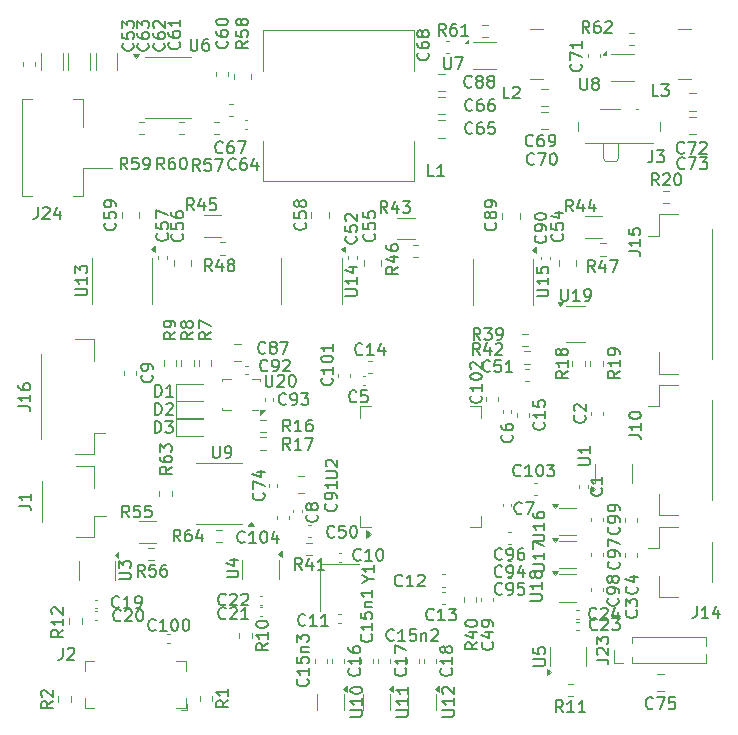
<source format=gbr>
%TF.GenerationSoftware,KiCad,Pcbnew,8.0.2*%
%TF.CreationDate,2025-04-21T15:08:20+02:00*%
%TF.ProjectId,logic,6c6f6769-632e-46b6-9963-61645f706362,rev?*%
%TF.SameCoordinates,Original*%
%TF.FileFunction,Legend,Top*%
%TF.FilePolarity,Positive*%
%FSLAX46Y46*%
G04 Gerber Fmt 4.6, Leading zero omitted, Abs format (unit mm)*
G04 Created by KiCad (PCBNEW 8.0.2) date 2025-04-21 15:08:20*
%MOMM*%
%LPD*%
G01*
G04 APERTURE LIST*
%ADD10C,0.150000*%
%ADD11C,0.120000*%
%ADD12C,0.100000*%
G04 APERTURE END LIST*
D10*
X125733980Y-100160057D02*
X125781600Y-100207676D01*
X125781600Y-100207676D02*
X125829219Y-100350533D01*
X125829219Y-100350533D02*
X125829219Y-100445771D01*
X125829219Y-100445771D02*
X125781600Y-100588628D01*
X125781600Y-100588628D02*
X125686361Y-100683866D01*
X125686361Y-100683866D02*
X125591123Y-100731485D01*
X125591123Y-100731485D02*
X125400647Y-100779104D01*
X125400647Y-100779104D02*
X125257790Y-100779104D01*
X125257790Y-100779104D02*
X125067314Y-100731485D01*
X125067314Y-100731485D02*
X124972076Y-100683866D01*
X124972076Y-100683866D02*
X124876838Y-100588628D01*
X124876838Y-100588628D02*
X124829219Y-100445771D01*
X124829219Y-100445771D02*
X124829219Y-100350533D01*
X124829219Y-100350533D02*
X124876838Y-100207676D01*
X124876838Y-100207676D02*
X124924457Y-100160057D01*
X124829219Y-99255295D02*
X124829219Y-99731485D01*
X124829219Y-99731485D02*
X125305409Y-99779104D01*
X125305409Y-99779104D02*
X125257790Y-99731485D01*
X125257790Y-99731485D02*
X125210171Y-99636247D01*
X125210171Y-99636247D02*
X125210171Y-99398152D01*
X125210171Y-99398152D02*
X125257790Y-99302914D01*
X125257790Y-99302914D02*
X125305409Y-99255295D01*
X125305409Y-99255295D02*
X125400647Y-99207676D01*
X125400647Y-99207676D02*
X125638742Y-99207676D01*
X125638742Y-99207676D02*
X125733980Y-99255295D01*
X125733980Y-99255295D02*
X125781600Y-99302914D01*
X125781600Y-99302914D02*
X125829219Y-99398152D01*
X125829219Y-99398152D02*
X125829219Y-99636247D01*
X125829219Y-99636247D02*
X125781600Y-99731485D01*
X125781600Y-99731485D02*
X125733980Y-99779104D01*
X124829219Y-98874342D02*
X124829219Y-98255295D01*
X124829219Y-98255295D02*
X125210171Y-98588628D01*
X125210171Y-98588628D02*
X125210171Y-98445771D01*
X125210171Y-98445771D02*
X125257790Y-98350533D01*
X125257790Y-98350533D02*
X125305409Y-98302914D01*
X125305409Y-98302914D02*
X125400647Y-98255295D01*
X125400647Y-98255295D02*
X125638742Y-98255295D01*
X125638742Y-98255295D02*
X125733980Y-98302914D01*
X125733980Y-98302914D02*
X125781600Y-98350533D01*
X125781600Y-98350533D02*
X125829219Y-98445771D01*
X125829219Y-98445771D02*
X125829219Y-98731485D01*
X125829219Y-98731485D02*
X125781600Y-98826723D01*
X125781600Y-98826723D02*
X125733980Y-98874342D01*
X148796080Y-153093657D02*
X148843700Y-153141276D01*
X148843700Y-153141276D02*
X148891319Y-153284133D01*
X148891319Y-153284133D02*
X148891319Y-153379371D01*
X148891319Y-153379371D02*
X148843700Y-153522228D01*
X148843700Y-153522228D02*
X148748461Y-153617466D01*
X148748461Y-153617466D02*
X148653223Y-153665085D01*
X148653223Y-153665085D02*
X148462747Y-153712704D01*
X148462747Y-153712704D02*
X148319890Y-153712704D01*
X148319890Y-153712704D02*
X148129414Y-153665085D01*
X148129414Y-153665085D02*
X148034176Y-153617466D01*
X148034176Y-153617466D02*
X147938938Y-153522228D01*
X147938938Y-153522228D02*
X147891319Y-153379371D01*
X147891319Y-153379371D02*
X147891319Y-153284133D01*
X147891319Y-153284133D02*
X147938938Y-153141276D01*
X147938938Y-153141276D02*
X147986557Y-153093657D01*
X148891319Y-152141276D02*
X148891319Y-152712704D01*
X148891319Y-152426990D02*
X147891319Y-152426990D01*
X147891319Y-152426990D02*
X148034176Y-152522228D01*
X148034176Y-152522228D02*
X148129414Y-152617466D01*
X148129414Y-152617466D02*
X148177033Y-152712704D01*
X147891319Y-151807942D02*
X147891319Y-151141276D01*
X147891319Y-151141276D02*
X148891319Y-151569847D01*
X152214342Y-99514819D02*
X151881009Y-99038628D01*
X151642914Y-99514819D02*
X151642914Y-98514819D01*
X151642914Y-98514819D02*
X152023866Y-98514819D01*
X152023866Y-98514819D02*
X152119104Y-98562438D01*
X152119104Y-98562438D02*
X152166723Y-98610057D01*
X152166723Y-98610057D02*
X152214342Y-98705295D01*
X152214342Y-98705295D02*
X152214342Y-98848152D01*
X152214342Y-98848152D02*
X152166723Y-98943390D01*
X152166723Y-98943390D02*
X152119104Y-98991009D01*
X152119104Y-98991009D02*
X152023866Y-99038628D01*
X152023866Y-99038628D02*
X151642914Y-99038628D01*
X153071485Y-98514819D02*
X152881009Y-98514819D01*
X152881009Y-98514819D02*
X152785771Y-98562438D01*
X152785771Y-98562438D02*
X152738152Y-98610057D01*
X152738152Y-98610057D02*
X152642914Y-98752914D01*
X152642914Y-98752914D02*
X152595295Y-98943390D01*
X152595295Y-98943390D02*
X152595295Y-99324342D01*
X152595295Y-99324342D02*
X152642914Y-99419580D01*
X152642914Y-99419580D02*
X152690533Y-99467200D01*
X152690533Y-99467200D02*
X152785771Y-99514819D01*
X152785771Y-99514819D02*
X152976247Y-99514819D01*
X152976247Y-99514819D02*
X153071485Y-99467200D01*
X153071485Y-99467200D02*
X153119104Y-99419580D01*
X153119104Y-99419580D02*
X153166723Y-99324342D01*
X153166723Y-99324342D02*
X153166723Y-99086247D01*
X153166723Y-99086247D02*
X153119104Y-98991009D01*
X153119104Y-98991009D02*
X153071485Y-98943390D01*
X153071485Y-98943390D02*
X152976247Y-98895771D01*
X152976247Y-98895771D02*
X152785771Y-98895771D01*
X152785771Y-98895771D02*
X152690533Y-98943390D01*
X152690533Y-98943390D02*
X152642914Y-98991009D01*
X152642914Y-98991009D02*
X152595295Y-99086247D01*
X154119104Y-99514819D02*
X153547676Y-99514819D01*
X153833390Y-99514819D02*
X153833390Y-98514819D01*
X153833390Y-98514819D02*
X153738152Y-98657676D01*
X153738152Y-98657676D02*
X153642914Y-98752914D01*
X153642914Y-98752914D02*
X153547676Y-98800533D01*
X133812419Y-155792466D02*
X133336228Y-156125799D01*
X133812419Y-156363894D02*
X132812419Y-156363894D01*
X132812419Y-156363894D02*
X132812419Y-155982942D01*
X132812419Y-155982942D02*
X132860038Y-155887704D01*
X132860038Y-155887704D02*
X132907657Y-155840085D01*
X132907657Y-155840085D02*
X133002895Y-155792466D01*
X133002895Y-155792466D02*
X133145752Y-155792466D01*
X133145752Y-155792466D02*
X133240990Y-155840085D01*
X133240990Y-155840085D02*
X133288609Y-155887704D01*
X133288609Y-155887704D02*
X133336228Y-155982942D01*
X133336228Y-155982942D02*
X133336228Y-156363894D01*
X133812419Y-154840085D02*
X133812419Y-155411513D01*
X133812419Y-155125799D02*
X132812419Y-155125799D01*
X132812419Y-155125799D02*
X132955276Y-155221037D01*
X132955276Y-155221037D02*
X133050514Y-155316275D01*
X133050514Y-155316275D02*
X133098133Y-155411513D01*
X135202752Y-142370980D02*
X135155133Y-142418600D01*
X135155133Y-142418600D02*
X135012276Y-142466219D01*
X135012276Y-142466219D02*
X134917038Y-142466219D01*
X134917038Y-142466219D02*
X134774181Y-142418600D01*
X134774181Y-142418600D02*
X134678943Y-142323361D01*
X134678943Y-142323361D02*
X134631324Y-142228123D01*
X134631324Y-142228123D02*
X134583705Y-142037647D01*
X134583705Y-142037647D02*
X134583705Y-141894790D01*
X134583705Y-141894790D02*
X134631324Y-141704314D01*
X134631324Y-141704314D02*
X134678943Y-141609076D01*
X134678943Y-141609076D02*
X134774181Y-141513838D01*
X134774181Y-141513838D02*
X134917038Y-141466219D01*
X134917038Y-141466219D02*
X135012276Y-141466219D01*
X135012276Y-141466219D02*
X135155133Y-141513838D01*
X135155133Y-141513838D02*
X135202752Y-141561457D01*
X136155133Y-142466219D02*
X135583705Y-142466219D01*
X135869419Y-142466219D02*
X135869419Y-141466219D01*
X135869419Y-141466219D02*
X135774181Y-141609076D01*
X135774181Y-141609076D02*
X135678943Y-141704314D01*
X135678943Y-141704314D02*
X135583705Y-141751933D01*
X136774181Y-141466219D02*
X136869419Y-141466219D01*
X136869419Y-141466219D02*
X136964657Y-141513838D01*
X136964657Y-141513838D02*
X137012276Y-141561457D01*
X137012276Y-141561457D02*
X137059895Y-141656695D01*
X137059895Y-141656695D02*
X137107514Y-141847171D01*
X137107514Y-141847171D02*
X137107514Y-142085266D01*
X137107514Y-142085266D02*
X137059895Y-142275742D01*
X137059895Y-142275742D02*
X137012276Y-142370980D01*
X137012276Y-142370980D02*
X136964657Y-142418600D01*
X136964657Y-142418600D02*
X136869419Y-142466219D01*
X136869419Y-142466219D02*
X136774181Y-142466219D01*
X136774181Y-142466219D02*
X136678943Y-142418600D01*
X136678943Y-142418600D02*
X136631324Y-142370980D01*
X136631324Y-142370980D02*
X136583705Y-142275742D01*
X136583705Y-142275742D02*
X136536086Y-142085266D01*
X136536086Y-142085266D02*
X136536086Y-141847171D01*
X136536086Y-141847171D02*
X136583705Y-141656695D01*
X136583705Y-141656695D02*
X136631324Y-141561457D01*
X136631324Y-141561457D02*
X136678943Y-141513838D01*
X136678943Y-141513838D02*
X136774181Y-141466219D01*
X137964657Y-141799552D02*
X137964657Y-142466219D01*
X137726562Y-141418600D02*
X137488467Y-142132885D01*
X137488467Y-142132885D02*
X138107514Y-142132885D01*
X164380942Y-99286219D02*
X164047609Y-98810028D01*
X163809514Y-99286219D02*
X163809514Y-98286219D01*
X163809514Y-98286219D02*
X164190466Y-98286219D01*
X164190466Y-98286219D02*
X164285704Y-98333838D01*
X164285704Y-98333838D02*
X164333323Y-98381457D01*
X164333323Y-98381457D02*
X164380942Y-98476695D01*
X164380942Y-98476695D02*
X164380942Y-98619552D01*
X164380942Y-98619552D02*
X164333323Y-98714790D01*
X164333323Y-98714790D02*
X164285704Y-98762409D01*
X164285704Y-98762409D02*
X164190466Y-98810028D01*
X164190466Y-98810028D02*
X163809514Y-98810028D01*
X165238085Y-98286219D02*
X165047609Y-98286219D01*
X165047609Y-98286219D02*
X164952371Y-98333838D01*
X164952371Y-98333838D02*
X164904752Y-98381457D01*
X164904752Y-98381457D02*
X164809514Y-98524314D01*
X164809514Y-98524314D02*
X164761895Y-98714790D01*
X164761895Y-98714790D02*
X164761895Y-99095742D01*
X164761895Y-99095742D02*
X164809514Y-99190980D01*
X164809514Y-99190980D02*
X164857133Y-99238600D01*
X164857133Y-99238600D02*
X164952371Y-99286219D01*
X164952371Y-99286219D02*
X165142847Y-99286219D01*
X165142847Y-99286219D02*
X165238085Y-99238600D01*
X165238085Y-99238600D02*
X165285704Y-99190980D01*
X165285704Y-99190980D02*
X165333323Y-99095742D01*
X165333323Y-99095742D02*
X165333323Y-98857647D01*
X165333323Y-98857647D02*
X165285704Y-98762409D01*
X165285704Y-98762409D02*
X165238085Y-98714790D01*
X165238085Y-98714790D02*
X165142847Y-98667171D01*
X165142847Y-98667171D02*
X164952371Y-98667171D01*
X164952371Y-98667171D02*
X164857133Y-98714790D01*
X164857133Y-98714790D02*
X164809514Y-98762409D01*
X164809514Y-98762409D02*
X164761895Y-98857647D01*
X165714276Y-98381457D02*
X165761895Y-98333838D01*
X165761895Y-98333838D02*
X165857133Y-98286219D01*
X165857133Y-98286219D02*
X166095228Y-98286219D01*
X166095228Y-98286219D02*
X166190466Y-98333838D01*
X166190466Y-98333838D02*
X166238085Y-98381457D01*
X166238085Y-98381457D02*
X166285704Y-98476695D01*
X166285704Y-98476695D02*
X166285704Y-98571933D01*
X166285704Y-98571933D02*
X166238085Y-98714790D01*
X166238085Y-98714790D02*
X165666657Y-99286219D01*
X165666657Y-99286219D02*
X166285704Y-99286219D01*
X163656180Y-101912657D02*
X163703800Y-101960276D01*
X163703800Y-101960276D02*
X163751419Y-102103133D01*
X163751419Y-102103133D02*
X163751419Y-102198371D01*
X163751419Y-102198371D02*
X163703800Y-102341228D01*
X163703800Y-102341228D02*
X163608561Y-102436466D01*
X163608561Y-102436466D02*
X163513323Y-102484085D01*
X163513323Y-102484085D02*
X163322847Y-102531704D01*
X163322847Y-102531704D02*
X163179990Y-102531704D01*
X163179990Y-102531704D02*
X162989514Y-102484085D01*
X162989514Y-102484085D02*
X162894276Y-102436466D01*
X162894276Y-102436466D02*
X162799038Y-102341228D01*
X162799038Y-102341228D02*
X162751419Y-102198371D01*
X162751419Y-102198371D02*
X162751419Y-102103133D01*
X162751419Y-102103133D02*
X162799038Y-101960276D01*
X162799038Y-101960276D02*
X162846657Y-101912657D01*
X162751419Y-101579323D02*
X162751419Y-100912657D01*
X162751419Y-100912657D02*
X163751419Y-101341228D01*
X163751419Y-100007895D02*
X163751419Y-100579323D01*
X163751419Y-100293609D02*
X162751419Y-100293609D01*
X162751419Y-100293609D02*
X162894276Y-100388847D01*
X162894276Y-100388847D02*
X162989514Y-100484085D01*
X162989514Y-100484085D02*
X163037133Y-100579323D01*
X127334180Y-128245866D02*
X127381800Y-128293485D01*
X127381800Y-128293485D02*
X127429419Y-128436342D01*
X127429419Y-128436342D02*
X127429419Y-128531580D01*
X127429419Y-128531580D02*
X127381800Y-128674437D01*
X127381800Y-128674437D02*
X127286561Y-128769675D01*
X127286561Y-128769675D02*
X127191323Y-128817294D01*
X127191323Y-128817294D02*
X127000847Y-128864913D01*
X127000847Y-128864913D02*
X126857990Y-128864913D01*
X126857990Y-128864913D02*
X126667514Y-128817294D01*
X126667514Y-128817294D02*
X126572276Y-128769675D01*
X126572276Y-128769675D02*
X126477038Y-128674437D01*
X126477038Y-128674437D02*
X126429419Y-128531580D01*
X126429419Y-128531580D02*
X126429419Y-128436342D01*
X126429419Y-128436342D02*
X126477038Y-128293485D01*
X126477038Y-128293485D02*
X126524657Y-128245866D01*
X127429419Y-127769675D02*
X127429419Y-127579199D01*
X127429419Y-127579199D02*
X127381800Y-127483961D01*
X127381800Y-127483961D02*
X127334180Y-127436342D01*
X127334180Y-127436342D02*
X127191323Y-127341104D01*
X127191323Y-127341104D02*
X127000847Y-127293485D01*
X127000847Y-127293485D02*
X126619895Y-127293485D01*
X126619895Y-127293485D02*
X126524657Y-127341104D01*
X126524657Y-127341104D02*
X126477038Y-127388723D01*
X126477038Y-127388723D02*
X126429419Y-127483961D01*
X126429419Y-127483961D02*
X126429419Y-127674437D01*
X126429419Y-127674437D02*
X126477038Y-127769675D01*
X126477038Y-127769675D02*
X126524657Y-127817294D01*
X126524657Y-127817294D02*
X126619895Y-127864913D01*
X126619895Y-127864913D02*
X126857990Y-127864913D01*
X126857990Y-127864913D02*
X126953228Y-127817294D01*
X126953228Y-127817294D02*
X127000847Y-127769675D01*
X127000847Y-127769675D02*
X127048466Y-127674437D01*
X127048466Y-127674437D02*
X127048466Y-127483961D01*
X127048466Y-127483961D02*
X127000847Y-127388723D01*
X127000847Y-127388723D02*
X126953228Y-127341104D01*
X126953228Y-127341104D02*
X126857990Y-127293485D01*
X162002205Y-120981419D02*
X162002205Y-121790942D01*
X162002205Y-121790942D02*
X162049824Y-121886180D01*
X162049824Y-121886180D02*
X162097443Y-121933800D01*
X162097443Y-121933800D02*
X162192681Y-121981419D01*
X162192681Y-121981419D02*
X162383157Y-121981419D01*
X162383157Y-121981419D02*
X162478395Y-121933800D01*
X162478395Y-121933800D02*
X162526014Y-121886180D01*
X162526014Y-121886180D02*
X162573633Y-121790942D01*
X162573633Y-121790942D02*
X162573633Y-120981419D01*
X163573633Y-121981419D02*
X163002205Y-121981419D01*
X163287919Y-121981419D02*
X163287919Y-120981419D01*
X163287919Y-120981419D02*
X163192681Y-121124276D01*
X163192681Y-121124276D02*
X163097443Y-121219514D01*
X163097443Y-121219514D02*
X163002205Y-121267133D01*
X164049824Y-121981419D02*
X164240300Y-121981419D01*
X164240300Y-121981419D02*
X164335538Y-121933800D01*
X164335538Y-121933800D02*
X164383157Y-121886180D01*
X164383157Y-121886180D02*
X164478395Y-121743323D01*
X164478395Y-121743323D02*
X164526014Y-121552847D01*
X164526014Y-121552847D02*
X164526014Y-121171895D01*
X164526014Y-121171895D02*
X164478395Y-121076657D01*
X164478395Y-121076657D02*
X164430776Y-121029038D01*
X164430776Y-121029038D02*
X164335538Y-120981419D01*
X164335538Y-120981419D02*
X164145062Y-120981419D01*
X164145062Y-120981419D02*
X164049824Y-121029038D01*
X164049824Y-121029038D02*
X164002205Y-121076657D01*
X164002205Y-121076657D02*
X163954586Y-121171895D01*
X163954586Y-121171895D02*
X163954586Y-121409990D01*
X163954586Y-121409990D02*
X164002205Y-121505228D01*
X164002205Y-121505228D02*
X164049824Y-121552847D01*
X164049824Y-121552847D02*
X164145062Y-121600466D01*
X164145062Y-121600466D02*
X164335538Y-121600466D01*
X164335538Y-121600466D02*
X164430776Y-121552847D01*
X164430776Y-121552847D02*
X164478395Y-121505228D01*
X164478395Y-121505228D02*
X164526014Y-121409990D01*
X144606180Y-116502457D02*
X144653800Y-116550076D01*
X144653800Y-116550076D02*
X144701419Y-116692933D01*
X144701419Y-116692933D02*
X144701419Y-116788171D01*
X144701419Y-116788171D02*
X144653800Y-116931028D01*
X144653800Y-116931028D02*
X144558561Y-117026266D01*
X144558561Y-117026266D02*
X144463323Y-117073885D01*
X144463323Y-117073885D02*
X144272847Y-117121504D01*
X144272847Y-117121504D02*
X144129990Y-117121504D01*
X144129990Y-117121504D02*
X143939514Y-117073885D01*
X143939514Y-117073885D02*
X143844276Y-117026266D01*
X143844276Y-117026266D02*
X143749038Y-116931028D01*
X143749038Y-116931028D02*
X143701419Y-116788171D01*
X143701419Y-116788171D02*
X143701419Y-116692933D01*
X143701419Y-116692933D02*
X143749038Y-116550076D01*
X143749038Y-116550076D02*
X143796657Y-116502457D01*
X143701419Y-115597695D02*
X143701419Y-116073885D01*
X143701419Y-116073885D02*
X144177609Y-116121504D01*
X144177609Y-116121504D02*
X144129990Y-116073885D01*
X144129990Y-116073885D02*
X144082371Y-115978647D01*
X144082371Y-115978647D02*
X144082371Y-115740552D01*
X144082371Y-115740552D02*
X144129990Y-115645314D01*
X144129990Y-115645314D02*
X144177609Y-115597695D01*
X144177609Y-115597695D02*
X144272847Y-115550076D01*
X144272847Y-115550076D02*
X144510942Y-115550076D01*
X144510942Y-115550076D02*
X144606180Y-115597695D01*
X144606180Y-115597695D02*
X144653800Y-115645314D01*
X144653800Y-115645314D02*
X144701419Y-115740552D01*
X144701419Y-115740552D02*
X144701419Y-115978647D01*
X144701419Y-115978647D02*
X144653800Y-116073885D01*
X144653800Y-116073885D02*
X144606180Y-116121504D01*
X143796657Y-115169123D02*
X143749038Y-115121504D01*
X143749038Y-115121504D02*
X143701419Y-115026266D01*
X143701419Y-115026266D02*
X143701419Y-114788171D01*
X143701419Y-114788171D02*
X143749038Y-114692933D01*
X143749038Y-114692933D02*
X143796657Y-114645314D01*
X143796657Y-114645314D02*
X143891895Y-114597695D01*
X143891895Y-114597695D02*
X143987133Y-114597695D01*
X143987133Y-114597695D02*
X144129990Y-114645314D01*
X144129990Y-114645314D02*
X144701419Y-115216742D01*
X144701419Y-115216742D02*
X144701419Y-114597695D01*
X142790942Y-141913780D02*
X142743323Y-141961400D01*
X142743323Y-141961400D02*
X142600466Y-142009019D01*
X142600466Y-142009019D02*
X142505228Y-142009019D01*
X142505228Y-142009019D02*
X142362371Y-141961400D01*
X142362371Y-141961400D02*
X142267133Y-141866161D01*
X142267133Y-141866161D02*
X142219514Y-141770923D01*
X142219514Y-141770923D02*
X142171895Y-141580447D01*
X142171895Y-141580447D02*
X142171895Y-141437590D01*
X142171895Y-141437590D02*
X142219514Y-141247114D01*
X142219514Y-141247114D02*
X142267133Y-141151876D01*
X142267133Y-141151876D02*
X142362371Y-141056638D01*
X142362371Y-141056638D02*
X142505228Y-141009019D01*
X142505228Y-141009019D02*
X142600466Y-141009019D01*
X142600466Y-141009019D02*
X142743323Y-141056638D01*
X142743323Y-141056638D02*
X142790942Y-141104257D01*
X143695704Y-141009019D02*
X143219514Y-141009019D01*
X143219514Y-141009019D02*
X143171895Y-141485209D01*
X143171895Y-141485209D02*
X143219514Y-141437590D01*
X143219514Y-141437590D02*
X143314752Y-141389971D01*
X143314752Y-141389971D02*
X143552847Y-141389971D01*
X143552847Y-141389971D02*
X143648085Y-141437590D01*
X143648085Y-141437590D02*
X143695704Y-141485209D01*
X143695704Y-141485209D02*
X143743323Y-141580447D01*
X143743323Y-141580447D02*
X143743323Y-141818542D01*
X143743323Y-141818542D02*
X143695704Y-141913780D01*
X143695704Y-141913780D02*
X143648085Y-141961400D01*
X143648085Y-141961400D02*
X143552847Y-142009019D01*
X143552847Y-142009019D02*
X143314752Y-142009019D01*
X143314752Y-142009019D02*
X143219514Y-141961400D01*
X143219514Y-141961400D02*
X143171895Y-141913780D01*
X144362371Y-141009019D02*
X144457609Y-141009019D01*
X144457609Y-141009019D02*
X144552847Y-141056638D01*
X144552847Y-141056638D02*
X144600466Y-141104257D01*
X144600466Y-141104257D02*
X144648085Y-141199495D01*
X144648085Y-141199495D02*
X144695704Y-141389971D01*
X144695704Y-141389971D02*
X144695704Y-141628066D01*
X144695704Y-141628066D02*
X144648085Y-141818542D01*
X144648085Y-141818542D02*
X144600466Y-141913780D01*
X144600466Y-141913780D02*
X144552847Y-141961400D01*
X144552847Y-141961400D02*
X144457609Y-142009019D01*
X144457609Y-142009019D02*
X144362371Y-142009019D01*
X144362371Y-142009019D02*
X144267133Y-141961400D01*
X144267133Y-141961400D02*
X144219514Y-141913780D01*
X144219514Y-141913780D02*
X144171895Y-141818542D01*
X144171895Y-141818542D02*
X144124276Y-141628066D01*
X144124276Y-141628066D02*
X144124276Y-141389971D01*
X144124276Y-141389971D02*
X144171895Y-141199495D01*
X144171895Y-141199495D02*
X144219514Y-141104257D01*
X144219514Y-141104257D02*
X144267133Y-141056638D01*
X144267133Y-141056638D02*
X144362371Y-141009019D01*
X145026142Y-143869580D02*
X144978523Y-143917200D01*
X144978523Y-143917200D02*
X144835666Y-143964819D01*
X144835666Y-143964819D02*
X144740428Y-143964819D01*
X144740428Y-143964819D02*
X144597571Y-143917200D01*
X144597571Y-143917200D02*
X144502333Y-143821961D01*
X144502333Y-143821961D02*
X144454714Y-143726723D01*
X144454714Y-143726723D02*
X144407095Y-143536247D01*
X144407095Y-143536247D02*
X144407095Y-143393390D01*
X144407095Y-143393390D02*
X144454714Y-143202914D01*
X144454714Y-143202914D02*
X144502333Y-143107676D01*
X144502333Y-143107676D02*
X144597571Y-143012438D01*
X144597571Y-143012438D02*
X144740428Y-142964819D01*
X144740428Y-142964819D02*
X144835666Y-142964819D01*
X144835666Y-142964819D02*
X144978523Y-143012438D01*
X144978523Y-143012438D02*
X145026142Y-143060057D01*
X145978523Y-143964819D02*
X145407095Y-143964819D01*
X145692809Y-143964819D02*
X145692809Y-142964819D01*
X145692809Y-142964819D02*
X145597571Y-143107676D01*
X145597571Y-143107676D02*
X145502333Y-143202914D01*
X145502333Y-143202914D02*
X145407095Y-143250533D01*
X146597571Y-142964819D02*
X146692809Y-142964819D01*
X146692809Y-142964819D02*
X146788047Y-143012438D01*
X146788047Y-143012438D02*
X146835666Y-143060057D01*
X146835666Y-143060057D02*
X146883285Y-143155295D01*
X146883285Y-143155295D02*
X146930904Y-143345771D01*
X146930904Y-143345771D02*
X146930904Y-143583866D01*
X146930904Y-143583866D02*
X146883285Y-143774342D01*
X146883285Y-143774342D02*
X146835666Y-143869580D01*
X146835666Y-143869580D02*
X146788047Y-143917200D01*
X146788047Y-143917200D02*
X146692809Y-143964819D01*
X146692809Y-143964819D02*
X146597571Y-143964819D01*
X146597571Y-143964819D02*
X146502333Y-143917200D01*
X146502333Y-143917200D02*
X146454714Y-143869580D01*
X146454714Y-143869580D02*
X146407095Y-143774342D01*
X146407095Y-143774342D02*
X146359476Y-143583866D01*
X146359476Y-143583866D02*
X146359476Y-143345771D01*
X146359476Y-143345771D02*
X146407095Y-143155295D01*
X146407095Y-143155295D02*
X146454714Y-143060057D01*
X146454714Y-143060057D02*
X146502333Y-143012438D01*
X146502333Y-143012438D02*
X146597571Y-142964819D01*
X147831371Y-150676780D02*
X147783752Y-150724400D01*
X147783752Y-150724400D02*
X147640895Y-150772019D01*
X147640895Y-150772019D02*
X147545657Y-150772019D01*
X147545657Y-150772019D02*
X147402800Y-150724400D01*
X147402800Y-150724400D02*
X147307562Y-150629161D01*
X147307562Y-150629161D02*
X147259943Y-150533923D01*
X147259943Y-150533923D02*
X147212324Y-150343447D01*
X147212324Y-150343447D02*
X147212324Y-150200590D01*
X147212324Y-150200590D02*
X147259943Y-150010114D01*
X147259943Y-150010114D02*
X147307562Y-149914876D01*
X147307562Y-149914876D02*
X147402800Y-149819638D01*
X147402800Y-149819638D02*
X147545657Y-149772019D01*
X147545657Y-149772019D02*
X147640895Y-149772019D01*
X147640895Y-149772019D02*
X147783752Y-149819638D01*
X147783752Y-149819638D02*
X147831371Y-149867257D01*
X148783752Y-150772019D02*
X148212324Y-150772019D01*
X148498038Y-150772019D02*
X148498038Y-149772019D01*
X148498038Y-149772019D02*
X148402800Y-149914876D01*
X148402800Y-149914876D02*
X148307562Y-150010114D01*
X148307562Y-150010114D02*
X148212324Y-150057733D01*
X149688514Y-149772019D02*
X149212324Y-149772019D01*
X149212324Y-149772019D02*
X149164705Y-150248209D01*
X149164705Y-150248209D02*
X149212324Y-150200590D01*
X149212324Y-150200590D02*
X149307562Y-150152971D01*
X149307562Y-150152971D02*
X149545657Y-150152971D01*
X149545657Y-150152971D02*
X149640895Y-150200590D01*
X149640895Y-150200590D02*
X149688514Y-150248209D01*
X149688514Y-150248209D02*
X149736133Y-150343447D01*
X149736133Y-150343447D02*
X149736133Y-150581542D01*
X149736133Y-150581542D02*
X149688514Y-150676780D01*
X149688514Y-150676780D02*
X149640895Y-150724400D01*
X149640895Y-150724400D02*
X149545657Y-150772019D01*
X149545657Y-150772019D02*
X149307562Y-150772019D01*
X149307562Y-150772019D02*
X149212324Y-150724400D01*
X149212324Y-150724400D02*
X149164705Y-150676780D01*
X150164705Y-150105352D02*
X150164705Y-150772019D01*
X150164705Y-150200590D02*
X150212324Y-150152971D01*
X150212324Y-150152971D02*
X150307562Y-150105352D01*
X150307562Y-150105352D02*
X150450419Y-150105352D01*
X150450419Y-150105352D02*
X150545657Y-150152971D01*
X150545657Y-150152971D02*
X150593276Y-150248209D01*
X150593276Y-150248209D02*
X150593276Y-150772019D01*
X151021848Y-149867257D02*
X151069467Y-149819638D01*
X151069467Y-149819638D02*
X151164705Y-149772019D01*
X151164705Y-149772019D02*
X151402800Y-149772019D01*
X151402800Y-149772019D02*
X151498038Y-149819638D01*
X151498038Y-149819638D02*
X151545657Y-149867257D01*
X151545657Y-149867257D02*
X151593276Y-149962495D01*
X151593276Y-149962495D02*
X151593276Y-150057733D01*
X151593276Y-150057733D02*
X151545657Y-150200590D01*
X151545657Y-150200590D02*
X150974229Y-150772019D01*
X150974229Y-150772019D02*
X151593276Y-150772019D01*
X132511895Y-134252619D02*
X132511895Y-135062142D01*
X132511895Y-135062142D02*
X132559514Y-135157380D01*
X132559514Y-135157380D02*
X132607133Y-135205000D01*
X132607133Y-135205000D02*
X132702371Y-135252619D01*
X132702371Y-135252619D02*
X132892847Y-135252619D01*
X132892847Y-135252619D02*
X132988085Y-135205000D01*
X132988085Y-135205000D02*
X133035704Y-135157380D01*
X133035704Y-135157380D02*
X133083323Y-135062142D01*
X133083323Y-135062142D02*
X133083323Y-134252619D01*
X133607133Y-135252619D02*
X133797609Y-135252619D01*
X133797609Y-135252619D02*
X133892847Y-135205000D01*
X133892847Y-135205000D02*
X133940466Y-135157380D01*
X133940466Y-135157380D02*
X134035704Y-135014523D01*
X134035704Y-135014523D02*
X134083323Y-134824047D01*
X134083323Y-134824047D02*
X134083323Y-134443095D01*
X134083323Y-134443095D02*
X134035704Y-134347857D01*
X134035704Y-134347857D02*
X133988085Y-134300238D01*
X133988085Y-134300238D02*
X133892847Y-134252619D01*
X133892847Y-134252619D02*
X133702371Y-134252619D01*
X133702371Y-134252619D02*
X133607133Y-134300238D01*
X133607133Y-134300238D02*
X133559514Y-134347857D01*
X133559514Y-134347857D02*
X133511895Y-134443095D01*
X133511895Y-134443095D02*
X133511895Y-134681190D01*
X133511895Y-134681190D02*
X133559514Y-134776428D01*
X133559514Y-134776428D02*
X133607133Y-134824047D01*
X133607133Y-134824047D02*
X133702371Y-134871666D01*
X133702371Y-134871666D02*
X133892847Y-134871666D01*
X133892847Y-134871666D02*
X133988085Y-134824047D01*
X133988085Y-134824047D02*
X134035704Y-134776428D01*
X134035704Y-134776428D02*
X134083323Y-134681190D01*
X159639019Y-152857104D02*
X160448542Y-152857104D01*
X160448542Y-152857104D02*
X160543780Y-152809485D01*
X160543780Y-152809485D02*
X160591400Y-152761866D01*
X160591400Y-152761866D02*
X160639019Y-152666628D01*
X160639019Y-152666628D02*
X160639019Y-152476152D01*
X160639019Y-152476152D02*
X160591400Y-152380914D01*
X160591400Y-152380914D02*
X160543780Y-152333295D01*
X160543780Y-152333295D02*
X160448542Y-152285676D01*
X160448542Y-152285676D02*
X159639019Y-152285676D01*
X159639019Y-151333295D02*
X159639019Y-151809485D01*
X159639019Y-151809485D02*
X160115209Y-151857104D01*
X160115209Y-151857104D02*
X160067590Y-151809485D01*
X160067590Y-151809485D02*
X160019971Y-151714247D01*
X160019971Y-151714247D02*
X160019971Y-151476152D01*
X160019971Y-151476152D02*
X160067590Y-151380914D01*
X160067590Y-151380914D02*
X160115209Y-151333295D01*
X160115209Y-151333295D02*
X160210447Y-151285676D01*
X160210447Y-151285676D02*
X160448542Y-151285676D01*
X160448542Y-151285676D02*
X160543780Y-151333295D01*
X160543780Y-151333295D02*
X160591400Y-151380914D01*
X160591400Y-151380914D02*
X160639019Y-151476152D01*
X160639019Y-151476152D02*
X160639019Y-151714247D01*
X160639019Y-151714247D02*
X160591400Y-151809485D01*
X160591400Y-151809485D02*
X160543780Y-151857104D01*
X118963619Y-155868666D02*
X118487428Y-156201999D01*
X118963619Y-156440094D02*
X117963619Y-156440094D01*
X117963619Y-156440094D02*
X117963619Y-156059142D01*
X117963619Y-156059142D02*
X118011238Y-155963904D01*
X118011238Y-155963904D02*
X118058857Y-155916285D01*
X118058857Y-155916285D02*
X118154095Y-155868666D01*
X118154095Y-155868666D02*
X118296952Y-155868666D01*
X118296952Y-155868666D02*
X118392190Y-155916285D01*
X118392190Y-155916285D02*
X118439809Y-155963904D01*
X118439809Y-155963904D02*
X118487428Y-156059142D01*
X118487428Y-156059142D02*
X118487428Y-156440094D01*
X118058857Y-155487713D02*
X118011238Y-155440094D01*
X118011238Y-155440094D02*
X117963619Y-155344856D01*
X117963619Y-155344856D02*
X117963619Y-155106761D01*
X117963619Y-155106761D02*
X118011238Y-155011523D01*
X118011238Y-155011523D02*
X118058857Y-154963904D01*
X118058857Y-154963904D02*
X118154095Y-154916285D01*
X118154095Y-154916285D02*
X118249333Y-154916285D01*
X118249333Y-154916285D02*
X118392190Y-154963904D01*
X118392190Y-154963904D02*
X118963619Y-155535332D01*
X118963619Y-155535332D02*
X118963619Y-154916285D01*
X156989542Y-146747380D02*
X156941923Y-146795000D01*
X156941923Y-146795000D02*
X156799066Y-146842619D01*
X156799066Y-146842619D02*
X156703828Y-146842619D01*
X156703828Y-146842619D02*
X156560971Y-146795000D01*
X156560971Y-146795000D02*
X156465733Y-146699761D01*
X156465733Y-146699761D02*
X156418114Y-146604523D01*
X156418114Y-146604523D02*
X156370495Y-146414047D01*
X156370495Y-146414047D02*
X156370495Y-146271190D01*
X156370495Y-146271190D02*
X156418114Y-146080714D01*
X156418114Y-146080714D02*
X156465733Y-145985476D01*
X156465733Y-145985476D02*
X156560971Y-145890238D01*
X156560971Y-145890238D02*
X156703828Y-145842619D01*
X156703828Y-145842619D02*
X156799066Y-145842619D01*
X156799066Y-145842619D02*
X156941923Y-145890238D01*
X156941923Y-145890238D02*
X156989542Y-145937857D01*
X157465733Y-146842619D02*
X157656209Y-146842619D01*
X157656209Y-146842619D02*
X157751447Y-146795000D01*
X157751447Y-146795000D02*
X157799066Y-146747380D01*
X157799066Y-146747380D02*
X157894304Y-146604523D01*
X157894304Y-146604523D02*
X157941923Y-146414047D01*
X157941923Y-146414047D02*
X157941923Y-146033095D01*
X157941923Y-146033095D02*
X157894304Y-145937857D01*
X157894304Y-145937857D02*
X157846685Y-145890238D01*
X157846685Y-145890238D02*
X157751447Y-145842619D01*
X157751447Y-145842619D02*
X157560971Y-145842619D01*
X157560971Y-145842619D02*
X157465733Y-145890238D01*
X157465733Y-145890238D02*
X157418114Y-145937857D01*
X157418114Y-145937857D02*
X157370495Y-146033095D01*
X157370495Y-146033095D02*
X157370495Y-146271190D01*
X157370495Y-146271190D02*
X157418114Y-146366428D01*
X157418114Y-146366428D02*
X157465733Y-146414047D01*
X157465733Y-146414047D02*
X157560971Y-146461666D01*
X157560971Y-146461666D02*
X157751447Y-146461666D01*
X157751447Y-146461666D02*
X157846685Y-146414047D01*
X157846685Y-146414047D02*
X157894304Y-146366428D01*
X157894304Y-146366428D02*
X157941923Y-146271190D01*
X158846685Y-145842619D02*
X158370495Y-145842619D01*
X158370495Y-145842619D02*
X158322876Y-146318809D01*
X158322876Y-146318809D02*
X158370495Y-146271190D01*
X158370495Y-146271190D02*
X158465733Y-146223571D01*
X158465733Y-146223571D02*
X158703828Y-146223571D01*
X158703828Y-146223571D02*
X158799066Y-146271190D01*
X158799066Y-146271190D02*
X158846685Y-146318809D01*
X158846685Y-146318809D02*
X158894304Y-146414047D01*
X158894304Y-146414047D02*
X158894304Y-146652142D01*
X158894304Y-146652142D02*
X158846685Y-146747380D01*
X158846685Y-146747380D02*
X158799066Y-146795000D01*
X158799066Y-146795000D02*
X158703828Y-146842619D01*
X158703828Y-146842619D02*
X158465733Y-146842619D01*
X158465733Y-146842619D02*
X158370495Y-146795000D01*
X158370495Y-146795000D02*
X158322876Y-146747380D01*
X164993419Y-152345923D02*
X165707704Y-152345923D01*
X165707704Y-152345923D02*
X165850561Y-152393542D01*
X165850561Y-152393542D02*
X165945800Y-152488780D01*
X165945800Y-152488780D02*
X165993419Y-152631637D01*
X165993419Y-152631637D02*
X165993419Y-152726875D01*
X165088657Y-151917351D02*
X165041038Y-151869732D01*
X165041038Y-151869732D02*
X164993419Y-151774494D01*
X164993419Y-151774494D02*
X164993419Y-151536399D01*
X164993419Y-151536399D02*
X165041038Y-151441161D01*
X165041038Y-151441161D02*
X165088657Y-151393542D01*
X165088657Y-151393542D02*
X165183895Y-151345923D01*
X165183895Y-151345923D02*
X165279133Y-151345923D01*
X165279133Y-151345923D02*
X165421990Y-151393542D01*
X165421990Y-151393542D02*
X165993419Y-151964970D01*
X165993419Y-151964970D02*
X165993419Y-151345923D01*
X164993419Y-151012589D02*
X164993419Y-150393542D01*
X164993419Y-150393542D02*
X165374371Y-150726875D01*
X165374371Y-150726875D02*
X165374371Y-150584018D01*
X165374371Y-150584018D02*
X165421990Y-150488780D01*
X165421990Y-150488780D02*
X165469609Y-150441161D01*
X165469609Y-150441161D02*
X165564847Y-150393542D01*
X165564847Y-150393542D02*
X165802942Y-150393542D01*
X165802942Y-150393542D02*
X165898180Y-150441161D01*
X165898180Y-150441161D02*
X165945800Y-150488780D01*
X165945800Y-150488780D02*
X165993419Y-150584018D01*
X165993419Y-150584018D02*
X165993419Y-150869732D01*
X165993419Y-150869732D02*
X165945800Y-150964970D01*
X165945800Y-150964970D02*
X165898180Y-151012589D01*
X133668419Y-145389504D02*
X134477942Y-145389504D01*
X134477942Y-145389504D02*
X134573180Y-145341885D01*
X134573180Y-145341885D02*
X134620800Y-145294266D01*
X134620800Y-145294266D02*
X134668419Y-145199028D01*
X134668419Y-145199028D02*
X134668419Y-145008552D01*
X134668419Y-145008552D02*
X134620800Y-144913314D01*
X134620800Y-144913314D02*
X134573180Y-144865695D01*
X134573180Y-144865695D02*
X134477942Y-144818076D01*
X134477942Y-144818076D02*
X133668419Y-144818076D01*
X134001752Y-143913314D02*
X134668419Y-143913314D01*
X133620800Y-144151409D02*
X134335085Y-144389504D01*
X134335085Y-144389504D02*
X134335085Y-143770457D01*
X125264942Y-110843219D02*
X124931609Y-110367028D01*
X124693514Y-110843219D02*
X124693514Y-109843219D01*
X124693514Y-109843219D02*
X125074466Y-109843219D01*
X125074466Y-109843219D02*
X125169704Y-109890838D01*
X125169704Y-109890838D02*
X125217323Y-109938457D01*
X125217323Y-109938457D02*
X125264942Y-110033695D01*
X125264942Y-110033695D02*
X125264942Y-110176552D01*
X125264942Y-110176552D02*
X125217323Y-110271790D01*
X125217323Y-110271790D02*
X125169704Y-110319409D01*
X125169704Y-110319409D02*
X125074466Y-110367028D01*
X125074466Y-110367028D02*
X124693514Y-110367028D01*
X126169704Y-109843219D02*
X125693514Y-109843219D01*
X125693514Y-109843219D02*
X125645895Y-110319409D01*
X125645895Y-110319409D02*
X125693514Y-110271790D01*
X125693514Y-110271790D02*
X125788752Y-110224171D01*
X125788752Y-110224171D02*
X126026847Y-110224171D01*
X126026847Y-110224171D02*
X126122085Y-110271790D01*
X126122085Y-110271790D02*
X126169704Y-110319409D01*
X126169704Y-110319409D02*
X126217323Y-110414647D01*
X126217323Y-110414647D02*
X126217323Y-110652742D01*
X126217323Y-110652742D02*
X126169704Y-110747980D01*
X126169704Y-110747980D02*
X126122085Y-110795600D01*
X126122085Y-110795600D02*
X126026847Y-110843219D01*
X126026847Y-110843219D02*
X125788752Y-110843219D01*
X125788752Y-110843219D02*
X125693514Y-110795600D01*
X125693514Y-110795600D02*
X125645895Y-110747980D01*
X126693514Y-110843219D02*
X126883990Y-110843219D01*
X126883990Y-110843219D02*
X126979228Y-110795600D01*
X126979228Y-110795600D02*
X127026847Y-110747980D01*
X127026847Y-110747980D02*
X127122085Y-110605123D01*
X127122085Y-110605123D02*
X127169704Y-110414647D01*
X127169704Y-110414647D02*
X127169704Y-110033695D01*
X127169704Y-110033695D02*
X127122085Y-109938457D01*
X127122085Y-109938457D02*
X127074466Y-109890838D01*
X127074466Y-109890838D02*
X126979228Y-109843219D01*
X126979228Y-109843219D02*
X126788752Y-109843219D01*
X126788752Y-109843219D02*
X126693514Y-109890838D01*
X126693514Y-109890838D02*
X126645895Y-109938457D01*
X126645895Y-109938457D02*
X126598276Y-110033695D01*
X126598276Y-110033695D02*
X126598276Y-110271790D01*
X126598276Y-110271790D02*
X126645895Y-110367028D01*
X126645895Y-110367028D02*
X126693514Y-110414647D01*
X126693514Y-110414647D02*
X126788752Y-110462266D01*
X126788752Y-110462266D02*
X126979228Y-110462266D01*
X126979228Y-110462266D02*
X127074466Y-110414647D01*
X127074466Y-110414647D02*
X127122085Y-110367028D01*
X127122085Y-110367028D02*
X127169704Y-110271790D01*
X127608105Y-131620419D02*
X127608105Y-130620419D01*
X127608105Y-130620419D02*
X127846200Y-130620419D01*
X127846200Y-130620419D02*
X127989057Y-130668038D01*
X127989057Y-130668038D02*
X128084295Y-130763276D01*
X128084295Y-130763276D02*
X128131914Y-130858514D01*
X128131914Y-130858514D02*
X128179533Y-131048990D01*
X128179533Y-131048990D02*
X128179533Y-131191847D01*
X128179533Y-131191847D02*
X128131914Y-131382323D01*
X128131914Y-131382323D02*
X128084295Y-131477561D01*
X128084295Y-131477561D02*
X127989057Y-131572800D01*
X127989057Y-131572800D02*
X127846200Y-131620419D01*
X127846200Y-131620419D02*
X127608105Y-131620419D01*
X128560486Y-130715657D02*
X128608105Y-130668038D01*
X128608105Y-130668038D02*
X128703343Y-130620419D01*
X128703343Y-130620419D02*
X128941438Y-130620419D01*
X128941438Y-130620419D02*
X129036676Y-130668038D01*
X129036676Y-130668038D02*
X129084295Y-130715657D01*
X129084295Y-130715657D02*
X129131914Y-130810895D01*
X129131914Y-130810895D02*
X129131914Y-130906133D01*
X129131914Y-130906133D02*
X129084295Y-131048990D01*
X129084295Y-131048990D02*
X128512867Y-131620419D01*
X128512867Y-131620419D02*
X129131914Y-131620419D01*
X131411742Y-110944819D02*
X131078409Y-110468628D01*
X130840314Y-110944819D02*
X130840314Y-109944819D01*
X130840314Y-109944819D02*
X131221266Y-109944819D01*
X131221266Y-109944819D02*
X131316504Y-109992438D01*
X131316504Y-109992438D02*
X131364123Y-110040057D01*
X131364123Y-110040057D02*
X131411742Y-110135295D01*
X131411742Y-110135295D02*
X131411742Y-110278152D01*
X131411742Y-110278152D02*
X131364123Y-110373390D01*
X131364123Y-110373390D02*
X131316504Y-110421009D01*
X131316504Y-110421009D02*
X131221266Y-110468628D01*
X131221266Y-110468628D02*
X130840314Y-110468628D01*
X132316504Y-109944819D02*
X131840314Y-109944819D01*
X131840314Y-109944819D02*
X131792695Y-110421009D01*
X131792695Y-110421009D02*
X131840314Y-110373390D01*
X131840314Y-110373390D02*
X131935552Y-110325771D01*
X131935552Y-110325771D02*
X132173647Y-110325771D01*
X132173647Y-110325771D02*
X132268885Y-110373390D01*
X132268885Y-110373390D02*
X132316504Y-110421009D01*
X132316504Y-110421009D02*
X132364123Y-110516247D01*
X132364123Y-110516247D02*
X132364123Y-110754342D01*
X132364123Y-110754342D02*
X132316504Y-110849580D01*
X132316504Y-110849580D02*
X132268885Y-110897200D01*
X132268885Y-110897200D02*
X132173647Y-110944819D01*
X132173647Y-110944819D02*
X131935552Y-110944819D01*
X131935552Y-110944819D02*
X131840314Y-110897200D01*
X131840314Y-110897200D02*
X131792695Y-110849580D01*
X132697457Y-109944819D02*
X133364123Y-109944819D01*
X133364123Y-109944819D02*
X132935552Y-110944819D01*
X157814180Y-133313466D02*
X157861800Y-133361085D01*
X157861800Y-133361085D02*
X157909419Y-133503942D01*
X157909419Y-133503942D02*
X157909419Y-133599180D01*
X157909419Y-133599180D02*
X157861800Y-133742037D01*
X157861800Y-133742037D02*
X157766561Y-133837275D01*
X157766561Y-133837275D02*
X157671323Y-133884894D01*
X157671323Y-133884894D02*
X157480847Y-133932513D01*
X157480847Y-133932513D02*
X157337990Y-133932513D01*
X157337990Y-133932513D02*
X157147514Y-133884894D01*
X157147514Y-133884894D02*
X157052276Y-133837275D01*
X157052276Y-133837275D02*
X156957038Y-133742037D01*
X156957038Y-133742037D02*
X156909419Y-133599180D01*
X156909419Y-133599180D02*
X156909419Y-133503942D01*
X156909419Y-133503942D02*
X156957038Y-133361085D01*
X156957038Y-133361085D02*
X157004657Y-133313466D01*
X156909419Y-132456323D02*
X156909419Y-132646799D01*
X156909419Y-132646799D02*
X156957038Y-132742037D01*
X156957038Y-132742037D02*
X157004657Y-132789656D01*
X157004657Y-132789656D02*
X157147514Y-132884894D01*
X157147514Y-132884894D02*
X157337990Y-132932513D01*
X157337990Y-132932513D02*
X157718942Y-132932513D01*
X157718942Y-132932513D02*
X157814180Y-132884894D01*
X157814180Y-132884894D02*
X157861800Y-132837275D01*
X157861800Y-132837275D02*
X157909419Y-132742037D01*
X157909419Y-132742037D02*
X157909419Y-132551561D01*
X157909419Y-132551561D02*
X157861800Y-132456323D01*
X157861800Y-132456323D02*
X157814180Y-132408704D01*
X157814180Y-132408704D02*
X157718942Y-132361085D01*
X157718942Y-132361085D02*
X157480847Y-132361085D01*
X157480847Y-132361085D02*
X157385609Y-132408704D01*
X157385609Y-132408704D02*
X157337990Y-132456323D01*
X157337990Y-132456323D02*
X157290371Y-132551561D01*
X157290371Y-132551561D02*
X157290371Y-132742037D01*
X157290371Y-132742037D02*
X157337990Y-132837275D01*
X157337990Y-132837275D02*
X157385609Y-132884894D01*
X157385609Y-132884894D02*
X157480847Y-132932513D01*
X158570752Y-136732180D02*
X158523133Y-136779800D01*
X158523133Y-136779800D02*
X158380276Y-136827419D01*
X158380276Y-136827419D02*
X158285038Y-136827419D01*
X158285038Y-136827419D02*
X158142181Y-136779800D01*
X158142181Y-136779800D02*
X158046943Y-136684561D01*
X158046943Y-136684561D02*
X157999324Y-136589323D01*
X157999324Y-136589323D02*
X157951705Y-136398847D01*
X157951705Y-136398847D02*
X157951705Y-136255990D01*
X157951705Y-136255990D02*
X157999324Y-136065514D01*
X157999324Y-136065514D02*
X158046943Y-135970276D01*
X158046943Y-135970276D02*
X158142181Y-135875038D01*
X158142181Y-135875038D02*
X158285038Y-135827419D01*
X158285038Y-135827419D02*
X158380276Y-135827419D01*
X158380276Y-135827419D02*
X158523133Y-135875038D01*
X158523133Y-135875038D02*
X158570752Y-135922657D01*
X159523133Y-136827419D02*
X158951705Y-136827419D01*
X159237419Y-136827419D02*
X159237419Y-135827419D01*
X159237419Y-135827419D02*
X159142181Y-135970276D01*
X159142181Y-135970276D02*
X159046943Y-136065514D01*
X159046943Y-136065514D02*
X158951705Y-136113133D01*
X160142181Y-135827419D02*
X160237419Y-135827419D01*
X160237419Y-135827419D02*
X160332657Y-135875038D01*
X160332657Y-135875038D02*
X160380276Y-135922657D01*
X160380276Y-135922657D02*
X160427895Y-136017895D01*
X160427895Y-136017895D02*
X160475514Y-136208371D01*
X160475514Y-136208371D02*
X160475514Y-136446466D01*
X160475514Y-136446466D02*
X160427895Y-136636942D01*
X160427895Y-136636942D02*
X160380276Y-136732180D01*
X160380276Y-136732180D02*
X160332657Y-136779800D01*
X160332657Y-136779800D02*
X160237419Y-136827419D01*
X160237419Y-136827419D02*
X160142181Y-136827419D01*
X160142181Y-136827419D02*
X160046943Y-136779800D01*
X160046943Y-136779800D02*
X159999324Y-136732180D01*
X159999324Y-136732180D02*
X159951705Y-136636942D01*
X159951705Y-136636942D02*
X159904086Y-136446466D01*
X159904086Y-136446466D02*
X159904086Y-136208371D01*
X159904086Y-136208371D02*
X159951705Y-136017895D01*
X159951705Y-136017895D02*
X159999324Y-135922657D01*
X159999324Y-135922657D02*
X160046943Y-135875038D01*
X160046943Y-135875038D02*
X160142181Y-135827419D01*
X160808848Y-135827419D02*
X161427895Y-135827419D01*
X161427895Y-135827419D02*
X161094562Y-136208371D01*
X161094562Y-136208371D02*
X161237419Y-136208371D01*
X161237419Y-136208371D02*
X161332657Y-136255990D01*
X161332657Y-136255990D02*
X161380276Y-136303609D01*
X161380276Y-136303609D02*
X161427895Y-136398847D01*
X161427895Y-136398847D02*
X161427895Y-136636942D01*
X161427895Y-136636942D02*
X161380276Y-136732180D01*
X161380276Y-136732180D02*
X161332657Y-136779800D01*
X161332657Y-136779800D02*
X161237419Y-136827419D01*
X161237419Y-136827419D02*
X160951705Y-136827419D01*
X160951705Y-136827419D02*
X160856467Y-136779800D01*
X160856467Y-136779800D02*
X160808848Y-136732180D01*
X140313580Y-115349257D02*
X140361200Y-115396876D01*
X140361200Y-115396876D02*
X140408819Y-115539733D01*
X140408819Y-115539733D02*
X140408819Y-115634971D01*
X140408819Y-115634971D02*
X140361200Y-115777828D01*
X140361200Y-115777828D02*
X140265961Y-115873066D01*
X140265961Y-115873066D02*
X140170723Y-115920685D01*
X140170723Y-115920685D02*
X139980247Y-115968304D01*
X139980247Y-115968304D02*
X139837390Y-115968304D01*
X139837390Y-115968304D02*
X139646914Y-115920685D01*
X139646914Y-115920685D02*
X139551676Y-115873066D01*
X139551676Y-115873066D02*
X139456438Y-115777828D01*
X139456438Y-115777828D02*
X139408819Y-115634971D01*
X139408819Y-115634971D02*
X139408819Y-115539733D01*
X139408819Y-115539733D02*
X139456438Y-115396876D01*
X139456438Y-115396876D02*
X139504057Y-115349257D01*
X139408819Y-114444495D02*
X139408819Y-114920685D01*
X139408819Y-114920685D02*
X139885009Y-114968304D01*
X139885009Y-114968304D02*
X139837390Y-114920685D01*
X139837390Y-114920685D02*
X139789771Y-114825447D01*
X139789771Y-114825447D02*
X139789771Y-114587352D01*
X139789771Y-114587352D02*
X139837390Y-114492114D01*
X139837390Y-114492114D02*
X139885009Y-114444495D01*
X139885009Y-114444495D02*
X139980247Y-114396876D01*
X139980247Y-114396876D02*
X140218342Y-114396876D01*
X140218342Y-114396876D02*
X140313580Y-114444495D01*
X140313580Y-114444495D02*
X140361200Y-114492114D01*
X140361200Y-114492114D02*
X140408819Y-114587352D01*
X140408819Y-114587352D02*
X140408819Y-114825447D01*
X140408819Y-114825447D02*
X140361200Y-114920685D01*
X140361200Y-114920685D02*
X140313580Y-114968304D01*
X139837390Y-113825447D02*
X139789771Y-113920685D01*
X139789771Y-113920685D02*
X139742152Y-113968304D01*
X139742152Y-113968304D02*
X139646914Y-114015923D01*
X139646914Y-114015923D02*
X139599295Y-114015923D01*
X139599295Y-114015923D02*
X139504057Y-113968304D01*
X139504057Y-113968304D02*
X139456438Y-113920685D01*
X139456438Y-113920685D02*
X139408819Y-113825447D01*
X139408819Y-113825447D02*
X139408819Y-113634971D01*
X139408819Y-113634971D02*
X139456438Y-113539733D01*
X139456438Y-113539733D02*
X139504057Y-113492114D01*
X139504057Y-113492114D02*
X139599295Y-113444495D01*
X139599295Y-113444495D02*
X139646914Y-113444495D01*
X139646914Y-113444495D02*
X139742152Y-113492114D01*
X139742152Y-113492114D02*
X139789771Y-113539733D01*
X139789771Y-113539733D02*
X139837390Y-113634971D01*
X139837390Y-113634971D02*
X139837390Y-113825447D01*
X139837390Y-113825447D02*
X139885009Y-113920685D01*
X139885009Y-113920685D02*
X139932628Y-113968304D01*
X139932628Y-113968304D02*
X140027866Y-114015923D01*
X140027866Y-114015923D02*
X140218342Y-114015923D01*
X140218342Y-114015923D02*
X140313580Y-113968304D01*
X140313580Y-113968304D02*
X140361200Y-113920685D01*
X140361200Y-113920685D02*
X140408819Y-113825447D01*
X140408819Y-113825447D02*
X140408819Y-113634971D01*
X140408819Y-113634971D02*
X140361200Y-113539733D01*
X140361200Y-113539733D02*
X140313580Y-113492114D01*
X140313580Y-113492114D02*
X140218342Y-113444495D01*
X140218342Y-113444495D02*
X140027866Y-113444495D01*
X140027866Y-113444495D02*
X139932628Y-113492114D01*
X139932628Y-113492114D02*
X139885009Y-113539733D01*
X139885009Y-113539733D02*
X139837390Y-113634971D01*
X159928419Y-121583294D02*
X160737942Y-121583294D01*
X160737942Y-121583294D02*
X160833180Y-121535675D01*
X160833180Y-121535675D02*
X160880800Y-121488056D01*
X160880800Y-121488056D02*
X160928419Y-121392818D01*
X160928419Y-121392818D02*
X160928419Y-121202342D01*
X160928419Y-121202342D02*
X160880800Y-121107104D01*
X160880800Y-121107104D02*
X160833180Y-121059485D01*
X160833180Y-121059485D02*
X160737942Y-121011866D01*
X160737942Y-121011866D02*
X159928419Y-121011866D01*
X160928419Y-120011866D02*
X160928419Y-120583294D01*
X160928419Y-120297580D02*
X159928419Y-120297580D01*
X159928419Y-120297580D02*
X160071276Y-120392818D01*
X160071276Y-120392818D02*
X160166514Y-120488056D01*
X160166514Y-120488056D02*
X160214133Y-120583294D01*
X159928419Y-119107104D02*
X159928419Y-119583294D01*
X159928419Y-119583294D02*
X160404609Y-119630913D01*
X160404609Y-119630913D02*
X160356990Y-119583294D01*
X160356990Y-119583294D02*
X160309371Y-119488056D01*
X160309371Y-119488056D02*
X160309371Y-119249961D01*
X160309371Y-119249961D02*
X160356990Y-119154723D01*
X160356990Y-119154723D02*
X160404609Y-119107104D01*
X160404609Y-119107104D02*
X160499847Y-119059485D01*
X160499847Y-119059485D02*
X160737942Y-119059485D01*
X160737942Y-119059485D02*
X160833180Y-119107104D01*
X160833180Y-119107104D02*
X160880800Y-119154723D01*
X160880800Y-119154723D02*
X160928419Y-119249961D01*
X160928419Y-119249961D02*
X160928419Y-119488056D01*
X160928419Y-119488056D02*
X160880800Y-119583294D01*
X160880800Y-119583294D02*
X160833180Y-119630913D01*
X133594942Y-147654180D02*
X133547323Y-147701800D01*
X133547323Y-147701800D02*
X133404466Y-147749419D01*
X133404466Y-147749419D02*
X133309228Y-147749419D01*
X133309228Y-147749419D02*
X133166371Y-147701800D01*
X133166371Y-147701800D02*
X133071133Y-147606561D01*
X133071133Y-147606561D02*
X133023514Y-147511323D01*
X133023514Y-147511323D02*
X132975895Y-147320847D01*
X132975895Y-147320847D02*
X132975895Y-147177990D01*
X132975895Y-147177990D02*
X133023514Y-146987514D01*
X133023514Y-146987514D02*
X133071133Y-146892276D01*
X133071133Y-146892276D02*
X133166371Y-146797038D01*
X133166371Y-146797038D02*
X133309228Y-146749419D01*
X133309228Y-146749419D02*
X133404466Y-146749419D01*
X133404466Y-146749419D02*
X133547323Y-146797038D01*
X133547323Y-146797038D02*
X133594942Y-146844657D01*
X133975895Y-146844657D02*
X134023514Y-146797038D01*
X134023514Y-146797038D02*
X134118752Y-146749419D01*
X134118752Y-146749419D02*
X134356847Y-146749419D01*
X134356847Y-146749419D02*
X134452085Y-146797038D01*
X134452085Y-146797038D02*
X134499704Y-146844657D01*
X134499704Y-146844657D02*
X134547323Y-146939895D01*
X134547323Y-146939895D02*
X134547323Y-147035133D01*
X134547323Y-147035133D02*
X134499704Y-147177990D01*
X134499704Y-147177990D02*
X133928276Y-147749419D01*
X133928276Y-147749419D02*
X134547323Y-147749419D01*
X134928276Y-146844657D02*
X134975895Y-146797038D01*
X134975895Y-146797038D02*
X135071133Y-146749419D01*
X135071133Y-146749419D02*
X135309228Y-146749419D01*
X135309228Y-146749419D02*
X135404466Y-146797038D01*
X135404466Y-146797038D02*
X135452085Y-146844657D01*
X135452085Y-146844657D02*
X135499704Y-146939895D01*
X135499704Y-146939895D02*
X135499704Y-147035133D01*
X135499704Y-147035133D02*
X135452085Y-147177990D01*
X135452085Y-147177990D02*
X134880657Y-147749419D01*
X134880657Y-147749419D02*
X135499704Y-147749419D01*
X154886819Y-150883857D02*
X154410628Y-151217190D01*
X154886819Y-151455285D02*
X153886819Y-151455285D01*
X153886819Y-151455285D02*
X153886819Y-151074333D01*
X153886819Y-151074333D02*
X153934438Y-150979095D01*
X153934438Y-150979095D02*
X153982057Y-150931476D01*
X153982057Y-150931476D02*
X154077295Y-150883857D01*
X154077295Y-150883857D02*
X154220152Y-150883857D01*
X154220152Y-150883857D02*
X154315390Y-150931476D01*
X154315390Y-150931476D02*
X154363009Y-150979095D01*
X154363009Y-150979095D02*
X154410628Y-151074333D01*
X154410628Y-151074333D02*
X154410628Y-151455285D01*
X154220152Y-150026714D02*
X154886819Y-150026714D01*
X153839200Y-150264809D02*
X154553485Y-150502904D01*
X154553485Y-150502904D02*
X154553485Y-149883857D01*
X153886819Y-149312428D02*
X153886819Y-149217190D01*
X153886819Y-149217190D02*
X153934438Y-149121952D01*
X153934438Y-149121952D02*
X153982057Y-149074333D01*
X153982057Y-149074333D02*
X154077295Y-149026714D01*
X154077295Y-149026714D02*
X154267771Y-148979095D01*
X154267771Y-148979095D02*
X154505866Y-148979095D01*
X154505866Y-148979095D02*
X154696342Y-149026714D01*
X154696342Y-149026714D02*
X154791580Y-149074333D01*
X154791580Y-149074333D02*
X154839200Y-149121952D01*
X154839200Y-149121952D02*
X154886819Y-149217190D01*
X154886819Y-149217190D02*
X154886819Y-149312428D01*
X154886819Y-149312428D02*
X154839200Y-149407666D01*
X154839200Y-149407666D02*
X154791580Y-149455285D01*
X154791580Y-149455285D02*
X154696342Y-149502904D01*
X154696342Y-149502904D02*
X154505866Y-149550523D01*
X154505866Y-149550523D02*
X154267771Y-149550523D01*
X154267771Y-149550523D02*
X154077295Y-149502904D01*
X154077295Y-149502904D02*
X153982057Y-149455285D01*
X153982057Y-149455285D02*
X153934438Y-149407666D01*
X153934438Y-149407666D02*
X153886819Y-149312428D01*
X140047742Y-144752219D02*
X139714409Y-144276028D01*
X139476314Y-144752219D02*
X139476314Y-143752219D01*
X139476314Y-143752219D02*
X139857266Y-143752219D01*
X139857266Y-143752219D02*
X139952504Y-143799838D01*
X139952504Y-143799838D02*
X140000123Y-143847457D01*
X140000123Y-143847457D02*
X140047742Y-143942695D01*
X140047742Y-143942695D02*
X140047742Y-144085552D01*
X140047742Y-144085552D02*
X140000123Y-144180790D01*
X140000123Y-144180790D02*
X139952504Y-144228409D01*
X139952504Y-144228409D02*
X139857266Y-144276028D01*
X139857266Y-144276028D02*
X139476314Y-144276028D01*
X140904885Y-144085552D02*
X140904885Y-144752219D01*
X140666790Y-143704600D02*
X140428695Y-144418885D01*
X140428695Y-144418885D02*
X141047742Y-144418885D01*
X141952504Y-144752219D02*
X141381076Y-144752219D01*
X141666790Y-144752219D02*
X141666790Y-143752219D01*
X141666790Y-143752219D02*
X141571552Y-143895076D01*
X141571552Y-143895076D02*
X141476314Y-143990314D01*
X141476314Y-143990314D02*
X141381076Y-144037933D01*
X128389142Y-110843219D02*
X128055809Y-110367028D01*
X127817714Y-110843219D02*
X127817714Y-109843219D01*
X127817714Y-109843219D02*
X128198666Y-109843219D01*
X128198666Y-109843219D02*
X128293904Y-109890838D01*
X128293904Y-109890838D02*
X128341523Y-109938457D01*
X128341523Y-109938457D02*
X128389142Y-110033695D01*
X128389142Y-110033695D02*
X128389142Y-110176552D01*
X128389142Y-110176552D02*
X128341523Y-110271790D01*
X128341523Y-110271790D02*
X128293904Y-110319409D01*
X128293904Y-110319409D02*
X128198666Y-110367028D01*
X128198666Y-110367028D02*
X127817714Y-110367028D01*
X129246285Y-109843219D02*
X129055809Y-109843219D01*
X129055809Y-109843219D02*
X128960571Y-109890838D01*
X128960571Y-109890838D02*
X128912952Y-109938457D01*
X128912952Y-109938457D02*
X128817714Y-110081314D01*
X128817714Y-110081314D02*
X128770095Y-110271790D01*
X128770095Y-110271790D02*
X128770095Y-110652742D01*
X128770095Y-110652742D02*
X128817714Y-110747980D01*
X128817714Y-110747980D02*
X128865333Y-110795600D01*
X128865333Y-110795600D02*
X128960571Y-110843219D01*
X128960571Y-110843219D02*
X129151047Y-110843219D01*
X129151047Y-110843219D02*
X129246285Y-110795600D01*
X129246285Y-110795600D02*
X129293904Y-110747980D01*
X129293904Y-110747980D02*
X129341523Y-110652742D01*
X129341523Y-110652742D02*
X129341523Y-110414647D01*
X129341523Y-110414647D02*
X129293904Y-110319409D01*
X129293904Y-110319409D02*
X129246285Y-110271790D01*
X129246285Y-110271790D02*
X129151047Y-110224171D01*
X129151047Y-110224171D02*
X128960571Y-110224171D01*
X128960571Y-110224171D02*
X128865333Y-110271790D01*
X128865333Y-110271790D02*
X128817714Y-110319409D01*
X128817714Y-110319409D02*
X128770095Y-110414647D01*
X129960571Y-109843219D02*
X130055809Y-109843219D01*
X130055809Y-109843219D02*
X130151047Y-109890838D01*
X130151047Y-109890838D02*
X130198666Y-109938457D01*
X130198666Y-109938457D02*
X130246285Y-110033695D01*
X130246285Y-110033695D02*
X130293904Y-110224171D01*
X130293904Y-110224171D02*
X130293904Y-110462266D01*
X130293904Y-110462266D02*
X130246285Y-110652742D01*
X130246285Y-110652742D02*
X130198666Y-110747980D01*
X130198666Y-110747980D02*
X130151047Y-110795600D01*
X130151047Y-110795600D02*
X130055809Y-110843219D01*
X130055809Y-110843219D02*
X129960571Y-110843219D01*
X129960571Y-110843219D02*
X129865333Y-110795600D01*
X129865333Y-110795600D02*
X129817714Y-110747980D01*
X129817714Y-110747980D02*
X129770095Y-110652742D01*
X129770095Y-110652742D02*
X129722476Y-110462266D01*
X129722476Y-110462266D02*
X129722476Y-110224171D01*
X129722476Y-110224171D02*
X129770095Y-110033695D01*
X129770095Y-110033695D02*
X129817714Y-109938457D01*
X129817714Y-109938457D02*
X129865333Y-109890838D01*
X129865333Y-109890838D02*
X129960571Y-109843219D01*
X135481219Y-99983457D02*
X135005028Y-100316790D01*
X135481219Y-100554885D02*
X134481219Y-100554885D01*
X134481219Y-100554885D02*
X134481219Y-100173933D01*
X134481219Y-100173933D02*
X134528838Y-100078695D01*
X134528838Y-100078695D02*
X134576457Y-100031076D01*
X134576457Y-100031076D02*
X134671695Y-99983457D01*
X134671695Y-99983457D02*
X134814552Y-99983457D01*
X134814552Y-99983457D02*
X134909790Y-100031076D01*
X134909790Y-100031076D02*
X134957409Y-100078695D01*
X134957409Y-100078695D02*
X135005028Y-100173933D01*
X135005028Y-100173933D02*
X135005028Y-100554885D01*
X134481219Y-99078695D02*
X134481219Y-99554885D01*
X134481219Y-99554885D02*
X134957409Y-99602504D01*
X134957409Y-99602504D02*
X134909790Y-99554885D01*
X134909790Y-99554885D02*
X134862171Y-99459647D01*
X134862171Y-99459647D02*
X134862171Y-99221552D01*
X134862171Y-99221552D02*
X134909790Y-99126314D01*
X134909790Y-99126314D02*
X134957409Y-99078695D01*
X134957409Y-99078695D02*
X135052647Y-99031076D01*
X135052647Y-99031076D02*
X135290742Y-99031076D01*
X135290742Y-99031076D02*
X135385980Y-99078695D01*
X135385980Y-99078695D02*
X135433600Y-99126314D01*
X135433600Y-99126314D02*
X135481219Y-99221552D01*
X135481219Y-99221552D02*
X135481219Y-99459647D01*
X135481219Y-99459647D02*
X135433600Y-99554885D01*
X135433600Y-99554885D02*
X135385980Y-99602504D01*
X134909790Y-98459647D02*
X134862171Y-98554885D01*
X134862171Y-98554885D02*
X134814552Y-98602504D01*
X134814552Y-98602504D02*
X134719314Y-98650123D01*
X134719314Y-98650123D02*
X134671695Y-98650123D01*
X134671695Y-98650123D02*
X134576457Y-98602504D01*
X134576457Y-98602504D02*
X134528838Y-98554885D01*
X134528838Y-98554885D02*
X134481219Y-98459647D01*
X134481219Y-98459647D02*
X134481219Y-98269171D01*
X134481219Y-98269171D02*
X134528838Y-98173933D01*
X134528838Y-98173933D02*
X134576457Y-98126314D01*
X134576457Y-98126314D02*
X134671695Y-98078695D01*
X134671695Y-98078695D02*
X134719314Y-98078695D01*
X134719314Y-98078695D02*
X134814552Y-98126314D01*
X134814552Y-98126314D02*
X134862171Y-98173933D01*
X134862171Y-98173933D02*
X134909790Y-98269171D01*
X134909790Y-98269171D02*
X134909790Y-98459647D01*
X134909790Y-98459647D02*
X134957409Y-98554885D01*
X134957409Y-98554885D02*
X135005028Y-98602504D01*
X135005028Y-98602504D02*
X135100266Y-98650123D01*
X135100266Y-98650123D02*
X135290742Y-98650123D01*
X135290742Y-98650123D02*
X135385980Y-98602504D01*
X135385980Y-98602504D02*
X135433600Y-98554885D01*
X135433600Y-98554885D02*
X135481219Y-98459647D01*
X135481219Y-98459647D02*
X135481219Y-98269171D01*
X135481219Y-98269171D02*
X135433600Y-98173933D01*
X135433600Y-98173933D02*
X135385980Y-98126314D01*
X135385980Y-98126314D02*
X135290742Y-98078695D01*
X135290742Y-98078695D02*
X135100266Y-98078695D01*
X135100266Y-98078695D02*
X135005028Y-98126314D01*
X135005028Y-98126314D02*
X134957409Y-98173933D01*
X134957409Y-98173933D02*
X134909790Y-98269171D01*
X173459876Y-147816219D02*
X173459876Y-148530504D01*
X173459876Y-148530504D02*
X173412257Y-148673361D01*
X173412257Y-148673361D02*
X173317019Y-148768600D01*
X173317019Y-148768600D02*
X173174162Y-148816219D01*
X173174162Y-148816219D02*
X173078924Y-148816219D01*
X174459876Y-148816219D02*
X173888448Y-148816219D01*
X174174162Y-148816219D02*
X174174162Y-147816219D01*
X174174162Y-147816219D02*
X174078924Y-147959076D01*
X174078924Y-147959076D02*
X173983686Y-148054314D01*
X173983686Y-148054314D02*
X173888448Y-148101933D01*
X175317019Y-148149552D02*
X175317019Y-148816219D01*
X175078924Y-147768600D02*
X174840829Y-148482885D01*
X174840829Y-148482885D02*
X175459876Y-148482885D01*
X169719666Y-109233619D02*
X169719666Y-109947904D01*
X169719666Y-109947904D02*
X169672047Y-110090761D01*
X169672047Y-110090761D02*
X169576809Y-110186000D01*
X169576809Y-110186000D02*
X169433952Y-110233619D01*
X169433952Y-110233619D02*
X169338714Y-110233619D01*
X170100619Y-109233619D02*
X170719666Y-109233619D01*
X170719666Y-109233619D02*
X170386333Y-109614571D01*
X170386333Y-109614571D02*
X170529190Y-109614571D01*
X170529190Y-109614571D02*
X170624428Y-109662190D01*
X170624428Y-109662190D02*
X170672047Y-109709809D01*
X170672047Y-109709809D02*
X170719666Y-109805047D01*
X170719666Y-109805047D02*
X170719666Y-110043142D01*
X170719666Y-110043142D02*
X170672047Y-110138380D01*
X170672047Y-110138380D02*
X170624428Y-110186000D01*
X170624428Y-110186000D02*
X170529190Y-110233619D01*
X170529190Y-110233619D02*
X170243476Y-110233619D01*
X170243476Y-110233619D02*
X170148238Y-110186000D01*
X170148238Y-110186000D02*
X170100619Y-110138380D01*
X165043942Y-149748180D02*
X164996323Y-149795800D01*
X164996323Y-149795800D02*
X164853466Y-149843419D01*
X164853466Y-149843419D02*
X164758228Y-149843419D01*
X164758228Y-149843419D02*
X164615371Y-149795800D01*
X164615371Y-149795800D02*
X164520133Y-149700561D01*
X164520133Y-149700561D02*
X164472514Y-149605323D01*
X164472514Y-149605323D02*
X164424895Y-149414847D01*
X164424895Y-149414847D02*
X164424895Y-149271990D01*
X164424895Y-149271990D02*
X164472514Y-149081514D01*
X164472514Y-149081514D02*
X164520133Y-148986276D01*
X164520133Y-148986276D02*
X164615371Y-148891038D01*
X164615371Y-148891038D02*
X164758228Y-148843419D01*
X164758228Y-148843419D02*
X164853466Y-148843419D01*
X164853466Y-148843419D02*
X164996323Y-148891038D01*
X164996323Y-148891038D02*
X165043942Y-148938657D01*
X165424895Y-148938657D02*
X165472514Y-148891038D01*
X165472514Y-148891038D02*
X165567752Y-148843419D01*
X165567752Y-148843419D02*
X165805847Y-148843419D01*
X165805847Y-148843419D02*
X165901085Y-148891038D01*
X165901085Y-148891038D02*
X165948704Y-148938657D01*
X165948704Y-148938657D02*
X165996323Y-149033895D01*
X165996323Y-149033895D02*
X165996323Y-149129133D01*
X165996323Y-149129133D02*
X165948704Y-149271990D01*
X165948704Y-149271990D02*
X165377276Y-149843419D01*
X165377276Y-149843419D02*
X165996323Y-149843419D01*
X166329657Y-148843419D02*
X166948704Y-148843419D01*
X166948704Y-148843419D02*
X166615371Y-149224371D01*
X166615371Y-149224371D02*
X166758228Y-149224371D01*
X166758228Y-149224371D02*
X166853466Y-149271990D01*
X166853466Y-149271990D02*
X166901085Y-149319609D01*
X166901085Y-149319609D02*
X166948704Y-149414847D01*
X166948704Y-149414847D02*
X166948704Y-149652942D01*
X166948704Y-149652942D02*
X166901085Y-149748180D01*
X166901085Y-149748180D02*
X166853466Y-149795800D01*
X166853466Y-149795800D02*
X166758228Y-149843419D01*
X166758228Y-149843419D02*
X166472514Y-149843419D01*
X166472514Y-149843419D02*
X166377276Y-149795800D01*
X166377276Y-149795800D02*
X166329657Y-149748180D01*
X162145742Y-156799419D02*
X161812409Y-156323228D01*
X161574314Y-156799419D02*
X161574314Y-155799419D01*
X161574314Y-155799419D02*
X161955266Y-155799419D01*
X161955266Y-155799419D02*
X162050504Y-155847038D01*
X162050504Y-155847038D02*
X162098123Y-155894657D01*
X162098123Y-155894657D02*
X162145742Y-155989895D01*
X162145742Y-155989895D02*
X162145742Y-156132752D01*
X162145742Y-156132752D02*
X162098123Y-156227990D01*
X162098123Y-156227990D02*
X162050504Y-156275609D01*
X162050504Y-156275609D02*
X161955266Y-156323228D01*
X161955266Y-156323228D02*
X161574314Y-156323228D01*
X163098123Y-156799419D02*
X162526695Y-156799419D01*
X162812409Y-156799419D02*
X162812409Y-155799419D01*
X162812409Y-155799419D02*
X162717171Y-155942276D01*
X162717171Y-155942276D02*
X162621933Y-156037514D01*
X162621933Y-156037514D02*
X162526695Y-156085133D01*
X164050504Y-156799419D02*
X163479076Y-156799419D01*
X163764790Y-156799419D02*
X163764790Y-155799419D01*
X163764790Y-155799419D02*
X163669552Y-155942276D01*
X163669552Y-155942276D02*
X163574314Y-156037514D01*
X163574314Y-156037514D02*
X163479076Y-156085133D01*
X148531342Y-146053980D02*
X148483723Y-146101600D01*
X148483723Y-146101600D02*
X148340866Y-146149219D01*
X148340866Y-146149219D02*
X148245628Y-146149219D01*
X148245628Y-146149219D02*
X148102771Y-146101600D01*
X148102771Y-146101600D02*
X148007533Y-146006361D01*
X148007533Y-146006361D02*
X147959914Y-145911123D01*
X147959914Y-145911123D02*
X147912295Y-145720647D01*
X147912295Y-145720647D02*
X147912295Y-145577790D01*
X147912295Y-145577790D02*
X147959914Y-145387314D01*
X147959914Y-145387314D02*
X148007533Y-145292076D01*
X148007533Y-145292076D02*
X148102771Y-145196838D01*
X148102771Y-145196838D02*
X148245628Y-145149219D01*
X148245628Y-145149219D02*
X148340866Y-145149219D01*
X148340866Y-145149219D02*
X148483723Y-145196838D01*
X148483723Y-145196838D02*
X148531342Y-145244457D01*
X149483723Y-146149219D02*
X148912295Y-146149219D01*
X149198009Y-146149219D02*
X149198009Y-145149219D01*
X149198009Y-145149219D02*
X149102771Y-145292076D01*
X149102771Y-145292076D02*
X149007533Y-145387314D01*
X149007533Y-145387314D02*
X148912295Y-145434933D01*
X149864676Y-145244457D02*
X149912295Y-145196838D01*
X149912295Y-145196838D02*
X150007533Y-145149219D01*
X150007533Y-145149219D02*
X150245628Y-145149219D01*
X150245628Y-145149219D02*
X150340866Y-145196838D01*
X150340866Y-145196838D02*
X150388485Y-145244457D01*
X150388485Y-145244457D02*
X150436104Y-145339695D01*
X150436104Y-145339695D02*
X150436104Y-145434933D01*
X150436104Y-145434933D02*
X150388485Y-145577790D01*
X150388485Y-145577790D02*
X149817057Y-146149219D01*
X149817057Y-146149219D02*
X150436104Y-146149219D01*
X151242733Y-111402019D02*
X150766543Y-111402019D01*
X150766543Y-111402019D02*
X150766543Y-110402019D01*
X152099876Y-111402019D02*
X151528448Y-111402019D01*
X151814162Y-111402019D02*
X151814162Y-110402019D01*
X151814162Y-110402019D02*
X151718924Y-110544876D01*
X151718924Y-110544876D02*
X151623686Y-110640114D01*
X151623686Y-110640114D02*
X151528448Y-110687733D01*
X133684180Y-99969257D02*
X133731800Y-100016876D01*
X133731800Y-100016876D02*
X133779419Y-100159733D01*
X133779419Y-100159733D02*
X133779419Y-100254971D01*
X133779419Y-100254971D02*
X133731800Y-100397828D01*
X133731800Y-100397828D02*
X133636561Y-100493066D01*
X133636561Y-100493066D02*
X133541323Y-100540685D01*
X133541323Y-100540685D02*
X133350847Y-100588304D01*
X133350847Y-100588304D02*
X133207990Y-100588304D01*
X133207990Y-100588304D02*
X133017514Y-100540685D01*
X133017514Y-100540685D02*
X132922276Y-100493066D01*
X132922276Y-100493066D02*
X132827038Y-100397828D01*
X132827038Y-100397828D02*
X132779419Y-100254971D01*
X132779419Y-100254971D02*
X132779419Y-100159733D01*
X132779419Y-100159733D02*
X132827038Y-100016876D01*
X132827038Y-100016876D02*
X132874657Y-99969257D01*
X132779419Y-99112114D02*
X132779419Y-99302590D01*
X132779419Y-99302590D02*
X132827038Y-99397828D01*
X132827038Y-99397828D02*
X132874657Y-99445447D01*
X132874657Y-99445447D02*
X133017514Y-99540685D01*
X133017514Y-99540685D02*
X133207990Y-99588304D01*
X133207990Y-99588304D02*
X133588942Y-99588304D01*
X133588942Y-99588304D02*
X133684180Y-99540685D01*
X133684180Y-99540685D02*
X133731800Y-99493066D01*
X133731800Y-99493066D02*
X133779419Y-99397828D01*
X133779419Y-99397828D02*
X133779419Y-99207352D01*
X133779419Y-99207352D02*
X133731800Y-99112114D01*
X133731800Y-99112114D02*
X133684180Y-99064495D01*
X133684180Y-99064495D02*
X133588942Y-99016876D01*
X133588942Y-99016876D02*
X133350847Y-99016876D01*
X133350847Y-99016876D02*
X133255609Y-99064495D01*
X133255609Y-99064495D02*
X133207990Y-99112114D01*
X133207990Y-99112114D02*
X133160371Y-99207352D01*
X133160371Y-99207352D02*
X133160371Y-99397828D01*
X133160371Y-99397828D02*
X133207990Y-99493066D01*
X133207990Y-99493066D02*
X133255609Y-99540685D01*
X133255609Y-99540685D02*
X133350847Y-99588304D01*
X132779419Y-98397828D02*
X132779419Y-98302590D01*
X132779419Y-98302590D02*
X132827038Y-98207352D01*
X132827038Y-98207352D02*
X132874657Y-98159733D01*
X132874657Y-98159733D02*
X132969895Y-98112114D01*
X132969895Y-98112114D02*
X133160371Y-98064495D01*
X133160371Y-98064495D02*
X133398466Y-98064495D01*
X133398466Y-98064495D02*
X133588942Y-98112114D01*
X133588942Y-98112114D02*
X133684180Y-98159733D01*
X133684180Y-98159733D02*
X133731800Y-98207352D01*
X133731800Y-98207352D02*
X133779419Y-98302590D01*
X133779419Y-98302590D02*
X133779419Y-98397828D01*
X133779419Y-98397828D02*
X133731800Y-98493066D01*
X133731800Y-98493066D02*
X133684180Y-98540685D01*
X133684180Y-98540685D02*
X133588942Y-98588304D01*
X133588942Y-98588304D02*
X133398466Y-98635923D01*
X133398466Y-98635923D02*
X133160371Y-98635923D01*
X133160371Y-98635923D02*
X132969895Y-98588304D01*
X132969895Y-98588304D02*
X132874657Y-98540685D01*
X132874657Y-98540685D02*
X132827038Y-98493066D01*
X132827038Y-98493066D02*
X132779419Y-98397828D01*
X156417180Y-115374657D02*
X156464800Y-115422276D01*
X156464800Y-115422276D02*
X156512419Y-115565133D01*
X156512419Y-115565133D02*
X156512419Y-115660371D01*
X156512419Y-115660371D02*
X156464800Y-115803228D01*
X156464800Y-115803228D02*
X156369561Y-115898466D01*
X156369561Y-115898466D02*
X156274323Y-115946085D01*
X156274323Y-115946085D02*
X156083847Y-115993704D01*
X156083847Y-115993704D02*
X155940990Y-115993704D01*
X155940990Y-115993704D02*
X155750514Y-115946085D01*
X155750514Y-115946085D02*
X155655276Y-115898466D01*
X155655276Y-115898466D02*
X155560038Y-115803228D01*
X155560038Y-115803228D02*
X155512419Y-115660371D01*
X155512419Y-115660371D02*
X155512419Y-115565133D01*
X155512419Y-115565133D02*
X155560038Y-115422276D01*
X155560038Y-115422276D02*
X155607657Y-115374657D01*
X155940990Y-114803228D02*
X155893371Y-114898466D01*
X155893371Y-114898466D02*
X155845752Y-114946085D01*
X155845752Y-114946085D02*
X155750514Y-114993704D01*
X155750514Y-114993704D02*
X155702895Y-114993704D01*
X155702895Y-114993704D02*
X155607657Y-114946085D01*
X155607657Y-114946085D02*
X155560038Y-114898466D01*
X155560038Y-114898466D02*
X155512419Y-114803228D01*
X155512419Y-114803228D02*
X155512419Y-114612752D01*
X155512419Y-114612752D02*
X155560038Y-114517514D01*
X155560038Y-114517514D02*
X155607657Y-114469895D01*
X155607657Y-114469895D02*
X155702895Y-114422276D01*
X155702895Y-114422276D02*
X155750514Y-114422276D01*
X155750514Y-114422276D02*
X155845752Y-114469895D01*
X155845752Y-114469895D02*
X155893371Y-114517514D01*
X155893371Y-114517514D02*
X155940990Y-114612752D01*
X155940990Y-114612752D02*
X155940990Y-114803228D01*
X155940990Y-114803228D02*
X155988609Y-114898466D01*
X155988609Y-114898466D02*
X156036228Y-114946085D01*
X156036228Y-114946085D02*
X156131466Y-114993704D01*
X156131466Y-114993704D02*
X156321942Y-114993704D01*
X156321942Y-114993704D02*
X156417180Y-114946085D01*
X156417180Y-114946085D02*
X156464800Y-114898466D01*
X156464800Y-114898466D02*
X156512419Y-114803228D01*
X156512419Y-114803228D02*
X156512419Y-114612752D01*
X156512419Y-114612752D02*
X156464800Y-114517514D01*
X156464800Y-114517514D02*
X156417180Y-114469895D01*
X156417180Y-114469895D02*
X156321942Y-114422276D01*
X156321942Y-114422276D02*
X156131466Y-114422276D01*
X156131466Y-114422276D02*
X156036228Y-114469895D01*
X156036228Y-114469895D02*
X155988609Y-114517514D01*
X155988609Y-114517514D02*
X155940990Y-114612752D01*
X156512419Y-113946085D02*
X156512419Y-113755609D01*
X156512419Y-113755609D02*
X156464800Y-113660371D01*
X156464800Y-113660371D02*
X156417180Y-113612752D01*
X156417180Y-113612752D02*
X156274323Y-113517514D01*
X156274323Y-113517514D02*
X156083847Y-113469895D01*
X156083847Y-113469895D02*
X155702895Y-113469895D01*
X155702895Y-113469895D02*
X155607657Y-113517514D01*
X155607657Y-113517514D02*
X155560038Y-113565133D01*
X155560038Y-113565133D02*
X155512419Y-113660371D01*
X155512419Y-113660371D02*
X155512419Y-113850847D01*
X155512419Y-113850847D02*
X155560038Y-113946085D01*
X155560038Y-113946085D02*
X155607657Y-113993704D01*
X155607657Y-113993704D02*
X155702895Y-114041323D01*
X155702895Y-114041323D02*
X155940990Y-114041323D01*
X155940990Y-114041323D02*
X156036228Y-113993704D01*
X156036228Y-113993704D02*
X156083847Y-113946085D01*
X156083847Y-113946085D02*
X156131466Y-113850847D01*
X156131466Y-113850847D02*
X156131466Y-113660371D01*
X156131466Y-113660371D02*
X156083847Y-113565133D01*
X156083847Y-113565133D02*
X156036228Y-113517514D01*
X156036228Y-113517514D02*
X155940990Y-113469895D01*
X151933719Y-157168694D02*
X152743242Y-157168694D01*
X152743242Y-157168694D02*
X152838480Y-157121075D01*
X152838480Y-157121075D02*
X152886100Y-157073456D01*
X152886100Y-157073456D02*
X152933719Y-156978218D01*
X152933719Y-156978218D02*
X152933719Y-156787742D01*
X152933719Y-156787742D02*
X152886100Y-156692504D01*
X152886100Y-156692504D02*
X152838480Y-156644885D01*
X152838480Y-156644885D02*
X152743242Y-156597266D01*
X152743242Y-156597266D02*
X151933719Y-156597266D01*
X152933719Y-155597266D02*
X152933719Y-156168694D01*
X152933719Y-155882980D02*
X151933719Y-155882980D01*
X151933719Y-155882980D02*
X152076576Y-155978218D01*
X152076576Y-155978218D02*
X152171814Y-156073456D01*
X152171814Y-156073456D02*
X152219433Y-156168694D01*
X152028957Y-155216313D02*
X151981338Y-155168694D01*
X151981338Y-155168694D02*
X151933719Y-155073456D01*
X151933719Y-155073456D02*
X151933719Y-154835361D01*
X151933719Y-154835361D02*
X151981338Y-154740123D01*
X151981338Y-154740123D02*
X152028957Y-154692504D01*
X152028957Y-154692504D02*
X152124195Y-154644885D01*
X152124195Y-154644885D02*
X152219433Y-154644885D01*
X152219433Y-154644885D02*
X152362290Y-154692504D01*
X152362290Y-154692504D02*
X152933719Y-155263932D01*
X152933719Y-155263932D02*
X152933719Y-154644885D01*
X129334419Y-124601266D02*
X128858228Y-124934599D01*
X129334419Y-125172694D02*
X128334419Y-125172694D01*
X128334419Y-125172694D02*
X128334419Y-124791742D01*
X128334419Y-124791742D02*
X128382038Y-124696504D01*
X128382038Y-124696504D02*
X128429657Y-124648885D01*
X128429657Y-124648885D02*
X128524895Y-124601266D01*
X128524895Y-124601266D02*
X128667752Y-124601266D01*
X128667752Y-124601266D02*
X128762990Y-124648885D01*
X128762990Y-124648885D02*
X128810609Y-124696504D01*
X128810609Y-124696504D02*
X128858228Y-124791742D01*
X128858228Y-124791742D02*
X128858228Y-125172694D01*
X129334419Y-124125075D02*
X129334419Y-123934599D01*
X129334419Y-123934599D02*
X129286800Y-123839361D01*
X129286800Y-123839361D02*
X129239180Y-123791742D01*
X129239180Y-123791742D02*
X129096323Y-123696504D01*
X129096323Y-123696504D02*
X128905847Y-123648885D01*
X128905847Y-123648885D02*
X128524895Y-123648885D01*
X128524895Y-123648885D02*
X128429657Y-123696504D01*
X128429657Y-123696504D02*
X128382038Y-123744123D01*
X128382038Y-123744123D02*
X128334419Y-123839361D01*
X128334419Y-123839361D02*
X128334419Y-124029837D01*
X128334419Y-124029837D02*
X128382038Y-124125075D01*
X128382038Y-124125075D02*
X128429657Y-124172694D01*
X128429657Y-124172694D02*
X128524895Y-124220313D01*
X128524895Y-124220313D02*
X128762990Y-124220313D01*
X128762990Y-124220313D02*
X128858228Y-124172694D01*
X128858228Y-124172694D02*
X128905847Y-124125075D01*
X128905847Y-124125075D02*
X128953466Y-124029837D01*
X128953466Y-124029837D02*
X128953466Y-123839361D01*
X128953466Y-123839361D02*
X128905847Y-123744123D01*
X128905847Y-123744123D02*
X128858228Y-123696504D01*
X128858228Y-123696504D02*
X128762990Y-123648885D01*
X139057142Y-134566819D02*
X138723809Y-134090628D01*
X138485714Y-134566819D02*
X138485714Y-133566819D01*
X138485714Y-133566819D02*
X138866666Y-133566819D01*
X138866666Y-133566819D02*
X138961904Y-133614438D01*
X138961904Y-133614438D02*
X139009523Y-133662057D01*
X139009523Y-133662057D02*
X139057142Y-133757295D01*
X139057142Y-133757295D02*
X139057142Y-133900152D01*
X139057142Y-133900152D02*
X139009523Y-133995390D01*
X139009523Y-133995390D02*
X138961904Y-134043009D01*
X138961904Y-134043009D02*
X138866666Y-134090628D01*
X138866666Y-134090628D02*
X138485714Y-134090628D01*
X140009523Y-134566819D02*
X139438095Y-134566819D01*
X139723809Y-134566819D02*
X139723809Y-133566819D01*
X139723809Y-133566819D02*
X139628571Y-133709676D01*
X139628571Y-133709676D02*
X139533333Y-133804914D01*
X139533333Y-133804914D02*
X139438095Y-133852533D01*
X140342857Y-133566819D02*
X141009523Y-133566819D01*
X141009523Y-133566819D02*
X140580952Y-134566819D01*
X154474942Y-105794980D02*
X154427323Y-105842600D01*
X154427323Y-105842600D02*
X154284466Y-105890219D01*
X154284466Y-105890219D02*
X154189228Y-105890219D01*
X154189228Y-105890219D02*
X154046371Y-105842600D01*
X154046371Y-105842600D02*
X153951133Y-105747361D01*
X153951133Y-105747361D02*
X153903514Y-105652123D01*
X153903514Y-105652123D02*
X153855895Y-105461647D01*
X153855895Y-105461647D02*
X153855895Y-105318790D01*
X153855895Y-105318790D02*
X153903514Y-105128314D01*
X153903514Y-105128314D02*
X153951133Y-105033076D01*
X153951133Y-105033076D02*
X154046371Y-104937838D01*
X154046371Y-104937838D02*
X154189228Y-104890219D01*
X154189228Y-104890219D02*
X154284466Y-104890219D01*
X154284466Y-104890219D02*
X154427323Y-104937838D01*
X154427323Y-104937838D02*
X154474942Y-104985457D01*
X155332085Y-104890219D02*
X155141609Y-104890219D01*
X155141609Y-104890219D02*
X155046371Y-104937838D01*
X155046371Y-104937838D02*
X154998752Y-104985457D01*
X154998752Y-104985457D02*
X154903514Y-105128314D01*
X154903514Y-105128314D02*
X154855895Y-105318790D01*
X154855895Y-105318790D02*
X154855895Y-105699742D01*
X154855895Y-105699742D02*
X154903514Y-105794980D01*
X154903514Y-105794980D02*
X154951133Y-105842600D01*
X154951133Y-105842600D02*
X155046371Y-105890219D01*
X155046371Y-105890219D02*
X155236847Y-105890219D01*
X155236847Y-105890219D02*
X155332085Y-105842600D01*
X155332085Y-105842600D02*
X155379704Y-105794980D01*
X155379704Y-105794980D02*
X155427323Y-105699742D01*
X155427323Y-105699742D02*
X155427323Y-105461647D01*
X155427323Y-105461647D02*
X155379704Y-105366409D01*
X155379704Y-105366409D02*
X155332085Y-105318790D01*
X155332085Y-105318790D02*
X155236847Y-105271171D01*
X155236847Y-105271171D02*
X155046371Y-105271171D01*
X155046371Y-105271171D02*
X154951133Y-105318790D01*
X154951133Y-105318790D02*
X154903514Y-105366409D01*
X154903514Y-105366409D02*
X154855895Y-105461647D01*
X156284466Y-104890219D02*
X156093990Y-104890219D01*
X156093990Y-104890219D02*
X155998752Y-104937838D01*
X155998752Y-104937838D02*
X155951133Y-104985457D01*
X155951133Y-104985457D02*
X155855895Y-105128314D01*
X155855895Y-105128314D02*
X155808276Y-105318790D01*
X155808276Y-105318790D02*
X155808276Y-105699742D01*
X155808276Y-105699742D02*
X155855895Y-105794980D01*
X155855895Y-105794980D02*
X155903514Y-105842600D01*
X155903514Y-105842600D02*
X155998752Y-105890219D01*
X155998752Y-105890219D02*
X156189228Y-105890219D01*
X156189228Y-105890219D02*
X156284466Y-105842600D01*
X156284466Y-105842600D02*
X156332085Y-105794980D01*
X156332085Y-105794980D02*
X156379704Y-105699742D01*
X156379704Y-105699742D02*
X156379704Y-105461647D01*
X156379704Y-105461647D02*
X156332085Y-105366409D01*
X156332085Y-105366409D02*
X156284466Y-105318790D01*
X156284466Y-105318790D02*
X156189228Y-105271171D01*
X156189228Y-105271171D02*
X155998752Y-105271171D01*
X155998752Y-105271171D02*
X155903514Y-105318790D01*
X155903514Y-105318790D02*
X155855895Y-105366409D01*
X155855895Y-105366409D02*
X155808276Y-105461647D01*
X139057142Y-133017419D02*
X138723809Y-132541228D01*
X138485714Y-133017419D02*
X138485714Y-132017419D01*
X138485714Y-132017419D02*
X138866666Y-132017419D01*
X138866666Y-132017419D02*
X138961904Y-132065038D01*
X138961904Y-132065038D02*
X139009523Y-132112657D01*
X139009523Y-132112657D02*
X139057142Y-132207895D01*
X139057142Y-132207895D02*
X139057142Y-132350752D01*
X139057142Y-132350752D02*
X139009523Y-132445990D01*
X139009523Y-132445990D02*
X138961904Y-132493609D01*
X138961904Y-132493609D02*
X138866666Y-132541228D01*
X138866666Y-132541228D02*
X138485714Y-132541228D01*
X140009523Y-133017419D02*
X139438095Y-133017419D01*
X139723809Y-133017419D02*
X139723809Y-132017419D01*
X139723809Y-132017419D02*
X139628571Y-132160276D01*
X139628571Y-132160276D02*
X139533333Y-132255514D01*
X139533333Y-132255514D02*
X139438095Y-132303133D01*
X140866666Y-132017419D02*
X140676190Y-132017419D01*
X140676190Y-132017419D02*
X140580952Y-132065038D01*
X140580952Y-132065038D02*
X140533333Y-132112657D01*
X140533333Y-132112657D02*
X140438095Y-132255514D01*
X140438095Y-132255514D02*
X140390476Y-132445990D01*
X140390476Y-132445990D02*
X140390476Y-132826942D01*
X140390476Y-132826942D02*
X140438095Y-132922180D01*
X140438095Y-132922180D02*
X140485714Y-132969800D01*
X140485714Y-132969800D02*
X140580952Y-133017419D01*
X140580952Y-133017419D02*
X140771428Y-133017419D01*
X140771428Y-133017419D02*
X140866666Y-132969800D01*
X140866666Y-132969800D02*
X140914285Y-132922180D01*
X140914285Y-132922180D02*
X140961904Y-132826942D01*
X140961904Y-132826942D02*
X140961904Y-132588847D01*
X140961904Y-132588847D02*
X140914285Y-132493609D01*
X140914285Y-132493609D02*
X140866666Y-132445990D01*
X140866666Y-132445990D02*
X140771428Y-132398371D01*
X140771428Y-132398371D02*
X140580952Y-132398371D01*
X140580952Y-132398371D02*
X140485714Y-132445990D01*
X140485714Y-132445990D02*
X140438095Y-132493609D01*
X140438095Y-132493609D02*
X140390476Y-132588847D01*
X140352542Y-149406780D02*
X140304923Y-149454400D01*
X140304923Y-149454400D02*
X140162066Y-149502019D01*
X140162066Y-149502019D02*
X140066828Y-149502019D01*
X140066828Y-149502019D02*
X139923971Y-149454400D01*
X139923971Y-149454400D02*
X139828733Y-149359161D01*
X139828733Y-149359161D02*
X139781114Y-149263923D01*
X139781114Y-149263923D02*
X139733495Y-149073447D01*
X139733495Y-149073447D02*
X139733495Y-148930590D01*
X139733495Y-148930590D02*
X139781114Y-148740114D01*
X139781114Y-148740114D02*
X139828733Y-148644876D01*
X139828733Y-148644876D02*
X139923971Y-148549638D01*
X139923971Y-148549638D02*
X140066828Y-148502019D01*
X140066828Y-148502019D02*
X140162066Y-148502019D01*
X140162066Y-148502019D02*
X140304923Y-148549638D01*
X140304923Y-148549638D02*
X140352542Y-148597257D01*
X141304923Y-149502019D02*
X140733495Y-149502019D01*
X141019209Y-149502019D02*
X141019209Y-148502019D01*
X141019209Y-148502019D02*
X140923971Y-148644876D01*
X140923971Y-148644876D02*
X140828733Y-148740114D01*
X140828733Y-148740114D02*
X140733495Y-148787733D01*
X142257304Y-149502019D02*
X141685876Y-149502019D01*
X141971590Y-149502019D02*
X141971590Y-148502019D01*
X141971590Y-148502019D02*
X141876352Y-148644876D01*
X141876352Y-148644876D02*
X141781114Y-148740114D01*
X141781114Y-148740114D02*
X141685876Y-148787733D01*
X125417342Y-140307219D02*
X125084009Y-139831028D01*
X124845914Y-140307219D02*
X124845914Y-139307219D01*
X124845914Y-139307219D02*
X125226866Y-139307219D01*
X125226866Y-139307219D02*
X125322104Y-139354838D01*
X125322104Y-139354838D02*
X125369723Y-139402457D01*
X125369723Y-139402457D02*
X125417342Y-139497695D01*
X125417342Y-139497695D02*
X125417342Y-139640552D01*
X125417342Y-139640552D02*
X125369723Y-139735790D01*
X125369723Y-139735790D02*
X125322104Y-139783409D01*
X125322104Y-139783409D02*
X125226866Y-139831028D01*
X125226866Y-139831028D02*
X124845914Y-139831028D01*
X126322104Y-139307219D02*
X125845914Y-139307219D01*
X125845914Y-139307219D02*
X125798295Y-139783409D01*
X125798295Y-139783409D02*
X125845914Y-139735790D01*
X125845914Y-139735790D02*
X125941152Y-139688171D01*
X125941152Y-139688171D02*
X126179247Y-139688171D01*
X126179247Y-139688171D02*
X126274485Y-139735790D01*
X126274485Y-139735790D02*
X126322104Y-139783409D01*
X126322104Y-139783409D02*
X126369723Y-139878647D01*
X126369723Y-139878647D02*
X126369723Y-140116742D01*
X126369723Y-140116742D02*
X126322104Y-140211980D01*
X126322104Y-140211980D02*
X126274485Y-140259600D01*
X126274485Y-140259600D02*
X126179247Y-140307219D01*
X126179247Y-140307219D02*
X125941152Y-140307219D01*
X125941152Y-140307219D02*
X125845914Y-140259600D01*
X125845914Y-140259600D02*
X125798295Y-140211980D01*
X127274485Y-139307219D02*
X126798295Y-139307219D01*
X126798295Y-139307219D02*
X126750676Y-139783409D01*
X126750676Y-139783409D02*
X126798295Y-139735790D01*
X126798295Y-139735790D02*
X126893533Y-139688171D01*
X126893533Y-139688171D02*
X127131628Y-139688171D01*
X127131628Y-139688171D02*
X127226866Y-139735790D01*
X127226866Y-139735790D02*
X127274485Y-139783409D01*
X127274485Y-139783409D02*
X127322104Y-139878647D01*
X127322104Y-139878647D02*
X127322104Y-140116742D01*
X127322104Y-140116742D02*
X127274485Y-140211980D01*
X127274485Y-140211980D02*
X127226866Y-140259600D01*
X127226866Y-140259600D02*
X127131628Y-140307219D01*
X127131628Y-140307219D02*
X126893533Y-140307219D01*
X126893533Y-140307219D02*
X126798295Y-140259600D01*
X126798295Y-140259600D02*
X126750676Y-140211980D01*
X155160742Y-125270419D02*
X154827409Y-124794228D01*
X154589314Y-125270419D02*
X154589314Y-124270419D01*
X154589314Y-124270419D02*
X154970266Y-124270419D01*
X154970266Y-124270419D02*
X155065504Y-124318038D01*
X155065504Y-124318038D02*
X155113123Y-124365657D01*
X155113123Y-124365657D02*
X155160742Y-124460895D01*
X155160742Y-124460895D02*
X155160742Y-124603752D01*
X155160742Y-124603752D02*
X155113123Y-124698990D01*
X155113123Y-124698990D02*
X155065504Y-124746609D01*
X155065504Y-124746609D02*
X154970266Y-124794228D01*
X154970266Y-124794228D02*
X154589314Y-124794228D01*
X155494076Y-124270419D02*
X156113123Y-124270419D01*
X156113123Y-124270419D02*
X155779790Y-124651371D01*
X155779790Y-124651371D02*
X155922647Y-124651371D01*
X155922647Y-124651371D02*
X156017885Y-124698990D01*
X156017885Y-124698990D02*
X156065504Y-124746609D01*
X156065504Y-124746609D02*
X156113123Y-124841847D01*
X156113123Y-124841847D02*
X156113123Y-125079942D01*
X156113123Y-125079942D02*
X156065504Y-125175180D01*
X156065504Y-125175180D02*
X156017885Y-125222800D01*
X156017885Y-125222800D02*
X155922647Y-125270419D01*
X155922647Y-125270419D02*
X155636933Y-125270419D01*
X155636933Y-125270419D02*
X155541695Y-125222800D01*
X155541695Y-125222800D02*
X155494076Y-125175180D01*
X156589314Y-125270419D02*
X156779790Y-125270419D01*
X156779790Y-125270419D02*
X156875028Y-125222800D01*
X156875028Y-125222800D02*
X156922647Y-125175180D01*
X156922647Y-125175180D02*
X157017885Y-125032323D01*
X157017885Y-125032323D02*
X157065504Y-124841847D01*
X157065504Y-124841847D02*
X157065504Y-124460895D01*
X157065504Y-124460895D02*
X157017885Y-124365657D01*
X157017885Y-124365657D02*
X156970266Y-124318038D01*
X156970266Y-124318038D02*
X156875028Y-124270419D01*
X156875028Y-124270419D02*
X156684552Y-124270419D01*
X156684552Y-124270419D02*
X156589314Y-124318038D01*
X156589314Y-124318038D02*
X156541695Y-124365657D01*
X156541695Y-124365657D02*
X156494076Y-124460895D01*
X156494076Y-124460895D02*
X156494076Y-124698990D01*
X156494076Y-124698990D02*
X156541695Y-124794228D01*
X156541695Y-124794228D02*
X156589314Y-124841847D01*
X156589314Y-124841847D02*
X156684552Y-124889466D01*
X156684552Y-124889466D02*
X156875028Y-124889466D01*
X156875028Y-124889466D02*
X156970266Y-124841847D01*
X156970266Y-124841847D02*
X157017885Y-124794228D01*
X157017885Y-124794228D02*
X157065504Y-124698990D01*
X137164019Y-150960057D02*
X136687828Y-151293390D01*
X137164019Y-151531485D02*
X136164019Y-151531485D01*
X136164019Y-151531485D02*
X136164019Y-151150533D01*
X136164019Y-151150533D02*
X136211638Y-151055295D01*
X136211638Y-151055295D02*
X136259257Y-151007676D01*
X136259257Y-151007676D02*
X136354495Y-150960057D01*
X136354495Y-150960057D02*
X136497352Y-150960057D01*
X136497352Y-150960057D02*
X136592590Y-151007676D01*
X136592590Y-151007676D02*
X136640209Y-151055295D01*
X136640209Y-151055295D02*
X136687828Y-151150533D01*
X136687828Y-151150533D02*
X136687828Y-151531485D01*
X137164019Y-150007676D02*
X137164019Y-150579104D01*
X137164019Y-150293390D02*
X136164019Y-150293390D01*
X136164019Y-150293390D02*
X136306876Y-150388628D01*
X136306876Y-150388628D02*
X136402114Y-150483866D01*
X136402114Y-150483866D02*
X136449733Y-150579104D01*
X136164019Y-149388628D02*
X136164019Y-149293390D01*
X136164019Y-149293390D02*
X136211638Y-149198152D01*
X136211638Y-149198152D02*
X136259257Y-149150533D01*
X136259257Y-149150533D02*
X136354495Y-149102914D01*
X136354495Y-149102914D02*
X136544971Y-149055295D01*
X136544971Y-149055295D02*
X136783066Y-149055295D01*
X136783066Y-149055295D02*
X136973542Y-149102914D01*
X136973542Y-149102914D02*
X137068780Y-149150533D01*
X137068780Y-149150533D02*
X137116400Y-149198152D01*
X137116400Y-149198152D02*
X137164019Y-149293390D01*
X137164019Y-149293390D02*
X137164019Y-149388628D01*
X137164019Y-149388628D02*
X137116400Y-149483866D01*
X137116400Y-149483866D02*
X137068780Y-149531485D01*
X137068780Y-149531485D02*
X136973542Y-149579104D01*
X136973542Y-149579104D02*
X136783066Y-149626723D01*
X136783066Y-149626723D02*
X136544971Y-149626723D01*
X136544971Y-149626723D02*
X136354495Y-149579104D01*
X136354495Y-149579104D02*
X136259257Y-149531485D01*
X136259257Y-149531485D02*
X136211638Y-149483866D01*
X136211638Y-149483866D02*
X136164019Y-149388628D01*
X116054019Y-130908323D02*
X116768304Y-130908323D01*
X116768304Y-130908323D02*
X116911161Y-130955942D01*
X116911161Y-130955942D02*
X117006400Y-131051180D01*
X117006400Y-131051180D02*
X117054019Y-131194037D01*
X117054019Y-131194037D02*
X117054019Y-131289275D01*
X117054019Y-129908323D02*
X117054019Y-130479751D01*
X117054019Y-130194037D02*
X116054019Y-130194037D01*
X116054019Y-130194037D02*
X116196876Y-130289275D01*
X116196876Y-130289275D02*
X116292114Y-130384513D01*
X116292114Y-130384513D02*
X116339733Y-130479751D01*
X116054019Y-129051180D02*
X116054019Y-129241656D01*
X116054019Y-129241656D02*
X116101638Y-129336894D01*
X116101638Y-129336894D02*
X116149257Y-129384513D01*
X116149257Y-129384513D02*
X116292114Y-129479751D01*
X116292114Y-129479751D02*
X116482590Y-129527370D01*
X116482590Y-129527370D02*
X116863542Y-129527370D01*
X116863542Y-129527370D02*
X116958780Y-129479751D01*
X116958780Y-129479751D02*
X117006400Y-129432132D01*
X117006400Y-129432132D02*
X117054019Y-129336894D01*
X117054019Y-129336894D02*
X117054019Y-129146418D01*
X117054019Y-129146418D02*
X117006400Y-129051180D01*
X117006400Y-129051180D02*
X116958780Y-129003561D01*
X116958780Y-129003561D02*
X116863542Y-128955942D01*
X116863542Y-128955942D02*
X116625447Y-128955942D01*
X116625447Y-128955942D02*
X116530209Y-129003561D01*
X116530209Y-129003561D02*
X116482590Y-129051180D01*
X116482590Y-129051180D02*
X116434971Y-129146418D01*
X116434971Y-129146418D02*
X116434971Y-129336894D01*
X116434971Y-129336894D02*
X116482590Y-129432132D01*
X116482590Y-129432132D02*
X116530209Y-129479751D01*
X116530209Y-129479751D02*
X116625447Y-129527370D01*
X136988705Y-128232819D02*
X136988705Y-129042342D01*
X136988705Y-129042342D02*
X137036324Y-129137580D01*
X137036324Y-129137580D02*
X137083943Y-129185200D01*
X137083943Y-129185200D02*
X137179181Y-129232819D01*
X137179181Y-129232819D02*
X137369657Y-129232819D01*
X137369657Y-129232819D02*
X137464895Y-129185200D01*
X137464895Y-129185200D02*
X137512514Y-129137580D01*
X137512514Y-129137580D02*
X137560133Y-129042342D01*
X137560133Y-129042342D02*
X137560133Y-128232819D01*
X137988705Y-128328057D02*
X138036324Y-128280438D01*
X138036324Y-128280438D02*
X138131562Y-128232819D01*
X138131562Y-128232819D02*
X138369657Y-128232819D01*
X138369657Y-128232819D02*
X138464895Y-128280438D01*
X138464895Y-128280438D02*
X138512514Y-128328057D01*
X138512514Y-128328057D02*
X138560133Y-128423295D01*
X138560133Y-128423295D02*
X138560133Y-128518533D01*
X138560133Y-128518533D02*
X138512514Y-128661390D01*
X138512514Y-128661390D02*
X137941086Y-129232819D01*
X137941086Y-129232819D02*
X138560133Y-129232819D01*
X139179181Y-128232819D02*
X139274419Y-128232819D01*
X139274419Y-128232819D02*
X139369657Y-128280438D01*
X139369657Y-128280438D02*
X139417276Y-128328057D01*
X139417276Y-128328057D02*
X139464895Y-128423295D01*
X139464895Y-128423295D02*
X139512514Y-128613771D01*
X139512514Y-128613771D02*
X139512514Y-128851866D01*
X139512514Y-128851866D02*
X139464895Y-129042342D01*
X139464895Y-129042342D02*
X139417276Y-129137580D01*
X139417276Y-129137580D02*
X139369657Y-129185200D01*
X139369657Y-129185200D02*
X139274419Y-129232819D01*
X139274419Y-129232819D02*
X139179181Y-129232819D01*
X139179181Y-129232819D02*
X139083943Y-129185200D01*
X139083943Y-129185200D02*
X139036324Y-129137580D01*
X139036324Y-129137580D02*
X138988705Y-129042342D01*
X138988705Y-129042342D02*
X138941086Y-128851866D01*
X138941086Y-128851866D02*
X138941086Y-128613771D01*
X138941086Y-128613771D02*
X138988705Y-128423295D01*
X138988705Y-128423295D02*
X139036324Y-128328057D01*
X139036324Y-128328057D02*
X139083943Y-128280438D01*
X139083943Y-128280438D02*
X139179181Y-128232819D01*
X148181219Y-119083057D02*
X147705028Y-119416390D01*
X148181219Y-119654485D02*
X147181219Y-119654485D01*
X147181219Y-119654485D02*
X147181219Y-119273533D01*
X147181219Y-119273533D02*
X147228838Y-119178295D01*
X147228838Y-119178295D02*
X147276457Y-119130676D01*
X147276457Y-119130676D02*
X147371695Y-119083057D01*
X147371695Y-119083057D02*
X147514552Y-119083057D01*
X147514552Y-119083057D02*
X147609790Y-119130676D01*
X147609790Y-119130676D02*
X147657409Y-119178295D01*
X147657409Y-119178295D02*
X147705028Y-119273533D01*
X147705028Y-119273533D02*
X147705028Y-119654485D01*
X147514552Y-118225914D02*
X148181219Y-118225914D01*
X147133600Y-118464009D02*
X147847885Y-118702104D01*
X147847885Y-118702104D02*
X147847885Y-118083057D01*
X147181219Y-117273533D02*
X147181219Y-117464009D01*
X147181219Y-117464009D02*
X147228838Y-117559247D01*
X147228838Y-117559247D02*
X147276457Y-117606866D01*
X147276457Y-117606866D02*
X147419314Y-117702104D01*
X147419314Y-117702104D02*
X147609790Y-117749723D01*
X147609790Y-117749723D02*
X147990742Y-117749723D01*
X147990742Y-117749723D02*
X148085980Y-117702104D01*
X148085980Y-117702104D02*
X148133600Y-117654485D01*
X148133600Y-117654485D02*
X148181219Y-117559247D01*
X148181219Y-117559247D02*
X148181219Y-117368771D01*
X148181219Y-117368771D02*
X148133600Y-117273533D01*
X148133600Y-117273533D02*
X148085980Y-117225914D01*
X148085980Y-117225914D02*
X147990742Y-117178295D01*
X147990742Y-117178295D02*
X147752647Y-117178295D01*
X147752647Y-117178295D02*
X147657409Y-117225914D01*
X147657409Y-117225914D02*
X147609790Y-117273533D01*
X147609790Y-117273533D02*
X147562171Y-117368771D01*
X147562171Y-117368771D02*
X147562171Y-117559247D01*
X147562171Y-117559247D02*
X147609790Y-117654485D01*
X147609790Y-117654485D02*
X147657409Y-117702104D01*
X147657409Y-117702104D02*
X147752647Y-117749723D01*
X142904380Y-139149057D02*
X142952000Y-139196676D01*
X142952000Y-139196676D02*
X142999619Y-139339533D01*
X142999619Y-139339533D02*
X142999619Y-139434771D01*
X142999619Y-139434771D02*
X142952000Y-139577628D01*
X142952000Y-139577628D02*
X142856761Y-139672866D01*
X142856761Y-139672866D02*
X142761523Y-139720485D01*
X142761523Y-139720485D02*
X142571047Y-139768104D01*
X142571047Y-139768104D02*
X142428190Y-139768104D01*
X142428190Y-139768104D02*
X142237714Y-139720485D01*
X142237714Y-139720485D02*
X142142476Y-139672866D01*
X142142476Y-139672866D02*
X142047238Y-139577628D01*
X142047238Y-139577628D02*
X141999619Y-139434771D01*
X141999619Y-139434771D02*
X141999619Y-139339533D01*
X141999619Y-139339533D02*
X142047238Y-139196676D01*
X142047238Y-139196676D02*
X142094857Y-139149057D01*
X142999619Y-138672866D02*
X142999619Y-138482390D01*
X142999619Y-138482390D02*
X142952000Y-138387152D01*
X142952000Y-138387152D02*
X142904380Y-138339533D01*
X142904380Y-138339533D02*
X142761523Y-138244295D01*
X142761523Y-138244295D02*
X142571047Y-138196676D01*
X142571047Y-138196676D02*
X142190095Y-138196676D01*
X142190095Y-138196676D02*
X142094857Y-138244295D01*
X142094857Y-138244295D02*
X142047238Y-138291914D01*
X142047238Y-138291914D02*
X141999619Y-138387152D01*
X141999619Y-138387152D02*
X141999619Y-138577628D01*
X141999619Y-138577628D02*
X142047238Y-138672866D01*
X142047238Y-138672866D02*
X142094857Y-138720485D01*
X142094857Y-138720485D02*
X142190095Y-138768104D01*
X142190095Y-138768104D02*
X142428190Y-138768104D01*
X142428190Y-138768104D02*
X142523428Y-138720485D01*
X142523428Y-138720485D02*
X142571047Y-138672866D01*
X142571047Y-138672866D02*
X142618666Y-138577628D01*
X142618666Y-138577628D02*
X142618666Y-138387152D01*
X142618666Y-138387152D02*
X142571047Y-138291914D01*
X142571047Y-138291914D02*
X142523428Y-138244295D01*
X142523428Y-138244295D02*
X142428190Y-138196676D01*
X142999619Y-137244295D02*
X142999619Y-137815723D01*
X142999619Y-137530009D02*
X141999619Y-137530009D01*
X141999619Y-137530009D02*
X142142476Y-137625247D01*
X142142476Y-137625247D02*
X142237714Y-137720485D01*
X142237714Y-137720485D02*
X142285333Y-137815723D01*
X127658952Y-149813180D02*
X127611333Y-149860800D01*
X127611333Y-149860800D02*
X127468476Y-149908419D01*
X127468476Y-149908419D02*
X127373238Y-149908419D01*
X127373238Y-149908419D02*
X127230381Y-149860800D01*
X127230381Y-149860800D02*
X127135143Y-149765561D01*
X127135143Y-149765561D02*
X127087524Y-149670323D01*
X127087524Y-149670323D02*
X127039905Y-149479847D01*
X127039905Y-149479847D02*
X127039905Y-149336990D01*
X127039905Y-149336990D02*
X127087524Y-149146514D01*
X127087524Y-149146514D02*
X127135143Y-149051276D01*
X127135143Y-149051276D02*
X127230381Y-148956038D01*
X127230381Y-148956038D02*
X127373238Y-148908419D01*
X127373238Y-148908419D02*
X127468476Y-148908419D01*
X127468476Y-148908419D02*
X127611333Y-148956038D01*
X127611333Y-148956038D02*
X127658952Y-149003657D01*
X128611333Y-149908419D02*
X128039905Y-149908419D01*
X128325619Y-149908419D02*
X128325619Y-148908419D01*
X128325619Y-148908419D02*
X128230381Y-149051276D01*
X128230381Y-149051276D02*
X128135143Y-149146514D01*
X128135143Y-149146514D02*
X128039905Y-149194133D01*
X129230381Y-148908419D02*
X129325619Y-148908419D01*
X129325619Y-148908419D02*
X129420857Y-148956038D01*
X129420857Y-148956038D02*
X129468476Y-149003657D01*
X129468476Y-149003657D02*
X129516095Y-149098895D01*
X129516095Y-149098895D02*
X129563714Y-149289371D01*
X129563714Y-149289371D02*
X129563714Y-149527466D01*
X129563714Y-149527466D02*
X129516095Y-149717942D01*
X129516095Y-149717942D02*
X129468476Y-149813180D01*
X129468476Y-149813180D02*
X129420857Y-149860800D01*
X129420857Y-149860800D02*
X129325619Y-149908419D01*
X129325619Y-149908419D02*
X129230381Y-149908419D01*
X129230381Y-149908419D02*
X129135143Y-149860800D01*
X129135143Y-149860800D02*
X129087524Y-149813180D01*
X129087524Y-149813180D02*
X129039905Y-149717942D01*
X129039905Y-149717942D02*
X128992286Y-149527466D01*
X128992286Y-149527466D02*
X128992286Y-149289371D01*
X128992286Y-149289371D02*
X129039905Y-149098895D01*
X129039905Y-149098895D02*
X129087524Y-149003657D01*
X129087524Y-149003657D02*
X129135143Y-148956038D01*
X129135143Y-148956038D02*
X129230381Y-148908419D01*
X130182762Y-148908419D02*
X130278000Y-148908419D01*
X130278000Y-148908419D02*
X130373238Y-148956038D01*
X130373238Y-148956038D02*
X130420857Y-149003657D01*
X130420857Y-149003657D02*
X130468476Y-149098895D01*
X130468476Y-149098895D02*
X130516095Y-149289371D01*
X130516095Y-149289371D02*
X130516095Y-149527466D01*
X130516095Y-149527466D02*
X130468476Y-149717942D01*
X130468476Y-149717942D02*
X130420857Y-149813180D01*
X130420857Y-149813180D02*
X130373238Y-149860800D01*
X130373238Y-149860800D02*
X130278000Y-149908419D01*
X130278000Y-149908419D02*
X130182762Y-149908419D01*
X130182762Y-149908419D02*
X130087524Y-149860800D01*
X130087524Y-149860800D02*
X130039905Y-149813180D01*
X130039905Y-149813180D02*
X129992286Y-149717942D01*
X129992286Y-149717942D02*
X129944667Y-149527466D01*
X129944667Y-149527466D02*
X129944667Y-149289371D01*
X129944667Y-149289371D02*
X129992286Y-149098895D01*
X129992286Y-149098895D02*
X130039905Y-149003657D01*
X130039905Y-149003657D02*
X130087524Y-148956038D01*
X130087524Y-148956038D02*
X130182762Y-148908419D01*
X172458142Y-110722580D02*
X172410523Y-110770200D01*
X172410523Y-110770200D02*
X172267666Y-110817819D01*
X172267666Y-110817819D02*
X172172428Y-110817819D01*
X172172428Y-110817819D02*
X172029571Y-110770200D01*
X172029571Y-110770200D02*
X171934333Y-110674961D01*
X171934333Y-110674961D02*
X171886714Y-110579723D01*
X171886714Y-110579723D02*
X171839095Y-110389247D01*
X171839095Y-110389247D02*
X171839095Y-110246390D01*
X171839095Y-110246390D02*
X171886714Y-110055914D01*
X171886714Y-110055914D02*
X171934333Y-109960676D01*
X171934333Y-109960676D02*
X172029571Y-109865438D01*
X172029571Y-109865438D02*
X172172428Y-109817819D01*
X172172428Y-109817819D02*
X172267666Y-109817819D01*
X172267666Y-109817819D02*
X172410523Y-109865438D01*
X172410523Y-109865438D02*
X172458142Y-109913057D01*
X172791476Y-109817819D02*
X173458142Y-109817819D01*
X173458142Y-109817819D02*
X173029571Y-110817819D01*
X173743857Y-109817819D02*
X174362904Y-109817819D01*
X174362904Y-109817819D02*
X174029571Y-110198771D01*
X174029571Y-110198771D02*
X174172428Y-110198771D01*
X174172428Y-110198771D02*
X174267666Y-110246390D01*
X174267666Y-110246390D02*
X174315285Y-110294009D01*
X174315285Y-110294009D02*
X174362904Y-110389247D01*
X174362904Y-110389247D02*
X174362904Y-110627342D01*
X174362904Y-110627342D02*
X174315285Y-110722580D01*
X174315285Y-110722580D02*
X174267666Y-110770200D01*
X174267666Y-110770200D02*
X174172428Y-110817819D01*
X174172428Y-110817819D02*
X173886714Y-110817819D01*
X173886714Y-110817819D02*
X173791476Y-110770200D01*
X173791476Y-110770200D02*
X173743857Y-110722580D01*
X163626895Y-103112219D02*
X163626895Y-103921742D01*
X163626895Y-103921742D02*
X163674514Y-104016980D01*
X163674514Y-104016980D02*
X163722133Y-104064600D01*
X163722133Y-104064600D02*
X163817371Y-104112219D01*
X163817371Y-104112219D02*
X164007847Y-104112219D01*
X164007847Y-104112219D02*
X164103085Y-104064600D01*
X164103085Y-104064600D02*
X164150704Y-104016980D01*
X164150704Y-104016980D02*
X164198323Y-103921742D01*
X164198323Y-103921742D02*
X164198323Y-103112219D01*
X164817371Y-103540790D02*
X164722133Y-103493171D01*
X164722133Y-103493171D02*
X164674514Y-103445552D01*
X164674514Y-103445552D02*
X164626895Y-103350314D01*
X164626895Y-103350314D02*
X164626895Y-103302695D01*
X164626895Y-103302695D02*
X164674514Y-103207457D01*
X164674514Y-103207457D02*
X164722133Y-103159838D01*
X164722133Y-103159838D02*
X164817371Y-103112219D01*
X164817371Y-103112219D02*
X165007847Y-103112219D01*
X165007847Y-103112219D02*
X165103085Y-103159838D01*
X165103085Y-103159838D02*
X165150704Y-103207457D01*
X165150704Y-103207457D02*
X165198323Y-103302695D01*
X165198323Y-103302695D02*
X165198323Y-103350314D01*
X165198323Y-103350314D02*
X165150704Y-103445552D01*
X165150704Y-103445552D02*
X165103085Y-103493171D01*
X165103085Y-103493171D02*
X165007847Y-103540790D01*
X165007847Y-103540790D02*
X164817371Y-103540790D01*
X164817371Y-103540790D02*
X164722133Y-103588409D01*
X164722133Y-103588409D02*
X164674514Y-103636028D01*
X164674514Y-103636028D02*
X164626895Y-103731266D01*
X164626895Y-103731266D02*
X164626895Y-103921742D01*
X164626895Y-103921742D02*
X164674514Y-104016980D01*
X164674514Y-104016980D02*
X164722133Y-104064600D01*
X164722133Y-104064600D02*
X164817371Y-104112219D01*
X164817371Y-104112219D02*
X165007847Y-104112219D01*
X165007847Y-104112219D02*
X165103085Y-104064600D01*
X165103085Y-104064600D02*
X165150704Y-104016980D01*
X165150704Y-104016980D02*
X165198323Y-103921742D01*
X165198323Y-103921742D02*
X165198323Y-103731266D01*
X165198323Y-103731266D02*
X165150704Y-103636028D01*
X165150704Y-103636028D02*
X165103085Y-103588409D01*
X165103085Y-103588409D02*
X165007847Y-103540790D01*
X142574180Y-128500047D02*
X142621800Y-128547666D01*
X142621800Y-128547666D02*
X142669419Y-128690523D01*
X142669419Y-128690523D02*
X142669419Y-128785761D01*
X142669419Y-128785761D02*
X142621800Y-128928618D01*
X142621800Y-128928618D02*
X142526561Y-129023856D01*
X142526561Y-129023856D02*
X142431323Y-129071475D01*
X142431323Y-129071475D02*
X142240847Y-129119094D01*
X142240847Y-129119094D02*
X142097990Y-129119094D01*
X142097990Y-129119094D02*
X141907514Y-129071475D01*
X141907514Y-129071475D02*
X141812276Y-129023856D01*
X141812276Y-129023856D02*
X141717038Y-128928618D01*
X141717038Y-128928618D02*
X141669419Y-128785761D01*
X141669419Y-128785761D02*
X141669419Y-128690523D01*
X141669419Y-128690523D02*
X141717038Y-128547666D01*
X141717038Y-128547666D02*
X141764657Y-128500047D01*
X142669419Y-127547666D02*
X142669419Y-128119094D01*
X142669419Y-127833380D02*
X141669419Y-127833380D01*
X141669419Y-127833380D02*
X141812276Y-127928618D01*
X141812276Y-127928618D02*
X141907514Y-128023856D01*
X141907514Y-128023856D02*
X141955133Y-128119094D01*
X141669419Y-126928618D02*
X141669419Y-126833380D01*
X141669419Y-126833380D02*
X141717038Y-126738142D01*
X141717038Y-126738142D02*
X141764657Y-126690523D01*
X141764657Y-126690523D02*
X141859895Y-126642904D01*
X141859895Y-126642904D02*
X142050371Y-126595285D01*
X142050371Y-126595285D02*
X142288466Y-126595285D01*
X142288466Y-126595285D02*
X142478942Y-126642904D01*
X142478942Y-126642904D02*
X142574180Y-126690523D01*
X142574180Y-126690523D02*
X142621800Y-126738142D01*
X142621800Y-126738142D02*
X142669419Y-126833380D01*
X142669419Y-126833380D02*
X142669419Y-126928618D01*
X142669419Y-126928618D02*
X142621800Y-127023856D01*
X142621800Y-127023856D02*
X142574180Y-127071475D01*
X142574180Y-127071475D02*
X142478942Y-127119094D01*
X142478942Y-127119094D02*
X142288466Y-127166713D01*
X142288466Y-127166713D02*
X142050371Y-127166713D01*
X142050371Y-127166713D02*
X141859895Y-127119094D01*
X141859895Y-127119094D02*
X141764657Y-127071475D01*
X141764657Y-127071475D02*
X141717038Y-127023856D01*
X141717038Y-127023856D02*
X141669419Y-126928618D01*
X142669419Y-125642904D02*
X142669419Y-126214332D01*
X142669419Y-125928618D02*
X141669419Y-125928618D01*
X141669419Y-125928618D02*
X141812276Y-126023856D01*
X141812276Y-126023856D02*
X141907514Y-126119094D01*
X141907514Y-126119094D02*
X141955133Y-126214332D01*
X168380580Y-146165866D02*
X168428200Y-146213485D01*
X168428200Y-146213485D02*
X168475819Y-146356342D01*
X168475819Y-146356342D02*
X168475819Y-146451580D01*
X168475819Y-146451580D02*
X168428200Y-146594437D01*
X168428200Y-146594437D02*
X168332961Y-146689675D01*
X168332961Y-146689675D02*
X168237723Y-146737294D01*
X168237723Y-146737294D02*
X168047247Y-146784913D01*
X168047247Y-146784913D02*
X167904390Y-146784913D01*
X167904390Y-146784913D02*
X167713914Y-146737294D01*
X167713914Y-146737294D02*
X167618676Y-146689675D01*
X167618676Y-146689675D02*
X167523438Y-146594437D01*
X167523438Y-146594437D02*
X167475819Y-146451580D01*
X167475819Y-146451580D02*
X167475819Y-146356342D01*
X167475819Y-146356342D02*
X167523438Y-146213485D01*
X167523438Y-146213485D02*
X167571057Y-146165866D01*
X167809152Y-145308723D02*
X168475819Y-145308723D01*
X167428200Y-145546818D02*
X168142485Y-145784913D01*
X168142485Y-145784913D02*
X168142485Y-145165866D01*
X145926980Y-150212228D02*
X145974600Y-150259847D01*
X145974600Y-150259847D02*
X146022219Y-150402704D01*
X146022219Y-150402704D02*
X146022219Y-150497942D01*
X146022219Y-150497942D02*
X145974600Y-150640799D01*
X145974600Y-150640799D02*
X145879361Y-150736037D01*
X145879361Y-150736037D02*
X145784123Y-150783656D01*
X145784123Y-150783656D02*
X145593647Y-150831275D01*
X145593647Y-150831275D02*
X145450790Y-150831275D01*
X145450790Y-150831275D02*
X145260314Y-150783656D01*
X145260314Y-150783656D02*
X145165076Y-150736037D01*
X145165076Y-150736037D02*
X145069838Y-150640799D01*
X145069838Y-150640799D02*
X145022219Y-150497942D01*
X145022219Y-150497942D02*
X145022219Y-150402704D01*
X145022219Y-150402704D02*
X145069838Y-150259847D01*
X145069838Y-150259847D02*
X145117457Y-150212228D01*
X146022219Y-149259847D02*
X146022219Y-149831275D01*
X146022219Y-149545561D02*
X145022219Y-149545561D01*
X145022219Y-149545561D02*
X145165076Y-149640799D01*
X145165076Y-149640799D02*
X145260314Y-149736037D01*
X145260314Y-149736037D02*
X145307933Y-149831275D01*
X145022219Y-148355085D02*
X145022219Y-148831275D01*
X145022219Y-148831275D02*
X145498409Y-148878894D01*
X145498409Y-148878894D02*
X145450790Y-148831275D01*
X145450790Y-148831275D02*
X145403171Y-148736037D01*
X145403171Y-148736037D02*
X145403171Y-148497942D01*
X145403171Y-148497942D02*
X145450790Y-148402704D01*
X145450790Y-148402704D02*
X145498409Y-148355085D01*
X145498409Y-148355085D02*
X145593647Y-148307466D01*
X145593647Y-148307466D02*
X145831742Y-148307466D01*
X145831742Y-148307466D02*
X145926980Y-148355085D01*
X145926980Y-148355085D02*
X145974600Y-148402704D01*
X145974600Y-148402704D02*
X146022219Y-148497942D01*
X146022219Y-148497942D02*
X146022219Y-148736037D01*
X146022219Y-148736037D02*
X145974600Y-148831275D01*
X145974600Y-148831275D02*
X145926980Y-148878894D01*
X145355552Y-147878894D02*
X146022219Y-147878894D01*
X145450790Y-147878894D02*
X145403171Y-147831275D01*
X145403171Y-147831275D02*
X145355552Y-147736037D01*
X145355552Y-147736037D02*
X145355552Y-147593180D01*
X145355552Y-147593180D02*
X145403171Y-147497942D01*
X145403171Y-147497942D02*
X145498409Y-147450323D01*
X145498409Y-147450323D02*
X146022219Y-147450323D01*
X146022219Y-146450323D02*
X146022219Y-147021751D01*
X146022219Y-146736037D02*
X145022219Y-146736037D01*
X145022219Y-146736037D02*
X145165076Y-146831275D01*
X145165076Y-146831275D02*
X145260314Y-146926513D01*
X145260314Y-146926513D02*
X145307933Y-147021751D01*
X160658980Y-116441457D02*
X160706600Y-116489076D01*
X160706600Y-116489076D02*
X160754219Y-116631933D01*
X160754219Y-116631933D02*
X160754219Y-116727171D01*
X160754219Y-116727171D02*
X160706600Y-116870028D01*
X160706600Y-116870028D02*
X160611361Y-116965266D01*
X160611361Y-116965266D02*
X160516123Y-117012885D01*
X160516123Y-117012885D02*
X160325647Y-117060504D01*
X160325647Y-117060504D02*
X160182790Y-117060504D01*
X160182790Y-117060504D02*
X159992314Y-117012885D01*
X159992314Y-117012885D02*
X159897076Y-116965266D01*
X159897076Y-116965266D02*
X159801838Y-116870028D01*
X159801838Y-116870028D02*
X159754219Y-116727171D01*
X159754219Y-116727171D02*
X159754219Y-116631933D01*
X159754219Y-116631933D02*
X159801838Y-116489076D01*
X159801838Y-116489076D02*
X159849457Y-116441457D01*
X160754219Y-115965266D02*
X160754219Y-115774790D01*
X160754219Y-115774790D02*
X160706600Y-115679552D01*
X160706600Y-115679552D02*
X160658980Y-115631933D01*
X160658980Y-115631933D02*
X160516123Y-115536695D01*
X160516123Y-115536695D02*
X160325647Y-115489076D01*
X160325647Y-115489076D02*
X159944695Y-115489076D01*
X159944695Y-115489076D02*
X159849457Y-115536695D01*
X159849457Y-115536695D02*
X159801838Y-115584314D01*
X159801838Y-115584314D02*
X159754219Y-115679552D01*
X159754219Y-115679552D02*
X159754219Y-115870028D01*
X159754219Y-115870028D02*
X159801838Y-115965266D01*
X159801838Y-115965266D02*
X159849457Y-116012885D01*
X159849457Y-116012885D02*
X159944695Y-116060504D01*
X159944695Y-116060504D02*
X160182790Y-116060504D01*
X160182790Y-116060504D02*
X160278028Y-116012885D01*
X160278028Y-116012885D02*
X160325647Y-115965266D01*
X160325647Y-115965266D02*
X160373266Y-115870028D01*
X160373266Y-115870028D02*
X160373266Y-115679552D01*
X160373266Y-115679552D02*
X160325647Y-115584314D01*
X160325647Y-115584314D02*
X160278028Y-115536695D01*
X160278028Y-115536695D02*
X160182790Y-115489076D01*
X159754219Y-114870028D02*
X159754219Y-114774790D01*
X159754219Y-114774790D02*
X159801838Y-114679552D01*
X159801838Y-114679552D02*
X159849457Y-114631933D01*
X159849457Y-114631933D02*
X159944695Y-114584314D01*
X159944695Y-114584314D02*
X160135171Y-114536695D01*
X160135171Y-114536695D02*
X160373266Y-114536695D01*
X160373266Y-114536695D02*
X160563742Y-114584314D01*
X160563742Y-114584314D02*
X160658980Y-114631933D01*
X160658980Y-114631933D02*
X160706600Y-114679552D01*
X160706600Y-114679552D02*
X160754219Y-114774790D01*
X160754219Y-114774790D02*
X160754219Y-114870028D01*
X160754219Y-114870028D02*
X160706600Y-114965266D01*
X160706600Y-114965266D02*
X160658980Y-115012885D01*
X160658980Y-115012885D02*
X160563742Y-115060504D01*
X160563742Y-115060504D02*
X160373266Y-115108123D01*
X160373266Y-115108123D02*
X160135171Y-115108123D01*
X160135171Y-115108123D02*
X159944695Y-115060504D01*
X159944695Y-115060504D02*
X159849457Y-115012885D01*
X159849457Y-115012885D02*
X159801838Y-114965266D01*
X159801838Y-114965266D02*
X159754219Y-114870028D01*
X158659533Y-139932580D02*
X158611914Y-139980200D01*
X158611914Y-139980200D02*
X158469057Y-140027819D01*
X158469057Y-140027819D02*
X158373819Y-140027819D01*
X158373819Y-140027819D02*
X158230962Y-139980200D01*
X158230962Y-139980200D02*
X158135724Y-139884961D01*
X158135724Y-139884961D02*
X158088105Y-139789723D01*
X158088105Y-139789723D02*
X158040486Y-139599247D01*
X158040486Y-139599247D02*
X158040486Y-139456390D01*
X158040486Y-139456390D02*
X158088105Y-139265914D01*
X158088105Y-139265914D02*
X158135724Y-139170676D01*
X158135724Y-139170676D02*
X158230962Y-139075438D01*
X158230962Y-139075438D02*
X158373819Y-139027819D01*
X158373819Y-139027819D02*
X158469057Y-139027819D01*
X158469057Y-139027819D02*
X158611914Y-139075438D01*
X158611914Y-139075438D02*
X158659533Y-139123057D01*
X158992867Y-139027819D02*
X159659533Y-139027819D01*
X159659533Y-139027819D02*
X159230962Y-140027819D01*
X166856580Y-141130257D02*
X166904200Y-141177876D01*
X166904200Y-141177876D02*
X166951819Y-141320733D01*
X166951819Y-141320733D02*
X166951819Y-141415971D01*
X166951819Y-141415971D02*
X166904200Y-141558828D01*
X166904200Y-141558828D02*
X166808961Y-141654066D01*
X166808961Y-141654066D02*
X166713723Y-141701685D01*
X166713723Y-141701685D02*
X166523247Y-141749304D01*
X166523247Y-141749304D02*
X166380390Y-141749304D01*
X166380390Y-141749304D02*
X166189914Y-141701685D01*
X166189914Y-141701685D02*
X166094676Y-141654066D01*
X166094676Y-141654066D02*
X165999438Y-141558828D01*
X165999438Y-141558828D02*
X165951819Y-141415971D01*
X165951819Y-141415971D02*
X165951819Y-141320733D01*
X165951819Y-141320733D02*
X165999438Y-141177876D01*
X165999438Y-141177876D02*
X166047057Y-141130257D01*
X166951819Y-140654066D02*
X166951819Y-140463590D01*
X166951819Y-140463590D02*
X166904200Y-140368352D01*
X166904200Y-140368352D02*
X166856580Y-140320733D01*
X166856580Y-140320733D02*
X166713723Y-140225495D01*
X166713723Y-140225495D02*
X166523247Y-140177876D01*
X166523247Y-140177876D02*
X166142295Y-140177876D01*
X166142295Y-140177876D02*
X166047057Y-140225495D01*
X166047057Y-140225495D02*
X165999438Y-140273114D01*
X165999438Y-140273114D02*
X165951819Y-140368352D01*
X165951819Y-140368352D02*
X165951819Y-140558828D01*
X165951819Y-140558828D02*
X165999438Y-140654066D01*
X165999438Y-140654066D02*
X166047057Y-140701685D01*
X166047057Y-140701685D02*
X166142295Y-140749304D01*
X166142295Y-140749304D02*
X166380390Y-140749304D01*
X166380390Y-140749304D02*
X166475628Y-140701685D01*
X166475628Y-140701685D02*
X166523247Y-140654066D01*
X166523247Y-140654066D02*
X166570866Y-140558828D01*
X166570866Y-140558828D02*
X166570866Y-140368352D01*
X166570866Y-140368352D02*
X166523247Y-140273114D01*
X166523247Y-140273114D02*
X166475628Y-140225495D01*
X166475628Y-140225495D02*
X166380390Y-140177876D01*
X166951819Y-139701685D02*
X166951819Y-139511209D01*
X166951819Y-139511209D02*
X166904200Y-139415971D01*
X166904200Y-139415971D02*
X166856580Y-139368352D01*
X166856580Y-139368352D02*
X166713723Y-139273114D01*
X166713723Y-139273114D02*
X166523247Y-139225495D01*
X166523247Y-139225495D02*
X166142295Y-139225495D01*
X166142295Y-139225495D02*
X166047057Y-139273114D01*
X166047057Y-139273114D02*
X165999438Y-139320733D01*
X165999438Y-139320733D02*
X165951819Y-139415971D01*
X165951819Y-139415971D02*
X165951819Y-139606447D01*
X165951819Y-139606447D02*
X165999438Y-139701685D01*
X165999438Y-139701685D02*
X166047057Y-139749304D01*
X166047057Y-139749304D02*
X166142295Y-139796923D01*
X166142295Y-139796923D02*
X166380390Y-139796923D01*
X166380390Y-139796923D02*
X166475628Y-139749304D01*
X166475628Y-139749304D02*
X166523247Y-139701685D01*
X166523247Y-139701685D02*
X166570866Y-139606447D01*
X166570866Y-139606447D02*
X166570866Y-139415971D01*
X166570866Y-139415971D02*
X166523247Y-139320733D01*
X166523247Y-139320733D02*
X166475628Y-139273114D01*
X166475628Y-139273114D02*
X166380390Y-139225495D01*
X129899580Y-116289057D02*
X129947200Y-116336676D01*
X129947200Y-116336676D02*
X129994819Y-116479533D01*
X129994819Y-116479533D02*
X129994819Y-116574771D01*
X129994819Y-116574771D02*
X129947200Y-116717628D01*
X129947200Y-116717628D02*
X129851961Y-116812866D01*
X129851961Y-116812866D02*
X129756723Y-116860485D01*
X129756723Y-116860485D02*
X129566247Y-116908104D01*
X129566247Y-116908104D02*
X129423390Y-116908104D01*
X129423390Y-116908104D02*
X129232914Y-116860485D01*
X129232914Y-116860485D02*
X129137676Y-116812866D01*
X129137676Y-116812866D02*
X129042438Y-116717628D01*
X129042438Y-116717628D02*
X128994819Y-116574771D01*
X128994819Y-116574771D02*
X128994819Y-116479533D01*
X128994819Y-116479533D02*
X129042438Y-116336676D01*
X129042438Y-116336676D02*
X129090057Y-116289057D01*
X128994819Y-115384295D02*
X128994819Y-115860485D01*
X128994819Y-115860485D02*
X129471009Y-115908104D01*
X129471009Y-115908104D02*
X129423390Y-115860485D01*
X129423390Y-115860485D02*
X129375771Y-115765247D01*
X129375771Y-115765247D02*
X129375771Y-115527152D01*
X129375771Y-115527152D02*
X129423390Y-115431914D01*
X129423390Y-115431914D02*
X129471009Y-115384295D01*
X129471009Y-115384295D02*
X129566247Y-115336676D01*
X129566247Y-115336676D02*
X129804342Y-115336676D01*
X129804342Y-115336676D02*
X129899580Y-115384295D01*
X129899580Y-115384295D02*
X129947200Y-115431914D01*
X129947200Y-115431914D02*
X129994819Y-115527152D01*
X129994819Y-115527152D02*
X129994819Y-115765247D01*
X129994819Y-115765247D02*
X129947200Y-115860485D01*
X129947200Y-115860485D02*
X129899580Y-115908104D01*
X128994819Y-114479533D02*
X128994819Y-114670009D01*
X128994819Y-114670009D02*
X129042438Y-114765247D01*
X129042438Y-114765247D02*
X129090057Y-114812866D01*
X129090057Y-114812866D02*
X129232914Y-114908104D01*
X129232914Y-114908104D02*
X129423390Y-114955723D01*
X129423390Y-114955723D02*
X129804342Y-114955723D01*
X129804342Y-114955723D02*
X129899580Y-114908104D01*
X129899580Y-114908104D02*
X129947200Y-114860485D01*
X129947200Y-114860485D02*
X129994819Y-114765247D01*
X129994819Y-114765247D02*
X129994819Y-114574771D01*
X129994819Y-114574771D02*
X129947200Y-114479533D01*
X129947200Y-114479533D02*
X129899580Y-114431914D01*
X129899580Y-114431914D02*
X129804342Y-114384295D01*
X129804342Y-114384295D02*
X129566247Y-114384295D01*
X129566247Y-114384295D02*
X129471009Y-114431914D01*
X129471009Y-114431914D02*
X129423390Y-114479533D01*
X129423390Y-114479533D02*
X129375771Y-114574771D01*
X129375771Y-114574771D02*
X129375771Y-114765247D01*
X129375771Y-114765247D02*
X129423390Y-114860485D01*
X129423390Y-114860485D02*
X129471009Y-114908104D01*
X129471009Y-114908104D02*
X129566247Y-114955723D01*
X130833019Y-124626666D02*
X130356828Y-124959999D01*
X130833019Y-125198094D02*
X129833019Y-125198094D01*
X129833019Y-125198094D02*
X129833019Y-124817142D01*
X129833019Y-124817142D02*
X129880638Y-124721904D01*
X129880638Y-124721904D02*
X129928257Y-124674285D01*
X129928257Y-124674285D02*
X130023495Y-124626666D01*
X130023495Y-124626666D02*
X130166352Y-124626666D01*
X130166352Y-124626666D02*
X130261590Y-124674285D01*
X130261590Y-124674285D02*
X130309209Y-124721904D01*
X130309209Y-124721904D02*
X130356828Y-124817142D01*
X130356828Y-124817142D02*
X130356828Y-125198094D01*
X130261590Y-124055237D02*
X130213971Y-124150475D01*
X130213971Y-124150475D02*
X130166352Y-124198094D01*
X130166352Y-124198094D02*
X130071114Y-124245713D01*
X130071114Y-124245713D02*
X130023495Y-124245713D01*
X130023495Y-124245713D02*
X129928257Y-124198094D01*
X129928257Y-124198094D02*
X129880638Y-124150475D01*
X129880638Y-124150475D02*
X129833019Y-124055237D01*
X129833019Y-124055237D02*
X129833019Y-123864761D01*
X129833019Y-123864761D02*
X129880638Y-123769523D01*
X129880638Y-123769523D02*
X129928257Y-123721904D01*
X129928257Y-123721904D02*
X130023495Y-123674285D01*
X130023495Y-123674285D02*
X130071114Y-123674285D01*
X130071114Y-123674285D02*
X130166352Y-123721904D01*
X130166352Y-123721904D02*
X130213971Y-123769523D01*
X130213971Y-123769523D02*
X130261590Y-123864761D01*
X130261590Y-123864761D02*
X130261590Y-124055237D01*
X130261590Y-124055237D02*
X130309209Y-124150475D01*
X130309209Y-124150475D02*
X130356828Y-124198094D01*
X130356828Y-124198094D02*
X130452066Y-124245713D01*
X130452066Y-124245713D02*
X130642542Y-124245713D01*
X130642542Y-124245713D02*
X130737780Y-124198094D01*
X130737780Y-124198094D02*
X130785400Y-124150475D01*
X130785400Y-124150475D02*
X130833019Y-124055237D01*
X130833019Y-124055237D02*
X130833019Y-123864761D01*
X130833019Y-123864761D02*
X130785400Y-123769523D01*
X130785400Y-123769523D02*
X130737780Y-123721904D01*
X130737780Y-123721904D02*
X130642542Y-123674285D01*
X130642542Y-123674285D02*
X130452066Y-123674285D01*
X130452066Y-123674285D02*
X130356828Y-123721904D01*
X130356828Y-123721904D02*
X130309209Y-123769523D01*
X130309209Y-123769523D02*
X130261590Y-123864761D01*
X152680280Y-153093657D02*
X152727900Y-153141276D01*
X152727900Y-153141276D02*
X152775519Y-153284133D01*
X152775519Y-153284133D02*
X152775519Y-153379371D01*
X152775519Y-153379371D02*
X152727900Y-153522228D01*
X152727900Y-153522228D02*
X152632661Y-153617466D01*
X152632661Y-153617466D02*
X152537423Y-153665085D01*
X152537423Y-153665085D02*
X152346947Y-153712704D01*
X152346947Y-153712704D02*
X152204090Y-153712704D01*
X152204090Y-153712704D02*
X152013614Y-153665085D01*
X152013614Y-153665085D02*
X151918376Y-153617466D01*
X151918376Y-153617466D02*
X151823138Y-153522228D01*
X151823138Y-153522228D02*
X151775519Y-153379371D01*
X151775519Y-153379371D02*
X151775519Y-153284133D01*
X151775519Y-153284133D02*
X151823138Y-153141276D01*
X151823138Y-153141276D02*
X151870757Y-153093657D01*
X152775519Y-152141276D02*
X152775519Y-152712704D01*
X152775519Y-152426990D02*
X151775519Y-152426990D01*
X151775519Y-152426990D02*
X151918376Y-152522228D01*
X151918376Y-152522228D02*
X152013614Y-152617466D01*
X152013614Y-152617466D02*
X152061233Y-152712704D01*
X152204090Y-151569847D02*
X152156471Y-151665085D01*
X152156471Y-151665085D02*
X152108852Y-151712704D01*
X152108852Y-151712704D02*
X152013614Y-151760323D01*
X152013614Y-151760323D02*
X151965995Y-151760323D01*
X151965995Y-151760323D02*
X151870757Y-151712704D01*
X151870757Y-151712704D02*
X151823138Y-151665085D01*
X151823138Y-151665085D02*
X151775519Y-151569847D01*
X151775519Y-151569847D02*
X151775519Y-151379371D01*
X151775519Y-151379371D02*
X151823138Y-151284133D01*
X151823138Y-151284133D02*
X151870757Y-151236514D01*
X151870757Y-151236514D02*
X151965995Y-151188895D01*
X151965995Y-151188895D02*
X152013614Y-151188895D01*
X152013614Y-151188895D02*
X152108852Y-151236514D01*
X152108852Y-151236514D02*
X152156471Y-151284133D01*
X152156471Y-151284133D02*
X152204090Y-151379371D01*
X152204090Y-151379371D02*
X152204090Y-151569847D01*
X152204090Y-151569847D02*
X152251709Y-151665085D01*
X152251709Y-151665085D02*
X152299328Y-151712704D01*
X152299328Y-151712704D02*
X152394566Y-151760323D01*
X152394566Y-151760323D02*
X152585042Y-151760323D01*
X152585042Y-151760323D02*
X152680280Y-151712704D01*
X152680280Y-151712704D02*
X152727900Y-151665085D01*
X152727900Y-151665085D02*
X152775519Y-151569847D01*
X152775519Y-151569847D02*
X152775519Y-151379371D01*
X152775519Y-151379371D02*
X152727900Y-151284133D01*
X152727900Y-151284133D02*
X152680280Y-151236514D01*
X152680280Y-151236514D02*
X152585042Y-151188895D01*
X152585042Y-151188895D02*
X152394566Y-151188895D01*
X152394566Y-151188895D02*
X152299328Y-151236514D01*
X152299328Y-151236514D02*
X152251709Y-151284133D01*
X152251709Y-151284133D02*
X152204090Y-151379371D01*
X159373219Y-147376394D02*
X160182742Y-147376394D01*
X160182742Y-147376394D02*
X160277980Y-147328775D01*
X160277980Y-147328775D02*
X160325600Y-147281156D01*
X160325600Y-147281156D02*
X160373219Y-147185918D01*
X160373219Y-147185918D02*
X160373219Y-146995442D01*
X160373219Y-146995442D02*
X160325600Y-146900204D01*
X160325600Y-146900204D02*
X160277980Y-146852585D01*
X160277980Y-146852585D02*
X160182742Y-146804966D01*
X160182742Y-146804966D02*
X159373219Y-146804966D01*
X160373219Y-145804966D02*
X160373219Y-146376394D01*
X160373219Y-146090680D02*
X159373219Y-146090680D01*
X159373219Y-146090680D02*
X159516076Y-146185918D01*
X159516076Y-146185918D02*
X159611314Y-146281156D01*
X159611314Y-146281156D02*
X159658933Y-146376394D01*
X159801790Y-145233537D02*
X159754171Y-145328775D01*
X159754171Y-145328775D02*
X159706552Y-145376394D01*
X159706552Y-145376394D02*
X159611314Y-145424013D01*
X159611314Y-145424013D02*
X159563695Y-145424013D01*
X159563695Y-145424013D02*
X159468457Y-145376394D01*
X159468457Y-145376394D02*
X159420838Y-145328775D01*
X159420838Y-145328775D02*
X159373219Y-145233537D01*
X159373219Y-145233537D02*
X159373219Y-145043061D01*
X159373219Y-145043061D02*
X159420838Y-144947823D01*
X159420838Y-144947823D02*
X159468457Y-144900204D01*
X159468457Y-144900204D02*
X159563695Y-144852585D01*
X159563695Y-144852585D02*
X159611314Y-144852585D01*
X159611314Y-144852585D02*
X159706552Y-144900204D01*
X159706552Y-144900204D02*
X159754171Y-144947823D01*
X159754171Y-144947823D02*
X159801790Y-145043061D01*
X159801790Y-145043061D02*
X159801790Y-145233537D01*
X159801790Y-145233537D02*
X159849409Y-145328775D01*
X159849409Y-145328775D02*
X159897028Y-145376394D01*
X159897028Y-145376394D02*
X159992266Y-145424013D01*
X159992266Y-145424013D02*
X160182742Y-145424013D01*
X160182742Y-145424013D02*
X160277980Y-145376394D01*
X160277980Y-145376394D02*
X160325600Y-145328775D01*
X160325600Y-145328775D02*
X160373219Y-145233537D01*
X160373219Y-145233537D02*
X160373219Y-145043061D01*
X160373219Y-145043061D02*
X160325600Y-144947823D01*
X160325600Y-144947823D02*
X160277980Y-144900204D01*
X160277980Y-144900204D02*
X160182742Y-144852585D01*
X160182742Y-144852585D02*
X159992266Y-144852585D01*
X159992266Y-144852585D02*
X159897028Y-144900204D01*
X159897028Y-144900204D02*
X159849409Y-144947823D01*
X159849409Y-144947823D02*
X159801790Y-145043061D01*
X128350180Y-100160057D02*
X128397800Y-100207676D01*
X128397800Y-100207676D02*
X128445419Y-100350533D01*
X128445419Y-100350533D02*
X128445419Y-100445771D01*
X128445419Y-100445771D02*
X128397800Y-100588628D01*
X128397800Y-100588628D02*
X128302561Y-100683866D01*
X128302561Y-100683866D02*
X128207323Y-100731485D01*
X128207323Y-100731485D02*
X128016847Y-100779104D01*
X128016847Y-100779104D02*
X127873990Y-100779104D01*
X127873990Y-100779104D02*
X127683514Y-100731485D01*
X127683514Y-100731485D02*
X127588276Y-100683866D01*
X127588276Y-100683866D02*
X127493038Y-100588628D01*
X127493038Y-100588628D02*
X127445419Y-100445771D01*
X127445419Y-100445771D02*
X127445419Y-100350533D01*
X127445419Y-100350533D02*
X127493038Y-100207676D01*
X127493038Y-100207676D02*
X127540657Y-100160057D01*
X127445419Y-99302914D02*
X127445419Y-99493390D01*
X127445419Y-99493390D02*
X127493038Y-99588628D01*
X127493038Y-99588628D02*
X127540657Y-99636247D01*
X127540657Y-99636247D02*
X127683514Y-99731485D01*
X127683514Y-99731485D02*
X127873990Y-99779104D01*
X127873990Y-99779104D02*
X128254942Y-99779104D01*
X128254942Y-99779104D02*
X128350180Y-99731485D01*
X128350180Y-99731485D02*
X128397800Y-99683866D01*
X128397800Y-99683866D02*
X128445419Y-99588628D01*
X128445419Y-99588628D02*
X128445419Y-99398152D01*
X128445419Y-99398152D02*
X128397800Y-99302914D01*
X128397800Y-99302914D02*
X128350180Y-99255295D01*
X128350180Y-99255295D02*
X128254942Y-99207676D01*
X128254942Y-99207676D02*
X128016847Y-99207676D01*
X128016847Y-99207676D02*
X127921609Y-99255295D01*
X127921609Y-99255295D02*
X127873990Y-99302914D01*
X127873990Y-99302914D02*
X127826371Y-99398152D01*
X127826371Y-99398152D02*
X127826371Y-99588628D01*
X127826371Y-99588628D02*
X127873990Y-99683866D01*
X127873990Y-99683866D02*
X127921609Y-99731485D01*
X127921609Y-99731485D02*
X128016847Y-99779104D01*
X127540657Y-98826723D02*
X127493038Y-98779104D01*
X127493038Y-98779104D02*
X127445419Y-98683866D01*
X127445419Y-98683866D02*
X127445419Y-98445771D01*
X127445419Y-98445771D02*
X127493038Y-98350533D01*
X127493038Y-98350533D02*
X127540657Y-98302914D01*
X127540657Y-98302914D02*
X127635895Y-98255295D01*
X127635895Y-98255295D02*
X127731133Y-98255295D01*
X127731133Y-98255295D02*
X127873990Y-98302914D01*
X127873990Y-98302914D02*
X128445419Y-98874342D01*
X128445419Y-98874342D02*
X128445419Y-98255295D01*
X144664133Y-130458380D02*
X144616514Y-130506000D01*
X144616514Y-130506000D02*
X144473657Y-130553619D01*
X144473657Y-130553619D02*
X144378419Y-130553619D01*
X144378419Y-130553619D02*
X144235562Y-130506000D01*
X144235562Y-130506000D02*
X144140324Y-130410761D01*
X144140324Y-130410761D02*
X144092705Y-130315523D01*
X144092705Y-130315523D02*
X144045086Y-130125047D01*
X144045086Y-130125047D02*
X144045086Y-129982190D01*
X144045086Y-129982190D02*
X144092705Y-129791714D01*
X144092705Y-129791714D02*
X144140324Y-129696476D01*
X144140324Y-129696476D02*
X144235562Y-129601238D01*
X144235562Y-129601238D02*
X144378419Y-129553619D01*
X144378419Y-129553619D02*
X144473657Y-129553619D01*
X144473657Y-129553619D02*
X144616514Y-129601238D01*
X144616514Y-129601238D02*
X144664133Y-129648857D01*
X145568895Y-129553619D02*
X145092705Y-129553619D01*
X145092705Y-129553619D02*
X145045086Y-130029809D01*
X145045086Y-130029809D02*
X145092705Y-129982190D01*
X145092705Y-129982190D02*
X145187943Y-129934571D01*
X145187943Y-129934571D02*
X145426038Y-129934571D01*
X145426038Y-129934571D02*
X145521276Y-129982190D01*
X145521276Y-129982190D02*
X145568895Y-130029809D01*
X145568895Y-130029809D02*
X145616514Y-130125047D01*
X145616514Y-130125047D02*
X145616514Y-130363142D01*
X145616514Y-130363142D02*
X145568895Y-130458380D01*
X145568895Y-130458380D02*
X145521276Y-130506000D01*
X145521276Y-130506000D02*
X145426038Y-130553619D01*
X145426038Y-130553619D02*
X145187943Y-130553619D01*
X145187943Y-130553619D02*
X145092705Y-130506000D01*
X145092705Y-130506000D02*
X145045086Y-130458380D01*
X166805780Y-147150057D02*
X166853400Y-147197676D01*
X166853400Y-147197676D02*
X166901019Y-147340533D01*
X166901019Y-147340533D02*
X166901019Y-147435771D01*
X166901019Y-147435771D02*
X166853400Y-147578628D01*
X166853400Y-147578628D02*
X166758161Y-147673866D01*
X166758161Y-147673866D02*
X166662923Y-147721485D01*
X166662923Y-147721485D02*
X166472447Y-147769104D01*
X166472447Y-147769104D02*
X166329590Y-147769104D01*
X166329590Y-147769104D02*
X166139114Y-147721485D01*
X166139114Y-147721485D02*
X166043876Y-147673866D01*
X166043876Y-147673866D02*
X165948638Y-147578628D01*
X165948638Y-147578628D02*
X165901019Y-147435771D01*
X165901019Y-147435771D02*
X165901019Y-147340533D01*
X165901019Y-147340533D02*
X165948638Y-147197676D01*
X165948638Y-147197676D02*
X165996257Y-147150057D01*
X166901019Y-146673866D02*
X166901019Y-146483390D01*
X166901019Y-146483390D02*
X166853400Y-146388152D01*
X166853400Y-146388152D02*
X166805780Y-146340533D01*
X166805780Y-146340533D02*
X166662923Y-146245295D01*
X166662923Y-146245295D02*
X166472447Y-146197676D01*
X166472447Y-146197676D02*
X166091495Y-146197676D01*
X166091495Y-146197676D02*
X165996257Y-146245295D01*
X165996257Y-146245295D02*
X165948638Y-146292914D01*
X165948638Y-146292914D02*
X165901019Y-146388152D01*
X165901019Y-146388152D02*
X165901019Y-146578628D01*
X165901019Y-146578628D02*
X165948638Y-146673866D01*
X165948638Y-146673866D02*
X165996257Y-146721485D01*
X165996257Y-146721485D02*
X166091495Y-146769104D01*
X166091495Y-146769104D02*
X166329590Y-146769104D01*
X166329590Y-146769104D02*
X166424828Y-146721485D01*
X166424828Y-146721485D02*
X166472447Y-146673866D01*
X166472447Y-146673866D02*
X166520066Y-146578628D01*
X166520066Y-146578628D02*
X166520066Y-146388152D01*
X166520066Y-146388152D02*
X166472447Y-146292914D01*
X166472447Y-146292914D02*
X166424828Y-146245295D01*
X166424828Y-146245295D02*
X166329590Y-146197676D01*
X166329590Y-145626247D02*
X166281971Y-145721485D01*
X166281971Y-145721485D02*
X166234352Y-145769104D01*
X166234352Y-145769104D02*
X166139114Y-145816723D01*
X166139114Y-145816723D02*
X166091495Y-145816723D01*
X166091495Y-145816723D02*
X165996257Y-145769104D01*
X165996257Y-145769104D02*
X165948638Y-145721485D01*
X165948638Y-145721485D02*
X165901019Y-145626247D01*
X165901019Y-145626247D02*
X165901019Y-145435771D01*
X165901019Y-145435771D02*
X165948638Y-145340533D01*
X165948638Y-145340533D02*
X165996257Y-145292914D01*
X165996257Y-145292914D02*
X166091495Y-145245295D01*
X166091495Y-145245295D02*
X166139114Y-145245295D01*
X166139114Y-145245295D02*
X166234352Y-145292914D01*
X166234352Y-145292914D02*
X166281971Y-145340533D01*
X166281971Y-145340533D02*
X166329590Y-145435771D01*
X166329590Y-145435771D02*
X166329590Y-145626247D01*
X166329590Y-145626247D02*
X166377209Y-145721485D01*
X166377209Y-145721485D02*
X166424828Y-145769104D01*
X166424828Y-145769104D02*
X166520066Y-145816723D01*
X166520066Y-145816723D02*
X166710542Y-145816723D01*
X166710542Y-145816723D02*
X166805780Y-145769104D01*
X166805780Y-145769104D02*
X166853400Y-145721485D01*
X166853400Y-145721485D02*
X166901019Y-145626247D01*
X166901019Y-145626247D02*
X166901019Y-145435771D01*
X166901019Y-145435771D02*
X166853400Y-145340533D01*
X166853400Y-145340533D02*
X166805780Y-145292914D01*
X166805780Y-145292914D02*
X166710542Y-145245295D01*
X166710542Y-145245295D02*
X166520066Y-145245295D01*
X166520066Y-145245295D02*
X166424828Y-145292914D01*
X166424828Y-145292914D02*
X166377209Y-145340533D01*
X166377209Y-145340533D02*
X166329590Y-145435771D01*
X119783266Y-151346819D02*
X119783266Y-152061104D01*
X119783266Y-152061104D02*
X119735647Y-152203961D01*
X119735647Y-152203961D02*
X119640409Y-152299200D01*
X119640409Y-152299200D02*
X119497552Y-152346819D01*
X119497552Y-152346819D02*
X119402314Y-152346819D01*
X120211838Y-151442057D02*
X120259457Y-151394438D01*
X120259457Y-151394438D02*
X120354695Y-151346819D01*
X120354695Y-151346819D02*
X120592790Y-151346819D01*
X120592790Y-151346819D02*
X120688028Y-151394438D01*
X120688028Y-151394438D02*
X120735647Y-151442057D01*
X120735647Y-151442057D02*
X120783266Y-151537295D01*
X120783266Y-151537295D02*
X120783266Y-151632533D01*
X120783266Y-151632533D02*
X120735647Y-151775390D01*
X120735647Y-151775390D02*
X120164219Y-152346819D01*
X120164219Y-152346819D02*
X120783266Y-152346819D01*
X159576419Y-144849694D02*
X160385942Y-144849694D01*
X160385942Y-144849694D02*
X160481180Y-144802075D01*
X160481180Y-144802075D02*
X160528800Y-144754456D01*
X160528800Y-144754456D02*
X160576419Y-144659218D01*
X160576419Y-144659218D02*
X160576419Y-144468742D01*
X160576419Y-144468742D02*
X160528800Y-144373504D01*
X160528800Y-144373504D02*
X160481180Y-144325885D01*
X160481180Y-144325885D02*
X160385942Y-144278266D01*
X160385942Y-144278266D02*
X159576419Y-144278266D01*
X160576419Y-143278266D02*
X160576419Y-143849694D01*
X160576419Y-143563980D02*
X159576419Y-143563980D01*
X159576419Y-143563980D02*
X159719276Y-143659218D01*
X159719276Y-143659218D02*
X159814514Y-143754456D01*
X159814514Y-143754456D02*
X159862133Y-143849694D01*
X159576419Y-142944932D02*
X159576419Y-142278266D01*
X159576419Y-142278266D02*
X160576419Y-142706837D01*
X140516780Y-153996828D02*
X140564400Y-154044447D01*
X140564400Y-154044447D02*
X140612019Y-154187304D01*
X140612019Y-154187304D02*
X140612019Y-154282542D01*
X140612019Y-154282542D02*
X140564400Y-154425399D01*
X140564400Y-154425399D02*
X140469161Y-154520637D01*
X140469161Y-154520637D02*
X140373923Y-154568256D01*
X140373923Y-154568256D02*
X140183447Y-154615875D01*
X140183447Y-154615875D02*
X140040590Y-154615875D01*
X140040590Y-154615875D02*
X139850114Y-154568256D01*
X139850114Y-154568256D02*
X139754876Y-154520637D01*
X139754876Y-154520637D02*
X139659638Y-154425399D01*
X139659638Y-154425399D02*
X139612019Y-154282542D01*
X139612019Y-154282542D02*
X139612019Y-154187304D01*
X139612019Y-154187304D02*
X139659638Y-154044447D01*
X139659638Y-154044447D02*
X139707257Y-153996828D01*
X140612019Y-153044447D02*
X140612019Y-153615875D01*
X140612019Y-153330161D02*
X139612019Y-153330161D01*
X139612019Y-153330161D02*
X139754876Y-153425399D01*
X139754876Y-153425399D02*
X139850114Y-153520637D01*
X139850114Y-153520637D02*
X139897733Y-153615875D01*
X139612019Y-152139685D02*
X139612019Y-152615875D01*
X139612019Y-152615875D02*
X140088209Y-152663494D01*
X140088209Y-152663494D02*
X140040590Y-152615875D01*
X140040590Y-152615875D02*
X139992971Y-152520637D01*
X139992971Y-152520637D02*
X139992971Y-152282542D01*
X139992971Y-152282542D02*
X140040590Y-152187304D01*
X140040590Y-152187304D02*
X140088209Y-152139685D01*
X140088209Y-152139685D02*
X140183447Y-152092066D01*
X140183447Y-152092066D02*
X140421542Y-152092066D01*
X140421542Y-152092066D02*
X140516780Y-152139685D01*
X140516780Y-152139685D02*
X140564400Y-152187304D01*
X140564400Y-152187304D02*
X140612019Y-152282542D01*
X140612019Y-152282542D02*
X140612019Y-152520637D01*
X140612019Y-152520637D02*
X140564400Y-152615875D01*
X140564400Y-152615875D02*
X140516780Y-152663494D01*
X139945352Y-151663494D02*
X140612019Y-151663494D01*
X140040590Y-151663494D02*
X139992971Y-151615875D01*
X139992971Y-151615875D02*
X139945352Y-151520637D01*
X139945352Y-151520637D02*
X139945352Y-151377780D01*
X139945352Y-151377780D02*
X139992971Y-151282542D01*
X139992971Y-151282542D02*
X140088209Y-151234923D01*
X140088209Y-151234923D02*
X140612019Y-151234923D01*
X139612019Y-150853970D02*
X139612019Y-150234923D01*
X139612019Y-150234923D02*
X139992971Y-150568256D01*
X139992971Y-150568256D02*
X139992971Y-150425399D01*
X139992971Y-150425399D02*
X140040590Y-150330161D01*
X140040590Y-150330161D02*
X140088209Y-150282542D01*
X140088209Y-150282542D02*
X140183447Y-150234923D01*
X140183447Y-150234923D02*
X140421542Y-150234923D01*
X140421542Y-150234923D02*
X140516780Y-150282542D01*
X140516780Y-150282542D02*
X140564400Y-150330161D01*
X140564400Y-150330161D02*
X140612019Y-150425399D01*
X140612019Y-150425399D02*
X140612019Y-150711113D01*
X140612019Y-150711113D02*
X140564400Y-150806351D01*
X140564400Y-150806351D02*
X140516780Y-150853970D01*
X157618133Y-104823419D02*
X157141943Y-104823419D01*
X157141943Y-104823419D02*
X157141943Y-103823419D01*
X157903848Y-103918657D02*
X157951467Y-103871038D01*
X157951467Y-103871038D02*
X158046705Y-103823419D01*
X158046705Y-103823419D02*
X158284800Y-103823419D01*
X158284800Y-103823419D02*
X158380038Y-103871038D01*
X158380038Y-103871038D02*
X158427657Y-103918657D01*
X158427657Y-103918657D02*
X158475276Y-104013895D01*
X158475276Y-104013895D02*
X158475276Y-104109133D01*
X158475276Y-104109133D02*
X158427657Y-104251990D01*
X158427657Y-104251990D02*
X157856229Y-104823419D01*
X157856229Y-104823419D02*
X158475276Y-104823419D01*
X128629580Y-116263657D02*
X128677200Y-116311276D01*
X128677200Y-116311276D02*
X128724819Y-116454133D01*
X128724819Y-116454133D02*
X128724819Y-116549371D01*
X128724819Y-116549371D02*
X128677200Y-116692228D01*
X128677200Y-116692228D02*
X128581961Y-116787466D01*
X128581961Y-116787466D02*
X128486723Y-116835085D01*
X128486723Y-116835085D02*
X128296247Y-116882704D01*
X128296247Y-116882704D02*
X128153390Y-116882704D01*
X128153390Y-116882704D02*
X127962914Y-116835085D01*
X127962914Y-116835085D02*
X127867676Y-116787466D01*
X127867676Y-116787466D02*
X127772438Y-116692228D01*
X127772438Y-116692228D02*
X127724819Y-116549371D01*
X127724819Y-116549371D02*
X127724819Y-116454133D01*
X127724819Y-116454133D02*
X127772438Y-116311276D01*
X127772438Y-116311276D02*
X127820057Y-116263657D01*
X127724819Y-115358895D02*
X127724819Y-115835085D01*
X127724819Y-115835085D02*
X128201009Y-115882704D01*
X128201009Y-115882704D02*
X128153390Y-115835085D01*
X128153390Y-115835085D02*
X128105771Y-115739847D01*
X128105771Y-115739847D02*
X128105771Y-115501752D01*
X128105771Y-115501752D02*
X128153390Y-115406514D01*
X128153390Y-115406514D02*
X128201009Y-115358895D01*
X128201009Y-115358895D02*
X128296247Y-115311276D01*
X128296247Y-115311276D02*
X128534342Y-115311276D01*
X128534342Y-115311276D02*
X128629580Y-115358895D01*
X128629580Y-115358895D02*
X128677200Y-115406514D01*
X128677200Y-115406514D02*
X128724819Y-115501752D01*
X128724819Y-115501752D02*
X128724819Y-115739847D01*
X128724819Y-115739847D02*
X128677200Y-115835085D01*
X128677200Y-115835085D02*
X128629580Y-115882704D01*
X127724819Y-114977942D02*
X127724819Y-114311276D01*
X127724819Y-114311276D02*
X128724819Y-114739847D01*
X126738142Y-145311019D02*
X126404809Y-144834828D01*
X126166714Y-145311019D02*
X126166714Y-144311019D01*
X126166714Y-144311019D02*
X126547666Y-144311019D01*
X126547666Y-144311019D02*
X126642904Y-144358638D01*
X126642904Y-144358638D02*
X126690523Y-144406257D01*
X126690523Y-144406257D02*
X126738142Y-144501495D01*
X126738142Y-144501495D02*
X126738142Y-144644352D01*
X126738142Y-144644352D02*
X126690523Y-144739590D01*
X126690523Y-144739590D02*
X126642904Y-144787209D01*
X126642904Y-144787209D02*
X126547666Y-144834828D01*
X126547666Y-144834828D02*
X126166714Y-144834828D01*
X127642904Y-144311019D02*
X127166714Y-144311019D01*
X127166714Y-144311019D02*
X127119095Y-144787209D01*
X127119095Y-144787209D02*
X127166714Y-144739590D01*
X127166714Y-144739590D02*
X127261952Y-144691971D01*
X127261952Y-144691971D02*
X127500047Y-144691971D01*
X127500047Y-144691971D02*
X127595285Y-144739590D01*
X127595285Y-144739590D02*
X127642904Y-144787209D01*
X127642904Y-144787209D02*
X127690523Y-144882447D01*
X127690523Y-144882447D02*
X127690523Y-145120542D01*
X127690523Y-145120542D02*
X127642904Y-145215780D01*
X127642904Y-145215780D02*
X127595285Y-145263400D01*
X127595285Y-145263400D02*
X127500047Y-145311019D01*
X127500047Y-145311019D02*
X127261952Y-145311019D01*
X127261952Y-145311019D02*
X127166714Y-145263400D01*
X127166714Y-145263400D02*
X127119095Y-145215780D01*
X128547666Y-144311019D02*
X128357190Y-144311019D01*
X128357190Y-144311019D02*
X128261952Y-144358638D01*
X128261952Y-144358638D02*
X128214333Y-144406257D01*
X128214333Y-144406257D02*
X128119095Y-144549114D01*
X128119095Y-144549114D02*
X128071476Y-144739590D01*
X128071476Y-144739590D02*
X128071476Y-145120542D01*
X128071476Y-145120542D02*
X128119095Y-145215780D01*
X128119095Y-145215780D02*
X128166714Y-145263400D01*
X128166714Y-145263400D02*
X128261952Y-145311019D01*
X128261952Y-145311019D02*
X128452428Y-145311019D01*
X128452428Y-145311019D02*
X128547666Y-145263400D01*
X128547666Y-145263400D02*
X128595285Y-145215780D01*
X128595285Y-145215780D02*
X128642904Y-145120542D01*
X128642904Y-145120542D02*
X128642904Y-144882447D01*
X128642904Y-144882447D02*
X128595285Y-144787209D01*
X128595285Y-144787209D02*
X128547666Y-144739590D01*
X128547666Y-144739590D02*
X128452428Y-144691971D01*
X128452428Y-144691971D02*
X128261952Y-144691971D01*
X128261952Y-144691971D02*
X128166714Y-144739590D01*
X128166714Y-144739590D02*
X128119095Y-144787209D01*
X128119095Y-144787209D02*
X128071476Y-144882447D01*
X155973542Y-127892980D02*
X155925923Y-127940600D01*
X155925923Y-127940600D02*
X155783066Y-127988219D01*
X155783066Y-127988219D02*
X155687828Y-127988219D01*
X155687828Y-127988219D02*
X155544971Y-127940600D01*
X155544971Y-127940600D02*
X155449733Y-127845361D01*
X155449733Y-127845361D02*
X155402114Y-127750123D01*
X155402114Y-127750123D02*
X155354495Y-127559647D01*
X155354495Y-127559647D02*
X155354495Y-127416790D01*
X155354495Y-127416790D02*
X155402114Y-127226314D01*
X155402114Y-127226314D02*
X155449733Y-127131076D01*
X155449733Y-127131076D02*
X155544971Y-127035838D01*
X155544971Y-127035838D02*
X155687828Y-126988219D01*
X155687828Y-126988219D02*
X155783066Y-126988219D01*
X155783066Y-126988219D02*
X155925923Y-127035838D01*
X155925923Y-127035838D02*
X155973542Y-127083457D01*
X156878304Y-126988219D02*
X156402114Y-126988219D01*
X156402114Y-126988219D02*
X156354495Y-127464409D01*
X156354495Y-127464409D02*
X156402114Y-127416790D01*
X156402114Y-127416790D02*
X156497352Y-127369171D01*
X156497352Y-127369171D02*
X156735447Y-127369171D01*
X156735447Y-127369171D02*
X156830685Y-127416790D01*
X156830685Y-127416790D02*
X156878304Y-127464409D01*
X156878304Y-127464409D02*
X156925923Y-127559647D01*
X156925923Y-127559647D02*
X156925923Y-127797742D01*
X156925923Y-127797742D02*
X156878304Y-127892980D01*
X156878304Y-127892980D02*
X156830685Y-127940600D01*
X156830685Y-127940600D02*
X156735447Y-127988219D01*
X156735447Y-127988219D02*
X156497352Y-127988219D01*
X156497352Y-127988219D02*
X156402114Y-127940600D01*
X156402114Y-127940600D02*
X156354495Y-127892980D01*
X157878304Y-127988219D02*
X157306876Y-127988219D01*
X157592590Y-127988219D02*
X157592590Y-126988219D01*
X157592590Y-126988219D02*
X157497352Y-127131076D01*
X157497352Y-127131076D02*
X157402114Y-127226314D01*
X157402114Y-127226314D02*
X157306876Y-127273933D01*
X147286742Y-114526219D02*
X146953409Y-114050028D01*
X146715314Y-114526219D02*
X146715314Y-113526219D01*
X146715314Y-113526219D02*
X147096266Y-113526219D01*
X147096266Y-113526219D02*
X147191504Y-113573838D01*
X147191504Y-113573838D02*
X147239123Y-113621457D01*
X147239123Y-113621457D02*
X147286742Y-113716695D01*
X147286742Y-113716695D02*
X147286742Y-113859552D01*
X147286742Y-113859552D02*
X147239123Y-113954790D01*
X147239123Y-113954790D02*
X147191504Y-114002409D01*
X147191504Y-114002409D02*
X147096266Y-114050028D01*
X147096266Y-114050028D02*
X146715314Y-114050028D01*
X148143885Y-113859552D02*
X148143885Y-114526219D01*
X147905790Y-113478600D02*
X147667695Y-114192885D01*
X147667695Y-114192885D02*
X148286742Y-114192885D01*
X148572457Y-113526219D02*
X149191504Y-113526219D01*
X149191504Y-113526219D02*
X148858171Y-113907171D01*
X148858171Y-113907171D02*
X149001028Y-113907171D01*
X149001028Y-113907171D02*
X149096266Y-113954790D01*
X149096266Y-113954790D02*
X149143885Y-114002409D01*
X149143885Y-114002409D02*
X149191504Y-114097647D01*
X149191504Y-114097647D02*
X149191504Y-114335742D01*
X149191504Y-114335742D02*
X149143885Y-114430980D01*
X149143885Y-114430980D02*
X149096266Y-114478600D01*
X149096266Y-114478600D02*
X149001028Y-114526219D01*
X149001028Y-114526219D02*
X148715314Y-114526219D01*
X148715314Y-114526219D02*
X148620076Y-114478600D01*
X148620076Y-114478600D02*
X148572457Y-114430980D01*
X127608105Y-130071019D02*
X127608105Y-129071019D01*
X127608105Y-129071019D02*
X127846200Y-129071019D01*
X127846200Y-129071019D02*
X127989057Y-129118638D01*
X127989057Y-129118638D02*
X128084295Y-129213876D01*
X128084295Y-129213876D02*
X128131914Y-129309114D01*
X128131914Y-129309114D02*
X128179533Y-129499590D01*
X128179533Y-129499590D02*
X128179533Y-129642447D01*
X128179533Y-129642447D02*
X128131914Y-129832923D01*
X128131914Y-129832923D02*
X128084295Y-129928161D01*
X128084295Y-129928161D02*
X127989057Y-130023400D01*
X127989057Y-130023400D02*
X127846200Y-130071019D01*
X127846200Y-130071019D02*
X127608105Y-130071019D01*
X129131914Y-130071019D02*
X128560486Y-130071019D01*
X128846200Y-130071019D02*
X128846200Y-129071019D01*
X128846200Y-129071019D02*
X128750962Y-129213876D01*
X128750962Y-129213876D02*
X128655724Y-129309114D01*
X128655724Y-129309114D02*
X128560486Y-129356733D01*
X130632295Y-99784819D02*
X130632295Y-100594342D01*
X130632295Y-100594342D02*
X130679914Y-100689580D01*
X130679914Y-100689580D02*
X130727533Y-100737200D01*
X130727533Y-100737200D02*
X130822771Y-100784819D01*
X130822771Y-100784819D02*
X131013247Y-100784819D01*
X131013247Y-100784819D02*
X131108485Y-100737200D01*
X131108485Y-100737200D02*
X131156104Y-100689580D01*
X131156104Y-100689580D02*
X131203723Y-100594342D01*
X131203723Y-100594342D02*
X131203723Y-99784819D01*
X132108485Y-99784819D02*
X131918009Y-99784819D01*
X131918009Y-99784819D02*
X131822771Y-99832438D01*
X131822771Y-99832438D02*
X131775152Y-99880057D01*
X131775152Y-99880057D02*
X131679914Y-100022914D01*
X131679914Y-100022914D02*
X131632295Y-100213390D01*
X131632295Y-100213390D02*
X131632295Y-100594342D01*
X131632295Y-100594342D02*
X131679914Y-100689580D01*
X131679914Y-100689580D02*
X131727533Y-100737200D01*
X131727533Y-100737200D02*
X131822771Y-100784819D01*
X131822771Y-100784819D02*
X132013247Y-100784819D01*
X132013247Y-100784819D02*
X132108485Y-100737200D01*
X132108485Y-100737200D02*
X132156104Y-100689580D01*
X132156104Y-100689580D02*
X132203723Y-100594342D01*
X132203723Y-100594342D02*
X132203723Y-100356247D01*
X132203723Y-100356247D02*
X132156104Y-100261009D01*
X132156104Y-100261009D02*
X132108485Y-100213390D01*
X132108485Y-100213390D02*
X132013247Y-100165771D01*
X132013247Y-100165771D02*
X131822771Y-100165771D01*
X131822771Y-100165771D02*
X131727533Y-100213390D01*
X131727533Y-100213390D02*
X131679914Y-100261009D01*
X131679914Y-100261009D02*
X131632295Y-100356247D01*
X133594942Y-148822580D02*
X133547323Y-148870200D01*
X133547323Y-148870200D02*
X133404466Y-148917819D01*
X133404466Y-148917819D02*
X133309228Y-148917819D01*
X133309228Y-148917819D02*
X133166371Y-148870200D01*
X133166371Y-148870200D02*
X133071133Y-148774961D01*
X133071133Y-148774961D02*
X133023514Y-148679723D01*
X133023514Y-148679723D02*
X132975895Y-148489247D01*
X132975895Y-148489247D02*
X132975895Y-148346390D01*
X132975895Y-148346390D02*
X133023514Y-148155914D01*
X133023514Y-148155914D02*
X133071133Y-148060676D01*
X133071133Y-148060676D02*
X133166371Y-147965438D01*
X133166371Y-147965438D02*
X133309228Y-147917819D01*
X133309228Y-147917819D02*
X133404466Y-147917819D01*
X133404466Y-147917819D02*
X133547323Y-147965438D01*
X133547323Y-147965438D02*
X133594942Y-148013057D01*
X133975895Y-148013057D02*
X134023514Y-147965438D01*
X134023514Y-147965438D02*
X134118752Y-147917819D01*
X134118752Y-147917819D02*
X134356847Y-147917819D01*
X134356847Y-147917819D02*
X134452085Y-147965438D01*
X134452085Y-147965438D02*
X134499704Y-148013057D01*
X134499704Y-148013057D02*
X134547323Y-148108295D01*
X134547323Y-148108295D02*
X134547323Y-148203533D01*
X134547323Y-148203533D02*
X134499704Y-148346390D01*
X134499704Y-148346390D02*
X133928276Y-148917819D01*
X133928276Y-148917819D02*
X134547323Y-148917819D01*
X135499704Y-148917819D02*
X134928276Y-148917819D01*
X135213990Y-148917819D02*
X135213990Y-147917819D01*
X135213990Y-147917819D02*
X135118752Y-148060676D01*
X135118752Y-148060676D02*
X135023514Y-148155914D01*
X135023514Y-148155914D02*
X134928276Y-148203533D01*
X141304180Y-140069866D02*
X141351800Y-140117485D01*
X141351800Y-140117485D02*
X141399419Y-140260342D01*
X141399419Y-140260342D02*
X141399419Y-140355580D01*
X141399419Y-140355580D02*
X141351800Y-140498437D01*
X141351800Y-140498437D02*
X141256561Y-140593675D01*
X141256561Y-140593675D02*
X141161323Y-140641294D01*
X141161323Y-140641294D02*
X140970847Y-140688913D01*
X140970847Y-140688913D02*
X140827990Y-140688913D01*
X140827990Y-140688913D02*
X140637514Y-140641294D01*
X140637514Y-140641294D02*
X140542276Y-140593675D01*
X140542276Y-140593675D02*
X140447038Y-140498437D01*
X140447038Y-140498437D02*
X140399419Y-140355580D01*
X140399419Y-140355580D02*
X140399419Y-140260342D01*
X140399419Y-140260342D02*
X140447038Y-140117485D01*
X140447038Y-140117485D02*
X140494657Y-140069866D01*
X140827990Y-139498437D02*
X140780371Y-139593675D01*
X140780371Y-139593675D02*
X140732752Y-139641294D01*
X140732752Y-139641294D02*
X140637514Y-139688913D01*
X140637514Y-139688913D02*
X140589895Y-139688913D01*
X140589895Y-139688913D02*
X140494657Y-139641294D01*
X140494657Y-139641294D02*
X140447038Y-139593675D01*
X140447038Y-139593675D02*
X140399419Y-139498437D01*
X140399419Y-139498437D02*
X140399419Y-139307961D01*
X140399419Y-139307961D02*
X140447038Y-139212723D01*
X140447038Y-139212723D02*
X140494657Y-139165104D01*
X140494657Y-139165104D02*
X140589895Y-139117485D01*
X140589895Y-139117485D02*
X140637514Y-139117485D01*
X140637514Y-139117485D02*
X140732752Y-139165104D01*
X140732752Y-139165104D02*
X140780371Y-139212723D01*
X140780371Y-139212723D02*
X140827990Y-139307961D01*
X140827990Y-139307961D02*
X140827990Y-139498437D01*
X140827990Y-139498437D02*
X140875609Y-139593675D01*
X140875609Y-139593675D02*
X140923228Y-139641294D01*
X140923228Y-139641294D02*
X141018466Y-139688913D01*
X141018466Y-139688913D02*
X141208942Y-139688913D01*
X141208942Y-139688913D02*
X141304180Y-139641294D01*
X141304180Y-139641294D02*
X141351800Y-139593675D01*
X141351800Y-139593675D02*
X141399419Y-139498437D01*
X141399419Y-139498437D02*
X141399419Y-139307961D01*
X141399419Y-139307961D02*
X141351800Y-139212723D01*
X141351800Y-139212723D02*
X141304180Y-139165104D01*
X141304180Y-139165104D02*
X141208942Y-139117485D01*
X141208942Y-139117485D02*
X141018466Y-139117485D01*
X141018466Y-139117485D02*
X140923228Y-139165104D01*
X140923228Y-139165104D02*
X140875609Y-139212723D01*
X140875609Y-139212723D02*
X140827990Y-139307961D01*
X164838142Y-119530019D02*
X164504809Y-119053828D01*
X164266714Y-119530019D02*
X164266714Y-118530019D01*
X164266714Y-118530019D02*
X164647666Y-118530019D01*
X164647666Y-118530019D02*
X164742904Y-118577638D01*
X164742904Y-118577638D02*
X164790523Y-118625257D01*
X164790523Y-118625257D02*
X164838142Y-118720495D01*
X164838142Y-118720495D02*
X164838142Y-118863352D01*
X164838142Y-118863352D02*
X164790523Y-118958590D01*
X164790523Y-118958590D02*
X164742904Y-119006209D01*
X164742904Y-119006209D02*
X164647666Y-119053828D01*
X164647666Y-119053828D02*
X164266714Y-119053828D01*
X165695285Y-118863352D02*
X165695285Y-119530019D01*
X165457190Y-118482400D02*
X165219095Y-119196685D01*
X165219095Y-119196685D02*
X165838142Y-119196685D01*
X166123857Y-118530019D02*
X166790523Y-118530019D01*
X166790523Y-118530019D02*
X166361952Y-119530019D01*
X117681476Y-114034219D02*
X117681476Y-114748504D01*
X117681476Y-114748504D02*
X117633857Y-114891361D01*
X117633857Y-114891361D02*
X117538619Y-114986600D01*
X117538619Y-114986600D02*
X117395762Y-115034219D01*
X117395762Y-115034219D02*
X117300524Y-115034219D01*
X118110048Y-114129457D02*
X118157667Y-114081838D01*
X118157667Y-114081838D02*
X118252905Y-114034219D01*
X118252905Y-114034219D02*
X118491000Y-114034219D01*
X118491000Y-114034219D02*
X118586238Y-114081838D01*
X118586238Y-114081838D02*
X118633857Y-114129457D01*
X118633857Y-114129457D02*
X118681476Y-114224695D01*
X118681476Y-114224695D02*
X118681476Y-114319933D01*
X118681476Y-114319933D02*
X118633857Y-114462790D01*
X118633857Y-114462790D02*
X118062429Y-115034219D01*
X118062429Y-115034219D02*
X118681476Y-115034219D01*
X119538619Y-114367552D02*
X119538619Y-115034219D01*
X119300524Y-113986600D02*
X119062429Y-114700885D01*
X119062429Y-114700885D02*
X119681476Y-114700885D01*
X155197980Y-129998647D02*
X155245600Y-130046266D01*
X155245600Y-130046266D02*
X155293219Y-130189123D01*
X155293219Y-130189123D02*
X155293219Y-130284361D01*
X155293219Y-130284361D02*
X155245600Y-130427218D01*
X155245600Y-130427218D02*
X155150361Y-130522456D01*
X155150361Y-130522456D02*
X155055123Y-130570075D01*
X155055123Y-130570075D02*
X154864647Y-130617694D01*
X154864647Y-130617694D02*
X154721790Y-130617694D01*
X154721790Y-130617694D02*
X154531314Y-130570075D01*
X154531314Y-130570075D02*
X154436076Y-130522456D01*
X154436076Y-130522456D02*
X154340838Y-130427218D01*
X154340838Y-130427218D02*
X154293219Y-130284361D01*
X154293219Y-130284361D02*
X154293219Y-130189123D01*
X154293219Y-130189123D02*
X154340838Y-130046266D01*
X154340838Y-130046266D02*
X154388457Y-129998647D01*
X155293219Y-129046266D02*
X155293219Y-129617694D01*
X155293219Y-129331980D02*
X154293219Y-129331980D01*
X154293219Y-129331980D02*
X154436076Y-129427218D01*
X154436076Y-129427218D02*
X154531314Y-129522456D01*
X154531314Y-129522456D02*
X154578933Y-129617694D01*
X154293219Y-128427218D02*
X154293219Y-128331980D01*
X154293219Y-128331980D02*
X154340838Y-128236742D01*
X154340838Y-128236742D02*
X154388457Y-128189123D01*
X154388457Y-128189123D02*
X154483695Y-128141504D01*
X154483695Y-128141504D02*
X154674171Y-128093885D01*
X154674171Y-128093885D02*
X154912266Y-128093885D01*
X154912266Y-128093885D02*
X155102742Y-128141504D01*
X155102742Y-128141504D02*
X155197980Y-128189123D01*
X155197980Y-128189123D02*
X155245600Y-128236742D01*
X155245600Y-128236742D02*
X155293219Y-128331980D01*
X155293219Y-128331980D02*
X155293219Y-128427218D01*
X155293219Y-128427218D02*
X155245600Y-128522456D01*
X155245600Y-128522456D02*
X155197980Y-128570075D01*
X155197980Y-128570075D02*
X155102742Y-128617694D01*
X155102742Y-128617694D02*
X154912266Y-128665313D01*
X154912266Y-128665313D02*
X154674171Y-128665313D01*
X154674171Y-128665313D02*
X154483695Y-128617694D01*
X154483695Y-128617694D02*
X154388457Y-128570075D01*
X154388457Y-128570075D02*
X154340838Y-128522456D01*
X154340838Y-128522456D02*
X154293219Y-128427218D01*
X154388457Y-127712932D02*
X154340838Y-127665313D01*
X154340838Y-127665313D02*
X154293219Y-127570075D01*
X154293219Y-127570075D02*
X154293219Y-127331980D01*
X154293219Y-127331980D02*
X154340838Y-127236742D01*
X154340838Y-127236742D02*
X154388457Y-127189123D01*
X154388457Y-127189123D02*
X154483695Y-127141504D01*
X154483695Y-127141504D02*
X154578933Y-127141504D01*
X154578933Y-127141504D02*
X154721790Y-127189123D01*
X154721790Y-127189123D02*
X155293219Y-127760551D01*
X155293219Y-127760551D02*
X155293219Y-127141504D01*
X124579142Y-147857380D02*
X124531523Y-147905000D01*
X124531523Y-147905000D02*
X124388666Y-147952619D01*
X124388666Y-147952619D02*
X124293428Y-147952619D01*
X124293428Y-147952619D02*
X124150571Y-147905000D01*
X124150571Y-147905000D02*
X124055333Y-147809761D01*
X124055333Y-147809761D02*
X124007714Y-147714523D01*
X124007714Y-147714523D02*
X123960095Y-147524047D01*
X123960095Y-147524047D02*
X123960095Y-147381190D01*
X123960095Y-147381190D02*
X124007714Y-147190714D01*
X124007714Y-147190714D02*
X124055333Y-147095476D01*
X124055333Y-147095476D02*
X124150571Y-147000238D01*
X124150571Y-147000238D02*
X124293428Y-146952619D01*
X124293428Y-146952619D02*
X124388666Y-146952619D01*
X124388666Y-146952619D02*
X124531523Y-147000238D01*
X124531523Y-147000238D02*
X124579142Y-147047857D01*
X125531523Y-147952619D02*
X124960095Y-147952619D01*
X125245809Y-147952619D02*
X125245809Y-146952619D01*
X125245809Y-146952619D02*
X125150571Y-147095476D01*
X125150571Y-147095476D02*
X125055333Y-147190714D01*
X125055333Y-147190714D02*
X124960095Y-147238333D01*
X126007714Y-147952619D02*
X126198190Y-147952619D01*
X126198190Y-147952619D02*
X126293428Y-147905000D01*
X126293428Y-147905000D02*
X126341047Y-147857380D01*
X126341047Y-147857380D02*
X126436285Y-147714523D01*
X126436285Y-147714523D02*
X126483904Y-147524047D01*
X126483904Y-147524047D02*
X126483904Y-147143095D01*
X126483904Y-147143095D02*
X126436285Y-147047857D01*
X126436285Y-147047857D02*
X126388666Y-147000238D01*
X126388666Y-147000238D02*
X126293428Y-146952619D01*
X126293428Y-146952619D02*
X126102952Y-146952619D01*
X126102952Y-146952619D02*
X126007714Y-147000238D01*
X126007714Y-147000238D02*
X125960095Y-147047857D01*
X125960095Y-147047857D02*
X125912476Y-147143095D01*
X125912476Y-147143095D02*
X125912476Y-147381190D01*
X125912476Y-147381190D02*
X125960095Y-147476428D01*
X125960095Y-147476428D02*
X126007714Y-147524047D01*
X126007714Y-147524047D02*
X126102952Y-147571666D01*
X126102952Y-147571666D02*
X126293428Y-147571666D01*
X126293428Y-147571666D02*
X126388666Y-147524047D01*
X126388666Y-147524047D02*
X126436285Y-147476428D01*
X126436285Y-147476428D02*
X126483904Y-147381190D01*
X170241933Y-104645619D02*
X169765743Y-104645619D01*
X169765743Y-104645619D02*
X169765743Y-103645619D01*
X170480029Y-103645619D02*
X171099076Y-103645619D01*
X171099076Y-103645619D02*
X170765743Y-104026571D01*
X170765743Y-104026571D02*
X170908600Y-104026571D01*
X170908600Y-104026571D02*
X171003838Y-104074190D01*
X171003838Y-104074190D02*
X171051457Y-104121809D01*
X171051457Y-104121809D02*
X171099076Y-104217047D01*
X171099076Y-104217047D02*
X171099076Y-104455142D01*
X171099076Y-104455142D02*
X171051457Y-104550380D01*
X171051457Y-104550380D02*
X171003838Y-104598000D01*
X171003838Y-104598000D02*
X170908600Y-104645619D01*
X170908600Y-104645619D02*
X170622886Y-104645619D01*
X170622886Y-104645619D02*
X170527648Y-104598000D01*
X170527648Y-104598000D02*
X170480029Y-104550380D01*
X159576419Y-142335094D02*
X160385942Y-142335094D01*
X160385942Y-142335094D02*
X160481180Y-142287475D01*
X160481180Y-142287475D02*
X160528800Y-142239856D01*
X160528800Y-142239856D02*
X160576419Y-142144618D01*
X160576419Y-142144618D02*
X160576419Y-141954142D01*
X160576419Y-141954142D02*
X160528800Y-141858904D01*
X160528800Y-141858904D02*
X160481180Y-141811285D01*
X160481180Y-141811285D02*
X160385942Y-141763666D01*
X160385942Y-141763666D02*
X159576419Y-141763666D01*
X160576419Y-140763666D02*
X160576419Y-141335094D01*
X160576419Y-141049380D02*
X159576419Y-141049380D01*
X159576419Y-141049380D02*
X159719276Y-141144618D01*
X159719276Y-141144618D02*
X159814514Y-141239856D01*
X159814514Y-141239856D02*
X159862133Y-141335094D01*
X159576419Y-139906523D02*
X159576419Y-140096999D01*
X159576419Y-140096999D02*
X159624038Y-140192237D01*
X159624038Y-140192237D02*
X159671657Y-140239856D01*
X159671657Y-140239856D02*
X159814514Y-140335094D01*
X159814514Y-140335094D02*
X160004990Y-140382713D01*
X160004990Y-140382713D02*
X160385942Y-140382713D01*
X160385942Y-140382713D02*
X160481180Y-140335094D01*
X160481180Y-140335094D02*
X160528800Y-140287475D01*
X160528800Y-140287475D02*
X160576419Y-140192237D01*
X160576419Y-140192237D02*
X160576419Y-140001761D01*
X160576419Y-140001761D02*
X160528800Y-139906523D01*
X160528800Y-139906523D02*
X160481180Y-139858904D01*
X160481180Y-139858904D02*
X160385942Y-139811285D01*
X160385942Y-139811285D02*
X160147847Y-139811285D01*
X160147847Y-139811285D02*
X160052609Y-139858904D01*
X160052609Y-139858904D02*
X160004990Y-139906523D01*
X160004990Y-139906523D02*
X159957371Y-140001761D01*
X159957371Y-140001761D02*
X159957371Y-140192237D01*
X159957371Y-140192237D02*
X160004990Y-140287475D01*
X160004990Y-140287475D02*
X160052609Y-140335094D01*
X160052609Y-140335094D02*
X160147847Y-140382713D01*
X116079419Y-139296733D02*
X116793704Y-139296733D01*
X116793704Y-139296733D02*
X116936561Y-139344352D01*
X116936561Y-139344352D02*
X117031800Y-139439590D01*
X117031800Y-139439590D02*
X117079419Y-139582447D01*
X117079419Y-139582447D02*
X117079419Y-139677685D01*
X117079419Y-138296733D02*
X117079419Y-138868161D01*
X117079419Y-138582447D02*
X116079419Y-138582447D01*
X116079419Y-138582447D02*
X116222276Y-138677685D01*
X116222276Y-138677685D02*
X116317514Y-138772923D01*
X116317514Y-138772923D02*
X116365133Y-138868161D01*
X150702180Y-100972857D02*
X150749800Y-101020476D01*
X150749800Y-101020476D02*
X150797419Y-101163333D01*
X150797419Y-101163333D02*
X150797419Y-101258571D01*
X150797419Y-101258571D02*
X150749800Y-101401428D01*
X150749800Y-101401428D02*
X150654561Y-101496666D01*
X150654561Y-101496666D02*
X150559323Y-101544285D01*
X150559323Y-101544285D02*
X150368847Y-101591904D01*
X150368847Y-101591904D02*
X150225990Y-101591904D01*
X150225990Y-101591904D02*
X150035514Y-101544285D01*
X150035514Y-101544285D02*
X149940276Y-101496666D01*
X149940276Y-101496666D02*
X149845038Y-101401428D01*
X149845038Y-101401428D02*
X149797419Y-101258571D01*
X149797419Y-101258571D02*
X149797419Y-101163333D01*
X149797419Y-101163333D02*
X149845038Y-101020476D01*
X149845038Y-101020476D02*
X149892657Y-100972857D01*
X149797419Y-100115714D02*
X149797419Y-100306190D01*
X149797419Y-100306190D02*
X149845038Y-100401428D01*
X149845038Y-100401428D02*
X149892657Y-100449047D01*
X149892657Y-100449047D02*
X150035514Y-100544285D01*
X150035514Y-100544285D02*
X150225990Y-100591904D01*
X150225990Y-100591904D02*
X150606942Y-100591904D01*
X150606942Y-100591904D02*
X150702180Y-100544285D01*
X150702180Y-100544285D02*
X150749800Y-100496666D01*
X150749800Y-100496666D02*
X150797419Y-100401428D01*
X150797419Y-100401428D02*
X150797419Y-100210952D01*
X150797419Y-100210952D02*
X150749800Y-100115714D01*
X150749800Y-100115714D02*
X150702180Y-100068095D01*
X150702180Y-100068095D02*
X150606942Y-100020476D01*
X150606942Y-100020476D02*
X150368847Y-100020476D01*
X150368847Y-100020476D02*
X150273609Y-100068095D01*
X150273609Y-100068095D02*
X150225990Y-100115714D01*
X150225990Y-100115714D02*
X150178371Y-100210952D01*
X150178371Y-100210952D02*
X150178371Y-100401428D01*
X150178371Y-100401428D02*
X150225990Y-100496666D01*
X150225990Y-100496666D02*
X150273609Y-100544285D01*
X150273609Y-100544285D02*
X150368847Y-100591904D01*
X150225990Y-99449047D02*
X150178371Y-99544285D01*
X150178371Y-99544285D02*
X150130752Y-99591904D01*
X150130752Y-99591904D02*
X150035514Y-99639523D01*
X150035514Y-99639523D02*
X149987895Y-99639523D01*
X149987895Y-99639523D02*
X149892657Y-99591904D01*
X149892657Y-99591904D02*
X149845038Y-99544285D01*
X149845038Y-99544285D02*
X149797419Y-99449047D01*
X149797419Y-99449047D02*
X149797419Y-99258571D01*
X149797419Y-99258571D02*
X149845038Y-99163333D01*
X149845038Y-99163333D02*
X149892657Y-99115714D01*
X149892657Y-99115714D02*
X149987895Y-99068095D01*
X149987895Y-99068095D02*
X150035514Y-99068095D01*
X150035514Y-99068095D02*
X150130752Y-99115714D01*
X150130752Y-99115714D02*
X150178371Y-99163333D01*
X150178371Y-99163333D02*
X150225990Y-99258571D01*
X150225990Y-99258571D02*
X150225990Y-99449047D01*
X150225990Y-99449047D02*
X150273609Y-99544285D01*
X150273609Y-99544285D02*
X150321228Y-99591904D01*
X150321228Y-99591904D02*
X150416466Y-99639523D01*
X150416466Y-99639523D02*
X150606942Y-99639523D01*
X150606942Y-99639523D02*
X150702180Y-99591904D01*
X150702180Y-99591904D02*
X150749800Y-99544285D01*
X150749800Y-99544285D02*
X150797419Y-99449047D01*
X150797419Y-99449047D02*
X150797419Y-99258571D01*
X150797419Y-99258571D02*
X150749800Y-99163333D01*
X150749800Y-99163333D02*
X150702180Y-99115714D01*
X150702180Y-99115714D02*
X150606942Y-99068095D01*
X150606942Y-99068095D02*
X150416466Y-99068095D01*
X150416466Y-99068095D02*
X150321228Y-99115714D01*
X150321228Y-99115714D02*
X150273609Y-99163333D01*
X150273609Y-99163333D02*
X150225990Y-99258571D01*
X145178542Y-126462980D02*
X145130923Y-126510600D01*
X145130923Y-126510600D02*
X144988066Y-126558219D01*
X144988066Y-126558219D02*
X144892828Y-126558219D01*
X144892828Y-126558219D02*
X144749971Y-126510600D01*
X144749971Y-126510600D02*
X144654733Y-126415361D01*
X144654733Y-126415361D02*
X144607114Y-126320123D01*
X144607114Y-126320123D02*
X144559495Y-126129647D01*
X144559495Y-126129647D02*
X144559495Y-125986790D01*
X144559495Y-125986790D02*
X144607114Y-125796314D01*
X144607114Y-125796314D02*
X144654733Y-125701076D01*
X144654733Y-125701076D02*
X144749971Y-125605838D01*
X144749971Y-125605838D02*
X144892828Y-125558219D01*
X144892828Y-125558219D02*
X144988066Y-125558219D01*
X144988066Y-125558219D02*
X145130923Y-125605838D01*
X145130923Y-125605838D02*
X145178542Y-125653457D01*
X146130923Y-126558219D02*
X145559495Y-126558219D01*
X145845209Y-126558219D02*
X145845209Y-125558219D01*
X145845209Y-125558219D02*
X145749971Y-125701076D01*
X145749971Y-125701076D02*
X145654733Y-125796314D01*
X145654733Y-125796314D02*
X145559495Y-125843933D01*
X146988066Y-125891552D02*
X146988066Y-126558219D01*
X146749971Y-125510600D02*
X146511876Y-126224885D01*
X146511876Y-126224885D02*
X147130923Y-126224885D01*
X129645580Y-100058457D02*
X129693200Y-100106076D01*
X129693200Y-100106076D02*
X129740819Y-100248933D01*
X129740819Y-100248933D02*
X129740819Y-100344171D01*
X129740819Y-100344171D02*
X129693200Y-100487028D01*
X129693200Y-100487028D02*
X129597961Y-100582266D01*
X129597961Y-100582266D02*
X129502723Y-100629885D01*
X129502723Y-100629885D02*
X129312247Y-100677504D01*
X129312247Y-100677504D02*
X129169390Y-100677504D01*
X129169390Y-100677504D02*
X128978914Y-100629885D01*
X128978914Y-100629885D02*
X128883676Y-100582266D01*
X128883676Y-100582266D02*
X128788438Y-100487028D01*
X128788438Y-100487028D02*
X128740819Y-100344171D01*
X128740819Y-100344171D02*
X128740819Y-100248933D01*
X128740819Y-100248933D02*
X128788438Y-100106076D01*
X128788438Y-100106076D02*
X128836057Y-100058457D01*
X128740819Y-99201314D02*
X128740819Y-99391790D01*
X128740819Y-99391790D02*
X128788438Y-99487028D01*
X128788438Y-99487028D02*
X128836057Y-99534647D01*
X128836057Y-99534647D02*
X128978914Y-99629885D01*
X128978914Y-99629885D02*
X129169390Y-99677504D01*
X129169390Y-99677504D02*
X129550342Y-99677504D01*
X129550342Y-99677504D02*
X129645580Y-99629885D01*
X129645580Y-99629885D02*
X129693200Y-99582266D01*
X129693200Y-99582266D02*
X129740819Y-99487028D01*
X129740819Y-99487028D02*
X129740819Y-99296552D01*
X129740819Y-99296552D02*
X129693200Y-99201314D01*
X129693200Y-99201314D02*
X129645580Y-99153695D01*
X129645580Y-99153695D02*
X129550342Y-99106076D01*
X129550342Y-99106076D02*
X129312247Y-99106076D01*
X129312247Y-99106076D02*
X129217009Y-99153695D01*
X129217009Y-99153695D02*
X129169390Y-99201314D01*
X129169390Y-99201314D02*
X129121771Y-99296552D01*
X129121771Y-99296552D02*
X129121771Y-99487028D01*
X129121771Y-99487028D02*
X129169390Y-99582266D01*
X129169390Y-99582266D02*
X129217009Y-99629885D01*
X129217009Y-99629885D02*
X129312247Y-99677504D01*
X129740819Y-98153695D02*
X129740819Y-98725123D01*
X129740819Y-98439409D02*
X128740819Y-98439409D01*
X128740819Y-98439409D02*
X128883676Y-98534647D01*
X128883676Y-98534647D02*
X128978914Y-98629885D01*
X128978914Y-98629885D02*
X129026533Y-98725123D01*
X132427742Y-119453819D02*
X132094409Y-118977628D01*
X131856314Y-119453819D02*
X131856314Y-118453819D01*
X131856314Y-118453819D02*
X132237266Y-118453819D01*
X132237266Y-118453819D02*
X132332504Y-118501438D01*
X132332504Y-118501438D02*
X132380123Y-118549057D01*
X132380123Y-118549057D02*
X132427742Y-118644295D01*
X132427742Y-118644295D02*
X132427742Y-118787152D01*
X132427742Y-118787152D02*
X132380123Y-118882390D01*
X132380123Y-118882390D02*
X132332504Y-118930009D01*
X132332504Y-118930009D02*
X132237266Y-118977628D01*
X132237266Y-118977628D02*
X131856314Y-118977628D01*
X133284885Y-118787152D02*
X133284885Y-119453819D01*
X133046790Y-118406200D02*
X132808695Y-119120485D01*
X132808695Y-119120485D02*
X133427742Y-119120485D01*
X133951552Y-118882390D02*
X133856314Y-118834771D01*
X133856314Y-118834771D02*
X133808695Y-118787152D01*
X133808695Y-118787152D02*
X133761076Y-118691914D01*
X133761076Y-118691914D02*
X133761076Y-118644295D01*
X133761076Y-118644295D02*
X133808695Y-118549057D01*
X133808695Y-118549057D02*
X133856314Y-118501438D01*
X133856314Y-118501438D02*
X133951552Y-118453819D01*
X133951552Y-118453819D02*
X134142028Y-118453819D01*
X134142028Y-118453819D02*
X134237266Y-118501438D01*
X134237266Y-118501438D02*
X134284885Y-118549057D01*
X134284885Y-118549057D02*
X134332504Y-118644295D01*
X134332504Y-118644295D02*
X134332504Y-118691914D01*
X134332504Y-118691914D02*
X134284885Y-118787152D01*
X134284885Y-118787152D02*
X134237266Y-118834771D01*
X134237266Y-118834771D02*
X134142028Y-118882390D01*
X134142028Y-118882390D02*
X133951552Y-118882390D01*
X133951552Y-118882390D02*
X133856314Y-118930009D01*
X133856314Y-118930009D02*
X133808695Y-118977628D01*
X133808695Y-118977628D02*
X133761076Y-119072866D01*
X133761076Y-119072866D02*
X133761076Y-119263342D01*
X133761076Y-119263342D02*
X133808695Y-119358580D01*
X133808695Y-119358580D02*
X133856314Y-119406200D01*
X133856314Y-119406200D02*
X133951552Y-119453819D01*
X133951552Y-119453819D02*
X134142028Y-119453819D01*
X134142028Y-119453819D02*
X134237266Y-119406200D01*
X134237266Y-119406200D02*
X134284885Y-119358580D01*
X134284885Y-119358580D02*
X134332504Y-119263342D01*
X134332504Y-119263342D02*
X134332504Y-119072866D01*
X134332504Y-119072866D02*
X134284885Y-118977628D01*
X134284885Y-118977628D02*
X134237266Y-118930009D01*
X134237266Y-118930009D02*
X134142028Y-118882390D01*
X165400380Y-137834666D02*
X165448000Y-137882285D01*
X165448000Y-137882285D02*
X165495619Y-138025142D01*
X165495619Y-138025142D02*
X165495619Y-138120380D01*
X165495619Y-138120380D02*
X165448000Y-138263237D01*
X165448000Y-138263237D02*
X165352761Y-138358475D01*
X165352761Y-138358475D02*
X165257523Y-138406094D01*
X165257523Y-138406094D02*
X165067047Y-138453713D01*
X165067047Y-138453713D02*
X164924190Y-138453713D01*
X164924190Y-138453713D02*
X164733714Y-138406094D01*
X164733714Y-138406094D02*
X164638476Y-138358475D01*
X164638476Y-138358475D02*
X164543238Y-138263237D01*
X164543238Y-138263237D02*
X164495619Y-138120380D01*
X164495619Y-138120380D02*
X164495619Y-138025142D01*
X164495619Y-138025142D02*
X164543238Y-137882285D01*
X164543238Y-137882285D02*
X164590857Y-137834666D01*
X165495619Y-136882285D02*
X165495619Y-137453713D01*
X165495619Y-137167999D02*
X164495619Y-137167999D01*
X164495619Y-137167999D02*
X164638476Y-137263237D01*
X164638476Y-137263237D02*
X164733714Y-137358475D01*
X164733714Y-137358475D02*
X164781333Y-137453713D01*
X155109942Y-126540419D02*
X154776609Y-126064228D01*
X154538514Y-126540419D02*
X154538514Y-125540419D01*
X154538514Y-125540419D02*
X154919466Y-125540419D01*
X154919466Y-125540419D02*
X155014704Y-125588038D01*
X155014704Y-125588038D02*
X155062323Y-125635657D01*
X155062323Y-125635657D02*
X155109942Y-125730895D01*
X155109942Y-125730895D02*
X155109942Y-125873752D01*
X155109942Y-125873752D02*
X155062323Y-125968990D01*
X155062323Y-125968990D02*
X155014704Y-126016609D01*
X155014704Y-126016609D02*
X154919466Y-126064228D01*
X154919466Y-126064228D02*
X154538514Y-126064228D01*
X155967085Y-125873752D02*
X155967085Y-126540419D01*
X155728990Y-125492800D02*
X155490895Y-126207085D01*
X155490895Y-126207085D02*
X156109942Y-126207085D01*
X156443276Y-125635657D02*
X156490895Y-125588038D01*
X156490895Y-125588038D02*
X156586133Y-125540419D01*
X156586133Y-125540419D02*
X156824228Y-125540419D01*
X156824228Y-125540419D02*
X156919466Y-125588038D01*
X156919466Y-125588038D02*
X156967085Y-125635657D01*
X156967085Y-125635657D02*
X157014704Y-125730895D01*
X157014704Y-125730895D02*
X157014704Y-125826133D01*
X157014704Y-125826133D02*
X156967085Y-125968990D01*
X156967085Y-125968990D02*
X156395657Y-126540419D01*
X156395657Y-126540419D02*
X157014704Y-126540419D01*
X136791380Y-138234657D02*
X136839000Y-138282276D01*
X136839000Y-138282276D02*
X136886619Y-138425133D01*
X136886619Y-138425133D02*
X136886619Y-138520371D01*
X136886619Y-138520371D02*
X136839000Y-138663228D01*
X136839000Y-138663228D02*
X136743761Y-138758466D01*
X136743761Y-138758466D02*
X136648523Y-138806085D01*
X136648523Y-138806085D02*
X136458047Y-138853704D01*
X136458047Y-138853704D02*
X136315190Y-138853704D01*
X136315190Y-138853704D02*
X136124714Y-138806085D01*
X136124714Y-138806085D02*
X136029476Y-138758466D01*
X136029476Y-138758466D02*
X135934238Y-138663228D01*
X135934238Y-138663228D02*
X135886619Y-138520371D01*
X135886619Y-138520371D02*
X135886619Y-138425133D01*
X135886619Y-138425133D02*
X135934238Y-138282276D01*
X135934238Y-138282276D02*
X135981857Y-138234657D01*
X135886619Y-137901323D02*
X135886619Y-137234657D01*
X135886619Y-137234657D02*
X136886619Y-137663228D01*
X136219952Y-136425133D02*
X136886619Y-136425133D01*
X135839000Y-136663228D02*
X136553285Y-136901323D01*
X136553285Y-136901323D02*
X136553285Y-136282276D01*
X166856580Y-144051257D02*
X166904200Y-144098876D01*
X166904200Y-144098876D02*
X166951819Y-144241733D01*
X166951819Y-144241733D02*
X166951819Y-144336971D01*
X166951819Y-144336971D02*
X166904200Y-144479828D01*
X166904200Y-144479828D02*
X166808961Y-144575066D01*
X166808961Y-144575066D02*
X166713723Y-144622685D01*
X166713723Y-144622685D02*
X166523247Y-144670304D01*
X166523247Y-144670304D02*
X166380390Y-144670304D01*
X166380390Y-144670304D02*
X166189914Y-144622685D01*
X166189914Y-144622685D02*
X166094676Y-144575066D01*
X166094676Y-144575066D02*
X165999438Y-144479828D01*
X165999438Y-144479828D02*
X165951819Y-144336971D01*
X165951819Y-144336971D02*
X165951819Y-144241733D01*
X165951819Y-144241733D02*
X165999438Y-144098876D01*
X165999438Y-144098876D02*
X166047057Y-144051257D01*
X166951819Y-143575066D02*
X166951819Y-143384590D01*
X166951819Y-143384590D02*
X166904200Y-143289352D01*
X166904200Y-143289352D02*
X166856580Y-143241733D01*
X166856580Y-143241733D02*
X166713723Y-143146495D01*
X166713723Y-143146495D02*
X166523247Y-143098876D01*
X166523247Y-143098876D02*
X166142295Y-143098876D01*
X166142295Y-143098876D02*
X166047057Y-143146495D01*
X166047057Y-143146495D02*
X165999438Y-143194114D01*
X165999438Y-143194114D02*
X165951819Y-143289352D01*
X165951819Y-143289352D02*
X165951819Y-143479828D01*
X165951819Y-143479828D02*
X165999438Y-143575066D01*
X165999438Y-143575066D02*
X166047057Y-143622685D01*
X166047057Y-143622685D02*
X166142295Y-143670304D01*
X166142295Y-143670304D02*
X166380390Y-143670304D01*
X166380390Y-143670304D02*
X166475628Y-143622685D01*
X166475628Y-143622685D02*
X166523247Y-143575066D01*
X166523247Y-143575066D02*
X166570866Y-143479828D01*
X166570866Y-143479828D02*
X166570866Y-143289352D01*
X166570866Y-143289352D02*
X166523247Y-143194114D01*
X166523247Y-143194114D02*
X166475628Y-143146495D01*
X166475628Y-143146495D02*
X166380390Y-143098876D01*
X165951819Y-142765542D02*
X165951819Y-142098876D01*
X165951819Y-142098876D02*
X166951819Y-142527447D01*
X151198342Y-148924180D02*
X151150723Y-148971800D01*
X151150723Y-148971800D02*
X151007866Y-149019419D01*
X151007866Y-149019419D02*
X150912628Y-149019419D01*
X150912628Y-149019419D02*
X150769771Y-148971800D01*
X150769771Y-148971800D02*
X150674533Y-148876561D01*
X150674533Y-148876561D02*
X150626914Y-148781323D01*
X150626914Y-148781323D02*
X150579295Y-148590847D01*
X150579295Y-148590847D02*
X150579295Y-148447990D01*
X150579295Y-148447990D02*
X150626914Y-148257514D01*
X150626914Y-148257514D02*
X150674533Y-148162276D01*
X150674533Y-148162276D02*
X150769771Y-148067038D01*
X150769771Y-148067038D02*
X150912628Y-148019419D01*
X150912628Y-148019419D02*
X151007866Y-148019419D01*
X151007866Y-148019419D02*
X151150723Y-148067038D01*
X151150723Y-148067038D02*
X151198342Y-148114657D01*
X152150723Y-149019419D02*
X151579295Y-149019419D01*
X151865009Y-149019419D02*
X151865009Y-148019419D01*
X151865009Y-148019419D02*
X151769771Y-148162276D01*
X151769771Y-148162276D02*
X151674533Y-148257514D01*
X151674533Y-148257514D02*
X151579295Y-148305133D01*
X152484057Y-148019419D02*
X153103104Y-148019419D01*
X153103104Y-148019419D02*
X152769771Y-148400371D01*
X152769771Y-148400371D02*
X152912628Y-148400371D01*
X152912628Y-148400371D02*
X153007866Y-148447990D01*
X153007866Y-148447990D02*
X153055485Y-148495609D01*
X153055485Y-148495609D02*
X153103104Y-148590847D01*
X153103104Y-148590847D02*
X153103104Y-148828942D01*
X153103104Y-148828942D02*
X153055485Y-148924180D01*
X153055485Y-148924180D02*
X153007866Y-148971800D01*
X153007866Y-148971800D02*
X152912628Y-149019419D01*
X152912628Y-149019419D02*
X152626914Y-149019419D01*
X152626914Y-149019419D02*
X152531676Y-148971800D01*
X152531676Y-148971800D02*
X152484057Y-148924180D01*
X129029619Y-136024857D02*
X128553428Y-136358190D01*
X129029619Y-136596285D02*
X128029619Y-136596285D01*
X128029619Y-136596285D02*
X128029619Y-136215333D01*
X128029619Y-136215333D02*
X128077238Y-136120095D01*
X128077238Y-136120095D02*
X128124857Y-136072476D01*
X128124857Y-136072476D02*
X128220095Y-136024857D01*
X128220095Y-136024857D02*
X128362952Y-136024857D01*
X128362952Y-136024857D02*
X128458190Y-136072476D01*
X128458190Y-136072476D02*
X128505809Y-136120095D01*
X128505809Y-136120095D02*
X128553428Y-136215333D01*
X128553428Y-136215333D02*
X128553428Y-136596285D01*
X128029619Y-135167714D02*
X128029619Y-135358190D01*
X128029619Y-135358190D02*
X128077238Y-135453428D01*
X128077238Y-135453428D02*
X128124857Y-135501047D01*
X128124857Y-135501047D02*
X128267714Y-135596285D01*
X128267714Y-135596285D02*
X128458190Y-135643904D01*
X128458190Y-135643904D02*
X128839142Y-135643904D01*
X128839142Y-135643904D02*
X128934380Y-135596285D01*
X128934380Y-135596285D02*
X128982000Y-135548666D01*
X128982000Y-135548666D02*
X129029619Y-135453428D01*
X129029619Y-135453428D02*
X129029619Y-135262952D01*
X129029619Y-135262952D02*
X128982000Y-135167714D01*
X128982000Y-135167714D02*
X128934380Y-135120095D01*
X128934380Y-135120095D02*
X128839142Y-135072476D01*
X128839142Y-135072476D02*
X128601047Y-135072476D01*
X128601047Y-135072476D02*
X128505809Y-135120095D01*
X128505809Y-135120095D02*
X128458190Y-135167714D01*
X128458190Y-135167714D02*
X128410571Y-135262952D01*
X128410571Y-135262952D02*
X128410571Y-135453428D01*
X128410571Y-135453428D02*
X128458190Y-135548666D01*
X128458190Y-135548666D02*
X128505809Y-135596285D01*
X128505809Y-135596285D02*
X128601047Y-135643904D01*
X128029619Y-134739142D02*
X128029619Y-134120095D01*
X128029619Y-134120095D02*
X128410571Y-134453428D01*
X128410571Y-134453428D02*
X128410571Y-134310571D01*
X128410571Y-134310571D02*
X128458190Y-134215333D01*
X128458190Y-134215333D02*
X128505809Y-134167714D01*
X128505809Y-134167714D02*
X128601047Y-134120095D01*
X128601047Y-134120095D02*
X128839142Y-134120095D01*
X128839142Y-134120095D02*
X128934380Y-134167714D01*
X128934380Y-134167714D02*
X128982000Y-134215333D01*
X128982000Y-134215333D02*
X129029619Y-134310571D01*
X129029619Y-134310571D02*
X129029619Y-134596285D01*
X129029619Y-134596285D02*
X128982000Y-134691523D01*
X128982000Y-134691523D02*
X128934380Y-134739142D01*
X146155580Y-116289057D02*
X146203200Y-116336676D01*
X146203200Y-116336676D02*
X146250819Y-116479533D01*
X146250819Y-116479533D02*
X146250819Y-116574771D01*
X146250819Y-116574771D02*
X146203200Y-116717628D01*
X146203200Y-116717628D02*
X146107961Y-116812866D01*
X146107961Y-116812866D02*
X146012723Y-116860485D01*
X146012723Y-116860485D02*
X145822247Y-116908104D01*
X145822247Y-116908104D02*
X145679390Y-116908104D01*
X145679390Y-116908104D02*
X145488914Y-116860485D01*
X145488914Y-116860485D02*
X145393676Y-116812866D01*
X145393676Y-116812866D02*
X145298438Y-116717628D01*
X145298438Y-116717628D02*
X145250819Y-116574771D01*
X145250819Y-116574771D02*
X145250819Y-116479533D01*
X145250819Y-116479533D02*
X145298438Y-116336676D01*
X145298438Y-116336676D02*
X145346057Y-116289057D01*
X145250819Y-115384295D02*
X145250819Y-115860485D01*
X145250819Y-115860485D02*
X145727009Y-115908104D01*
X145727009Y-115908104D02*
X145679390Y-115860485D01*
X145679390Y-115860485D02*
X145631771Y-115765247D01*
X145631771Y-115765247D02*
X145631771Y-115527152D01*
X145631771Y-115527152D02*
X145679390Y-115431914D01*
X145679390Y-115431914D02*
X145727009Y-115384295D01*
X145727009Y-115384295D02*
X145822247Y-115336676D01*
X145822247Y-115336676D02*
X146060342Y-115336676D01*
X146060342Y-115336676D02*
X146155580Y-115384295D01*
X146155580Y-115384295D02*
X146203200Y-115431914D01*
X146203200Y-115431914D02*
X146250819Y-115527152D01*
X146250819Y-115527152D02*
X146250819Y-115765247D01*
X146250819Y-115765247D02*
X146203200Y-115860485D01*
X146203200Y-115860485D02*
X146155580Y-115908104D01*
X145250819Y-114431914D02*
X145250819Y-114908104D01*
X145250819Y-114908104D02*
X145727009Y-114955723D01*
X145727009Y-114955723D02*
X145679390Y-114908104D01*
X145679390Y-114908104D02*
X145631771Y-114812866D01*
X145631771Y-114812866D02*
X145631771Y-114574771D01*
X145631771Y-114574771D02*
X145679390Y-114479533D01*
X145679390Y-114479533D02*
X145727009Y-114431914D01*
X145727009Y-114431914D02*
X145822247Y-114384295D01*
X145822247Y-114384295D02*
X146060342Y-114384295D01*
X146060342Y-114384295D02*
X146155580Y-114431914D01*
X146155580Y-114431914D02*
X146203200Y-114479533D01*
X146203200Y-114479533D02*
X146250819Y-114574771D01*
X146250819Y-114574771D02*
X146250819Y-114812866D01*
X146250819Y-114812866D02*
X146203200Y-114908104D01*
X146203200Y-114908104D02*
X146155580Y-114955723D01*
X154424142Y-103813780D02*
X154376523Y-103861400D01*
X154376523Y-103861400D02*
X154233666Y-103909019D01*
X154233666Y-103909019D02*
X154138428Y-103909019D01*
X154138428Y-103909019D02*
X153995571Y-103861400D01*
X153995571Y-103861400D02*
X153900333Y-103766161D01*
X153900333Y-103766161D02*
X153852714Y-103670923D01*
X153852714Y-103670923D02*
X153805095Y-103480447D01*
X153805095Y-103480447D02*
X153805095Y-103337590D01*
X153805095Y-103337590D02*
X153852714Y-103147114D01*
X153852714Y-103147114D02*
X153900333Y-103051876D01*
X153900333Y-103051876D02*
X153995571Y-102956638D01*
X153995571Y-102956638D02*
X154138428Y-102909019D01*
X154138428Y-102909019D02*
X154233666Y-102909019D01*
X154233666Y-102909019D02*
X154376523Y-102956638D01*
X154376523Y-102956638D02*
X154424142Y-103004257D01*
X154995571Y-103337590D02*
X154900333Y-103289971D01*
X154900333Y-103289971D02*
X154852714Y-103242352D01*
X154852714Y-103242352D02*
X154805095Y-103147114D01*
X154805095Y-103147114D02*
X154805095Y-103099495D01*
X154805095Y-103099495D02*
X154852714Y-103004257D01*
X154852714Y-103004257D02*
X154900333Y-102956638D01*
X154900333Y-102956638D02*
X154995571Y-102909019D01*
X154995571Y-102909019D02*
X155186047Y-102909019D01*
X155186047Y-102909019D02*
X155281285Y-102956638D01*
X155281285Y-102956638D02*
X155328904Y-103004257D01*
X155328904Y-103004257D02*
X155376523Y-103099495D01*
X155376523Y-103099495D02*
X155376523Y-103147114D01*
X155376523Y-103147114D02*
X155328904Y-103242352D01*
X155328904Y-103242352D02*
X155281285Y-103289971D01*
X155281285Y-103289971D02*
X155186047Y-103337590D01*
X155186047Y-103337590D02*
X154995571Y-103337590D01*
X154995571Y-103337590D02*
X154900333Y-103385209D01*
X154900333Y-103385209D02*
X154852714Y-103432828D01*
X154852714Y-103432828D02*
X154805095Y-103528066D01*
X154805095Y-103528066D02*
X154805095Y-103718542D01*
X154805095Y-103718542D02*
X154852714Y-103813780D01*
X154852714Y-103813780D02*
X154900333Y-103861400D01*
X154900333Y-103861400D02*
X154995571Y-103909019D01*
X154995571Y-103909019D02*
X155186047Y-103909019D01*
X155186047Y-103909019D02*
X155281285Y-103861400D01*
X155281285Y-103861400D02*
X155328904Y-103813780D01*
X155328904Y-103813780D02*
X155376523Y-103718542D01*
X155376523Y-103718542D02*
X155376523Y-103528066D01*
X155376523Y-103528066D02*
X155328904Y-103432828D01*
X155328904Y-103432828D02*
X155281285Y-103385209D01*
X155281285Y-103385209D02*
X155186047Y-103337590D01*
X155947952Y-103337590D02*
X155852714Y-103289971D01*
X155852714Y-103289971D02*
X155805095Y-103242352D01*
X155805095Y-103242352D02*
X155757476Y-103147114D01*
X155757476Y-103147114D02*
X155757476Y-103099495D01*
X155757476Y-103099495D02*
X155805095Y-103004257D01*
X155805095Y-103004257D02*
X155852714Y-102956638D01*
X155852714Y-102956638D02*
X155947952Y-102909019D01*
X155947952Y-102909019D02*
X156138428Y-102909019D01*
X156138428Y-102909019D02*
X156233666Y-102956638D01*
X156233666Y-102956638D02*
X156281285Y-103004257D01*
X156281285Y-103004257D02*
X156328904Y-103099495D01*
X156328904Y-103099495D02*
X156328904Y-103147114D01*
X156328904Y-103147114D02*
X156281285Y-103242352D01*
X156281285Y-103242352D02*
X156233666Y-103289971D01*
X156233666Y-103289971D02*
X156138428Y-103337590D01*
X156138428Y-103337590D02*
X155947952Y-103337590D01*
X155947952Y-103337590D02*
X155852714Y-103385209D01*
X155852714Y-103385209D02*
X155805095Y-103432828D01*
X155805095Y-103432828D02*
X155757476Y-103528066D01*
X155757476Y-103528066D02*
X155757476Y-103718542D01*
X155757476Y-103718542D02*
X155805095Y-103813780D01*
X155805095Y-103813780D02*
X155852714Y-103861400D01*
X155852714Y-103861400D02*
X155947952Y-103909019D01*
X155947952Y-103909019D02*
X156138428Y-103909019D01*
X156138428Y-103909019D02*
X156233666Y-103861400D01*
X156233666Y-103861400D02*
X156281285Y-103813780D01*
X156281285Y-103813780D02*
X156328904Y-103718542D01*
X156328904Y-103718542D02*
X156328904Y-103528066D01*
X156328904Y-103528066D02*
X156281285Y-103432828D01*
X156281285Y-103432828D02*
X156233666Y-103385209D01*
X156233666Y-103385209D02*
X156138428Y-103337590D01*
X120866819Y-121507094D02*
X121676342Y-121507094D01*
X121676342Y-121507094D02*
X121771580Y-121459475D01*
X121771580Y-121459475D02*
X121819200Y-121411856D01*
X121819200Y-121411856D02*
X121866819Y-121316618D01*
X121866819Y-121316618D02*
X121866819Y-121126142D01*
X121866819Y-121126142D02*
X121819200Y-121030904D01*
X121819200Y-121030904D02*
X121771580Y-120983285D01*
X121771580Y-120983285D02*
X121676342Y-120935666D01*
X121676342Y-120935666D02*
X120866819Y-120935666D01*
X121866819Y-119935666D02*
X121866819Y-120507094D01*
X121866819Y-120221380D02*
X120866819Y-120221380D01*
X120866819Y-120221380D02*
X121009676Y-120316618D01*
X121009676Y-120316618D02*
X121104914Y-120411856D01*
X121104914Y-120411856D02*
X121152533Y-120507094D01*
X120866819Y-119602332D02*
X120866819Y-118983285D01*
X120866819Y-118983285D02*
X121247771Y-119316618D01*
X121247771Y-119316618D02*
X121247771Y-119173761D01*
X121247771Y-119173761D02*
X121295390Y-119078523D01*
X121295390Y-119078523D02*
X121343009Y-119030904D01*
X121343009Y-119030904D02*
X121438247Y-118983285D01*
X121438247Y-118983285D02*
X121676342Y-118983285D01*
X121676342Y-118983285D02*
X121771580Y-119030904D01*
X121771580Y-119030904D02*
X121819200Y-119078523D01*
X121819200Y-119078523D02*
X121866819Y-119173761D01*
X121866819Y-119173761D02*
X121866819Y-119459475D01*
X121866819Y-119459475D02*
X121819200Y-119554713D01*
X121819200Y-119554713D02*
X121771580Y-119602332D01*
X124562219Y-145541904D02*
X125371742Y-145541904D01*
X125371742Y-145541904D02*
X125466980Y-145494285D01*
X125466980Y-145494285D02*
X125514600Y-145446666D01*
X125514600Y-145446666D02*
X125562219Y-145351428D01*
X125562219Y-145351428D02*
X125562219Y-145160952D01*
X125562219Y-145160952D02*
X125514600Y-145065714D01*
X125514600Y-145065714D02*
X125466980Y-145018095D01*
X125466980Y-145018095D02*
X125371742Y-144970476D01*
X125371742Y-144970476D02*
X124562219Y-144970476D01*
X124562219Y-144589523D02*
X124562219Y-143970476D01*
X124562219Y-143970476D02*
X124943171Y-144303809D01*
X124943171Y-144303809D02*
X124943171Y-144160952D01*
X124943171Y-144160952D02*
X124990790Y-144065714D01*
X124990790Y-144065714D02*
X125038409Y-144018095D01*
X125038409Y-144018095D02*
X125133647Y-143970476D01*
X125133647Y-143970476D02*
X125371742Y-143970476D01*
X125371742Y-143970476D02*
X125466980Y-144018095D01*
X125466980Y-144018095D02*
X125514600Y-144065714D01*
X125514600Y-144065714D02*
X125562219Y-144160952D01*
X125562219Y-144160952D02*
X125562219Y-144446666D01*
X125562219Y-144446666D02*
X125514600Y-144541904D01*
X125514600Y-144541904D02*
X125466980Y-144589523D01*
X134434342Y-110798780D02*
X134386723Y-110846400D01*
X134386723Y-110846400D02*
X134243866Y-110894019D01*
X134243866Y-110894019D02*
X134148628Y-110894019D01*
X134148628Y-110894019D02*
X134005771Y-110846400D01*
X134005771Y-110846400D02*
X133910533Y-110751161D01*
X133910533Y-110751161D02*
X133862914Y-110655923D01*
X133862914Y-110655923D02*
X133815295Y-110465447D01*
X133815295Y-110465447D02*
X133815295Y-110322590D01*
X133815295Y-110322590D02*
X133862914Y-110132114D01*
X133862914Y-110132114D02*
X133910533Y-110036876D01*
X133910533Y-110036876D02*
X134005771Y-109941638D01*
X134005771Y-109941638D02*
X134148628Y-109894019D01*
X134148628Y-109894019D02*
X134243866Y-109894019D01*
X134243866Y-109894019D02*
X134386723Y-109941638D01*
X134386723Y-109941638D02*
X134434342Y-109989257D01*
X135291485Y-109894019D02*
X135101009Y-109894019D01*
X135101009Y-109894019D02*
X135005771Y-109941638D01*
X135005771Y-109941638D02*
X134958152Y-109989257D01*
X134958152Y-109989257D02*
X134862914Y-110132114D01*
X134862914Y-110132114D02*
X134815295Y-110322590D01*
X134815295Y-110322590D02*
X134815295Y-110703542D01*
X134815295Y-110703542D02*
X134862914Y-110798780D01*
X134862914Y-110798780D02*
X134910533Y-110846400D01*
X134910533Y-110846400D02*
X135005771Y-110894019D01*
X135005771Y-110894019D02*
X135196247Y-110894019D01*
X135196247Y-110894019D02*
X135291485Y-110846400D01*
X135291485Y-110846400D02*
X135339104Y-110798780D01*
X135339104Y-110798780D02*
X135386723Y-110703542D01*
X135386723Y-110703542D02*
X135386723Y-110465447D01*
X135386723Y-110465447D02*
X135339104Y-110370209D01*
X135339104Y-110370209D02*
X135291485Y-110322590D01*
X135291485Y-110322590D02*
X135196247Y-110274971D01*
X135196247Y-110274971D02*
X135005771Y-110274971D01*
X135005771Y-110274971D02*
X134910533Y-110322590D01*
X134910533Y-110322590D02*
X134862914Y-110370209D01*
X134862914Y-110370209D02*
X134815295Y-110465447D01*
X136243866Y-110227352D02*
X136243866Y-110894019D01*
X136005771Y-109846400D02*
X135767676Y-110560685D01*
X135767676Y-110560685D02*
X136386723Y-110560685D01*
X142050419Y-136982104D02*
X142859942Y-136982104D01*
X142859942Y-136982104D02*
X142955180Y-136934485D01*
X142955180Y-136934485D02*
X143002800Y-136886866D01*
X143002800Y-136886866D02*
X143050419Y-136791628D01*
X143050419Y-136791628D02*
X143050419Y-136601152D01*
X143050419Y-136601152D02*
X143002800Y-136505914D01*
X143002800Y-136505914D02*
X142955180Y-136458295D01*
X142955180Y-136458295D02*
X142859942Y-136410676D01*
X142859942Y-136410676D02*
X142050419Y-136410676D01*
X142145657Y-135982104D02*
X142098038Y-135934485D01*
X142098038Y-135934485D02*
X142050419Y-135839247D01*
X142050419Y-135839247D02*
X142050419Y-135601152D01*
X142050419Y-135601152D02*
X142098038Y-135505914D01*
X142098038Y-135505914D02*
X142145657Y-135458295D01*
X142145657Y-135458295D02*
X142240895Y-135410676D01*
X142240895Y-135410676D02*
X142336133Y-135410676D01*
X142336133Y-135410676D02*
X142478990Y-135458295D01*
X142478990Y-135458295D02*
X143050419Y-136029723D01*
X143050419Y-136029723D02*
X143050419Y-135410676D01*
X168355180Y-148172466D02*
X168402800Y-148220085D01*
X168402800Y-148220085D02*
X168450419Y-148362942D01*
X168450419Y-148362942D02*
X168450419Y-148458180D01*
X168450419Y-148458180D02*
X168402800Y-148601037D01*
X168402800Y-148601037D02*
X168307561Y-148696275D01*
X168307561Y-148696275D02*
X168212323Y-148743894D01*
X168212323Y-148743894D02*
X168021847Y-148791513D01*
X168021847Y-148791513D02*
X167878990Y-148791513D01*
X167878990Y-148791513D02*
X167688514Y-148743894D01*
X167688514Y-148743894D02*
X167593276Y-148696275D01*
X167593276Y-148696275D02*
X167498038Y-148601037D01*
X167498038Y-148601037D02*
X167450419Y-148458180D01*
X167450419Y-148458180D02*
X167450419Y-148362942D01*
X167450419Y-148362942D02*
X167498038Y-148220085D01*
X167498038Y-148220085D02*
X167545657Y-148172466D01*
X167450419Y-147839132D02*
X167450419Y-147220085D01*
X167450419Y-147220085D02*
X167831371Y-147553418D01*
X167831371Y-147553418D02*
X167831371Y-147410561D01*
X167831371Y-147410561D02*
X167878990Y-147315323D01*
X167878990Y-147315323D02*
X167926609Y-147267704D01*
X167926609Y-147267704D02*
X168021847Y-147220085D01*
X168021847Y-147220085D02*
X168259942Y-147220085D01*
X168259942Y-147220085D02*
X168355180Y-147267704D01*
X168355180Y-147267704D02*
X168402800Y-147315323D01*
X168402800Y-147315323D02*
X168450419Y-147410561D01*
X168450419Y-147410561D02*
X168450419Y-147696275D01*
X168450419Y-147696275D02*
X168402800Y-147791513D01*
X168402800Y-147791513D02*
X168355180Y-147839132D01*
X160539580Y-132265657D02*
X160587200Y-132313276D01*
X160587200Y-132313276D02*
X160634819Y-132456133D01*
X160634819Y-132456133D02*
X160634819Y-132551371D01*
X160634819Y-132551371D02*
X160587200Y-132694228D01*
X160587200Y-132694228D02*
X160491961Y-132789466D01*
X160491961Y-132789466D02*
X160396723Y-132837085D01*
X160396723Y-132837085D02*
X160206247Y-132884704D01*
X160206247Y-132884704D02*
X160063390Y-132884704D01*
X160063390Y-132884704D02*
X159872914Y-132837085D01*
X159872914Y-132837085D02*
X159777676Y-132789466D01*
X159777676Y-132789466D02*
X159682438Y-132694228D01*
X159682438Y-132694228D02*
X159634819Y-132551371D01*
X159634819Y-132551371D02*
X159634819Y-132456133D01*
X159634819Y-132456133D02*
X159682438Y-132313276D01*
X159682438Y-132313276D02*
X159730057Y-1
... [93282 chars truncated]
</source>
